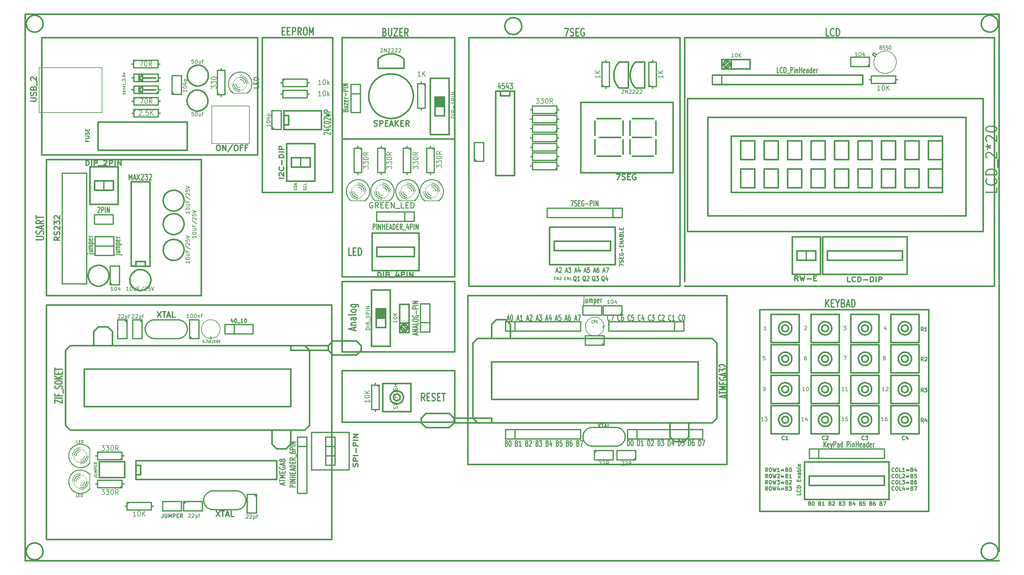
<source format=gto>
G04 (created by PCBNEW-RS274X (2011-04-29 BZR 2986)-stable) date 10/21/2013 1:04:31 PM*
G01*
G70*
G90*
%MOIN*%
G04 Gerber Fmt 3.4, Leading zero omitted, Abs format*
%FSLAX34Y34*%
G04 APERTURE LIST*
%ADD10C,0.006000*%
%ADD11C,0.012000*%
%ADD12C,0.015000*%
%ADD13C,0.007500*%
%ADD14C,0.010000*%
%ADD15C,0.007000*%
%ADD16C,0.005000*%
%ADD17C,0.008000*%
%ADD18C,0.003000*%
%ADD19C,0.012500*%
%ADD20C,0.003500*%
%ADD21C,0.011300*%
G04 APERTURE END LIST*
G54D10*
G54D11*
X41515Y-34724D02*
X41229Y-34724D01*
X41229Y-33924D01*
X41715Y-34305D02*
X41915Y-34305D01*
X42001Y-34724D02*
X41715Y-34724D01*
X41715Y-33924D01*
X42001Y-33924D01*
X42258Y-34724D02*
X42258Y-33924D01*
X42401Y-33924D01*
X42486Y-33962D01*
X42544Y-34038D01*
X42572Y-34114D01*
X42601Y-34267D01*
X42601Y-34381D01*
X42572Y-34533D01*
X42544Y-34610D01*
X42486Y-34686D01*
X42401Y-34724D01*
X42258Y-34724D01*
X41795Y-42686D02*
X41795Y-42400D01*
X42024Y-42743D02*
X41224Y-42543D01*
X42024Y-42343D01*
X41490Y-42143D02*
X42024Y-42143D01*
X41567Y-42143D02*
X41529Y-42115D01*
X41490Y-42057D01*
X41490Y-41972D01*
X41529Y-41915D01*
X41605Y-41886D01*
X42024Y-41886D01*
X42024Y-41343D02*
X41605Y-41343D01*
X41529Y-41372D01*
X41490Y-41429D01*
X41490Y-41543D01*
X41529Y-41600D01*
X41986Y-41343D02*
X42024Y-41400D01*
X42024Y-41543D01*
X41986Y-41600D01*
X41910Y-41629D01*
X41833Y-41629D01*
X41757Y-41600D01*
X41719Y-41543D01*
X41719Y-41400D01*
X41681Y-41343D01*
X42024Y-40971D02*
X41986Y-41029D01*
X41910Y-41057D01*
X41224Y-41057D01*
X42024Y-40657D02*
X41986Y-40715D01*
X41948Y-40743D01*
X41871Y-40772D01*
X41643Y-40772D01*
X41567Y-40743D01*
X41529Y-40715D01*
X41490Y-40657D01*
X41490Y-40572D01*
X41529Y-40515D01*
X41567Y-40486D01*
X41643Y-40457D01*
X41871Y-40457D01*
X41948Y-40486D01*
X41986Y-40515D01*
X42024Y-40572D01*
X42024Y-40657D01*
X41490Y-39943D02*
X42138Y-39943D01*
X42214Y-39972D01*
X42252Y-40000D01*
X42290Y-40057D01*
X42290Y-40143D01*
X42252Y-40200D01*
X41986Y-39943D02*
X42024Y-40000D01*
X42024Y-40114D01*
X41986Y-40172D01*
X41948Y-40200D01*
X41871Y-40229D01*
X41643Y-40229D01*
X41567Y-40200D01*
X41529Y-40172D01*
X41490Y-40114D01*
X41490Y-40000D01*
X41529Y-39943D01*
X92386Y-11324D02*
X92100Y-11324D01*
X92100Y-10524D01*
X92929Y-11248D02*
X92900Y-11286D01*
X92814Y-11324D01*
X92757Y-11324D01*
X92672Y-11286D01*
X92614Y-11210D01*
X92586Y-11133D01*
X92557Y-10981D01*
X92557Y-10867D01*
X92586Y-10714D01*
X92614Y-10638D01*
X92672Y-10562D01*
X92757Y-10524D01*
X92814Y-10524D01*
X92900Y-10562D01*
X92929Y-10600D01*
X93186Y-11324D02*
X93186Y-10524D01*
X93329Y-10524D01*
X93414Y-10562D01*
X93472Y-10638D01*
X93500Y-10714D01*
X93529Y-10867D01*
X93529Y-10981D01*
X93500Y-11133D01*
X93472Y-11210D01*
X93414Y-11286D01*
X93329Y-11324D01*
X93186Y-11324D01*
X64244Y-10524D02*
X64644Y-10524D01*
X64387Y-11324D01*
X64843Y-11286D02*
X64929Y-11324D01*
X65072Y-11324D01*
X65129Y-11286D01*
X65158Y-11248D01*
X65186Y-11171D01*
X65186Y-11095D01*
X65158Y-11019D01*
X65129Y-10981D01*
X65072Y-10943D01*
X64958Y-10905D01*
X64900Y-10867D01*
X64872Y-10829D01*
X64843Y-10752D01*
X64843Y-10676D01*
X64872Y-10600D01*
X64900Y-10562D01*
X64958Y-10524D01*
X65100Y-10524D01*
X65186Y-10562D01*
X65443Y-10905D02*
X65643Y-10905D01*
X65729Y-11324D02*
X65443Y-11324D01*
X65443Y-10524D01*
X65729Y-10524D01*
X66300Y-10562D02*
X66243Y-10524D01*
X66157Y-10524D01*
X66072Y-10562D01*
X66014Y-10638D01*
X65986Y-10714D01*
X65957Y-10867D01*
X65957Y-10981D01*
X65986Y-11133D01*
X66014Y-11210D01*
X66072Y-11286D01*
X66157Y-11324D01*
X66214Y-11324D01*
X66300Y-11286D01*
X66329Y-11248D01*
X66329Y-10981D01*
X66214Y-10981D01*
X45072Y-10905D02*
X45158Y-10943D01*
X45186Y-10981D01*
X45215Y-11057D01*
X45215Y-11171D01*
X45186Y-11248D01*
X45158Y-11286D01*
X45100Y-11324D01*
X44872Y-11324D01*
X44872Y-10524D01*
X45072Y-10524D01*
X45129Y-10562D01*
X45158Y-10600D01*
X45186Y-10676D01*
X45186Y-10752D01*
X45158Y-10829D01*
X45129Y-10867D01*
X45072Y-10905D01*
X44872Y-10905D01*
X45472Y-10524D02*
X45472Y-11171D01*
X45500Y-11248D01*
X45529Y-11286D01*
X45586Y-11324D01*
X45700Y-11324D01*
X45758Y-11286D01*
X45786Y-11248D01*
X45815Y-11171D01*
X45815Y-10524D01*
X46044Y-10524D02*
X46444Y-10524D01*
X46044Y-11324D01*
X46444Y-11324D01*
X46672Y-10905D02*
X46872Y-10905D01*
X46958Y-11324D02*
X46672Y-11324D01*
X46672Y-10524D01*
X46958Y-10524D01*
X47558Y-11324D02*
X47358Y-10943D01*
X47215Y-11324D02*
X47215Y-10524D01*
X47443Y-10524D01*
X47501Y-10562D01*
X47529Y-10600D01*
X47558Y-10676D01*
X47558Y-10790D01*
X47529Y-10867D01*
X47501Y-10905D01*
X47443Y-10943D01*
X47215Y-10943D01*
G54D12*
X52500Y-22300D02*
X40500Y-22300D01*
G54D11*
X34143Y-10805D02*
X34343Y-10805D01*
X34429Y-11224D02*
X34143Y-11224D01*
X34143Y-10424D01*
X34429Y-10424D01*
X34686Y-10805D02*
X34886Y-10805D01*
X34972Y-11224D02*
X34686Y-11224D01*
X34686Y-10424D01*
X34972Y-10424D01*
X35229Y-11224D02*
X35229Y-10424D01*
X35457Y-10424D01*
X35515Y-10462D01*
X35543Y-10500D01*
X35572Y-10576D01*
X35572Y-10690D01*
X35543Y-10767D01*
X35515Y-10805D01*
X35457Y-10843D01*
X35229Y-10843D01*
X36172Y-11224D02*
X35972Y-10843D01*
X35829Y-11224D02*
X35829Y-10424D01*
X36057Y-10424D01*
X36115Y-10462D01*
X36143Y-10500D01*
X36172Y-10576D01*
X36172Y-10690D01*
X36143Y-10767D01*
X36115Y-10805D01*
X36057Y-10843D01*
X35829Y-10843D01*
X36543Y-10424D02*
X36657Y-10424D01*
X36715Y-10462D01*
X36772Y-10538D01*
X36800Y-10690D01*
X36800Y-10957D01*
X36772Y-11110D01*
X36715Y-11186D01*
X36657Y-11224D01*
X36543Y-11224D01*
X36486Y-11186D01*
X36429Y-11110D01*
X36400Y-10957D01*
X36400Y-10690D01*
X36429Y-10538D01*
X36486Y-10462D01*
X36543Y-10424D01*
X37058Y-11224D02*
X37058Y-10424D01*
X37258Y-10995D01*
X37458Y-10424D01*
X37458Y-11224D01*
X07924Y-33042D02*
X08571Y-33042D01*
X08648Y-33014D01*
X08686Y-32985D01*
X08724Y-32928D01*
X08724Y-32814D01*
X08686Y-32756D01*
X08648Y-32728D01*
X08571Y-32699D01*
X07924Y-32699D01*
X08686Y-32442D02*
X08724Y-32356D01*
X08724Y-32213D01*
X08686Y-32156D01*
X08648Y-32127D01*
X08571Y-32099D01*
X08495Y-32099D01*
X08419Y-32127D01*
X08381Y-32156D01*
X08343Y-32213D01*
X08305Y-32327D01*
X08267Y-32385D01*
X08229Y-32413D01*
X08152Y-32442D01*
X08076Y-32442D01*
X08000Y-32413D01*
X07962Y-32385D01*
X07924Y-32327D01*
X07924Y-32185D01*
X07962Y-32099D01*
X08495Y-31871D02*
X08495Y-31585D01*
X08724Y-31928D02*
X07924Y-31728D01*
X08724Y-31528D01*
X08724Y-30985D02*
X08343Y-31185D01*
X08724Y-31328D02*
X07924Y-31328D01*
X07924Y-31100D01*
X07962Y-31042D01*
X08000Y-31014D01*
X08076Y-30985D01*
X08190Y-30985D01*
X08267Y-31014D01*
X08305Y-31042D01*
X08343Y-31100D01*
X08343Y-31328D01*
X07924Y-30814D02*
X07924Y-30471D01*
X08724Y-30642D02*
X07924Y-30642D01*
X92058Y-40224D02*
X92058Y-39424D01*
X92401Y-40224D02*
X92144Y-39767D01*
X92401Y-39424D02*
X92058Y-39881D01*
X92658Y-39805D02*
X92858Y-39805D01*
X92944Y-40224D02*
X92658Y-40224D01*
X92658Y-39424D01*
X92944Y-39424D01*
X93315Y-39843D02*
X93315Y-40224D01*
X93115Y-39424D02*
X93315Y-39843D01*
X93515Y-39424D01*
X93915Y-39805D02*
X94001Y-39843D01*
X94029Y-39881D01*
X94058Y-39957D01*
X94058Y-40071D01*
X94029Y-40148D01*
X94001Y-40186D01*
X93943Y-40224D01*
X93715Y-40224D01*
X93715Y-39424D01*
X93915Y-39424D01*
X93972Y-39462D01*
X94001Y-39500D01*
X94029Y-39576D01*
X94029Y-39652D01*
X94001Y-39729D01*
X93972Y-39767D01*
X93915Y-39805D01*
X93715Y-39805D01*
X94286Y-39995D02*
X94572Y-39995D01*
X94229Y-40224D02*
X94429Y-39424D01*
X94629Y-40224D01*
X94829Y-40224D02*
X94829Y-39424D01*
X94972Y-39424D01*
X95057Y-39462D01*
X95115Y-39538D01*
X95143Y-39614D01*
X95172Y-39767D01*
X95172Y-39881D01*
X95143Y-40033D01*
X95115Y-40110D01*
X95057Y-40186D01*
X94972Y-40224D01*
X94829Y-40224D01*
G54D12*
X39400Y-65000D02*
X39400Y-40000D01*
X39400Y-40000D02*
X37000Y-40000D01*
X37000Y-65000D02*
X39400Y-65000D01*
X52500Y-11500D02*
X52500Y-37000D01*
X53900Y-39000D02*
X54500Y-39000D01*
X53900Y-57000D02*
X53900Y-39000D01*
X54200Y-57000D02*
X53900Y-57000D01*
X54500Y-57000D02*
X54200Y-57000D01*
G54D11*
X49329Y-50224D02*
X49129Y-49843D01*
X48986Y-50224D02*
X48986Y-49424D01*
X49214Y-49424D01*
X49272Y-49462D01*
X49300Y-49500D01*
X49329Y-49576D01*
X49329Y-49690D01*
X49300Y-49767D01*
X49272Y-49805D01*
X49214Y-49843D01*
X48986Y-49843D01*
X49586Y-49805D02*
X49786Y-49805D01*
X49872Y-50224D02*
X49586Y-50224D01*
X49586Y-49424D01*
X49872Y-49424D01*
X50100Y-50186D02*
X50186Y-50224D01*
X50329Y-50224D01*
X50386Y-50186D01*
X50415Y-50148D01*
X50443Y-50071D01*
X50443Y-49995D01*
X50415Y-49919D01*
X50386Y-49881D01*
X50329Y-49843D01*
X50215Y-49805D01*
X50157Y-49767D01*
X50129Y-49729D01*
X50100Y-49652D01*
X50100Y-49576D01*
X50129Y-49500D01*
X50157Y-49462D01*
X50215Y-49424D01*
X50357Y-49424D01*
X50443Y-49462D01*
X50700Y-49805D02*
X50900Y-49805D01*
X50986Y-50224D02*
X50700Y-50224D01*
X50700Y-49424D01*
X50986Y-49424D01*
X51157Y-49424D02*
X51500Y-49424D01*
X51329Y-50224D02*
X51329Y-49424D01*
G54D13*
X36707Y-27757D02*
X36721Y-27714D01*
X36721Y-27643D01*
X36707Y-27614D01*
X36693Y-27600D01*
X36664Y-27585D01*
X36636Y-27585D01*
X36607Y-27600D01*
X36593Y-27614D01*
X36579Y-27643D01*
X36564Y-27700D01*
X36550Y-27728D01*
X36536Y-27743D01*
X36507Y-27757D01*
X36479Y-27757D01*
X36450Y-27743D01*
X36436Y-27728D01*
X36421Y-27700D01*
X36421Y-27628D01*
X36436Y-27585D01*
X36693Y-27285D02*
X36707Y-27299D01*
X36721Y-27342D01*
X36721Y-27371D01*
X36707Y-27414D01*
X36679Y-27442D01*
X36650Y-27457D01*
X36593Y-27471D01*
X36550Y-27471D01*
X36493Y-27457D01*
X36464Y-27442D01*
X36436Y-27414D01*
X36421Y-27371D01*
X36421Y-27342D01*
X36436Y-27299D01*
X36450Y-27285D01*
X36721Y-27014D02*
X36721Y-27157D01*
X36421Y-27157D01*
X35707Y-27764D02*
X35721Y-27721D01*
X35721Y-27650D01*
X35707Y-27621D01*
X35693Y-27607D01*
X35664Y-27592D01*
X35636Y-27592D01*
X35607Y-27607D01*
X35593Y-27621D01*
X35579Y-27650D01*
X35564Y-27707D01*
X35550Y-27735D01*
X35536Y-27750D01*
X35507Y-27764D01*
X35479Y-27764D01*
X35450Y-27750D01*
X35436Y-27735D01*
X35421Y-27707D01*
X35421Y-27635D01*
X35436Y-27592D01*
X35721Y-27464D02*
X35421Y-27464D01*
X35421Y-27392D01*
X35436Y-27349D01*
X35464Y-27321D01*
X35493Y-27306D01*
X35550Y-27292D01*
X35593Y-27292D01*
X35650Y-27306D01*
X35679Y-27321D01*
X35707Y-27349D01*
X35721Y-27392D01*
X35721Y-27464D01*
X35636Y-27178D02*
X35636Y-27035D01*
X35721Y-27206D02*
X35421Y-27106D01*
X35721Y-27006D01*
X64236Y-37164D02*
X64336Y-37164D01*
X64379Y-37321D02*
X64236Y-37321D01*
X64236Y-37021D01*
X64379Y-37021D01*
X64507Y-37321D02*
X64507Y-37021D01*
X64679Y-37321D01*
X64679Y-37021D01*
X64979Y-37321D02*
X64807Y-37321D01*
X64893Y-37321D02*
X64893Y-37021D01*
X64864Y-37064D01*
X64836Y-37093D01*
X64807Y-37107D01*
X63136Y-37164D02*
X63236Y-37164D01*
X63279Y-37321D02*
X63136Y-37321D01*
X63136Y-37021D01*
X63279Y-37021D01*
X63407Y-37321D02*
X63407Y-37021D01*
X63579Y-37321D01*
X63579Y-37021D01*
X63707Y-37050D02*
X63721Y-37036D01*
X63750Y-37021D01*
X63821Y-37021D01*
X63850Y-37036D01*
X63864Y-37050D01*
X63879Y-37079D01*
X63879Y-37107D01*
X63864Y-37150D01*
X63693Y-37321D01*
X63879Y-37321D01*
G54D14*
X65462Y-37450D02*
X65424Y-37426D01*
X65386Y-37379D01*
X65329Y-37307D01*
X65290Y-37283D01*
X65252Y-37283D01*
X65271Y-37402D02*
X65233Y-37379D01*
X65195Y-37331D01*
X65176Y-37236D01*
X65176Y-37069D01*
X65195Y-36974D01*
X65233Y-36926D01*
X65271Y-36902D01*
X65348Y-36902D01*
X65386Y-36926D01*
X65424Y-36974D01*
X65443Y-37069D01*
X65443Y-37236D01*
X65424Y-37331D01*
X65386Y-37379D01*
X65348Y-37402D01*
X65271Y-37402D01*
X65824Y-37402D02*
X65595Y-37402D01*
X65709Y-37402D02*
X65709Y-36902D01*
X65671Y-36974D01*
X65633Y-37021D01*
X65595Y-37045D01*
X66462Y-37450D02*
X66424Y-37426D01*
X66386Y-37379D01*
X66329Y-37307D01*
X66290Y-37283D01*
X66252Y-37283D01*
X66271Y-37402D02*
X66233Y-37379D01*
X66195Y-37331D01*
X66176Y-37236D01*
X66176Y-37069D01*
X66195Y-36974D01*
X66233Y-36926D01*
X66271Y-36902D01*
X66348Y-36902D01*
X66386Y-36926D01*
X66424Y-36974D01*
X66443Y-37069D01*
X66443Y-37236D01*
X66424Y-37331D01*
X66386Y-37379D01*
X66348Y-37402D01*
X66271Y-37402D01*
X66595Y-36950D02*
X66614Y-36926D01*
X66652Y-36902D01*
X66748Y-36902D01*
X66786Y-36926D01*
X66805Y-36950D01*
X66824Y-36998D01*
X66824Y-37045D01*
X66805Y-37117D01*
X66576Y-37402D01*
X66824Y-37402D01*
X67462Y-37450D02*
X67424Y-37426D01*
X67386Y-37379D01*
X67329Y-37307D01*
X67290Y-37283D01*
X67252Y-37283D01*
X67271Y-37402D02*
X67233Y-37379D01*
X67195Y-37331D01*
X67176Y-37236D01*
X67176Y-37069D01*
X67195Y-36974D01*
X67233Y-36926D01*
X67271Y-36902D01*
X67348Y-36902D01*
X67386Y-36926D01*
X67424Y-36974D01*
X67443Y-37069D01*
X67443Y-37236D01*
X67424Y-37331D01*
X67386Y-37379D01*
X67348Y-37402D01*
X67271Y-37402D01*
X67576Y-36902D02*
X67824Y-36902D01*
X67690Y-37093D01*
X67748Y-37093D01*
X67786Y-37117D01*
X67805Y-37140D01*
X67824Y-37188D01*
X67824Y-37307D01*
X67805Y-37355D01*
X67786Y-37379D01*
X67748Y-37402D01*
X67633Y-37402D01*
X67595Y-37379D01*
X67576Y-37355D01*
X68462Y-37450D02*
X68424Y-37426D01*
X68386Y-37379D01*
X68329Y-37307D01*
X68290Y-37283D01*
X68252Y-37283D01*
X68271Y-37402D02*
X68233Y-37379D01*
X68195Y-37331D01*
X68176Y-37236D01*
X68176Y-37069D01*
X68195Y-36974D01*
X68233Y-36926D01*
X68271Y-36902D01*
X68348Y-36902D01*
X68386Y-36926D01*
X68424Y-36974D01*
X68443Y-37069D01*
X68443Y-37236D01*
X68424Y-37331D01*
X68386Y-37379D01*
X68348Y-37402D01*
X68271Y-37402D01*
X68786Y-37069D02*
X68786Y-37402D01*
X68690Y-36879D02*
X68595Y-37236D01*
X68843Y-37236D01*
X68314Y-36360D02*
X68505Y-36360D01*
X68276Y-36502D02*
X68409Y-36002D01*
X68543Y-36502D01*
X68638Y-36002D02*
X68905Y-36002D01*
X68733Y-36502D01*
X67314Y-36360D02*
X67505Y-36360D01*
X67276Y-36502D02*
X67409Y-36002D01*
X67543Y-36502D01*
X67848Y-36002D02*
X67771Y-36002D01*
X67733Y-36026D01*
X67714Y-36050D01*
X67676Y-36121D01*
X67657Y-36217D01*
X67657Y-36407D01*
X67676Y-36455D01*
X67695Y-36479D01*
X67733Y-36502D01*
X67810Y-36502D01*
X67848Y-36479D01*
X67867Y-36455D01*
X67886Y-36407D01*
X67886Y-36288D01*
X67867Y-36240D01*
X67848Y-36217D01*
X67810Y-36193D01*
X67733Y-36193D01*
X67695Y-36217D01*
X67676Y-36240D01*
X67657Y-36288D01*
X66314Y-36360D02*
X66505Y-36360D01*
X66276Y-36502D02*
X66409Y-36002D01*
X66543Y-36502D01*
X66867Y-36002D02*
X66676Y-36002D01*
X66657Y-36240D01*
X66676Y-36217D01*
X66714Y-36193D01*
X66810Y-36193D01*
X66848Y-36217D01*
X66867Y-36240D01*
X66886Y-36288D01*
X66886Y-36407D01*
X66867Y-36455D01*
X66848Y-36479D01*
X66810Y-36502D01*
X66714Y-36502D01*
X66676Y-36479D01*
X66657Y-36455D01*
X65314Y-36360D02*
X65505Y-36360D01*
X65276Y-36502D02*
X65409Y-36002D01*
X65543Y-36502D01*
X65848Y-36169D02*
X65848Y-36502D01*
X65752Y-35979D02*
X65657Y-36336D01*
X65905Y-36336D01*
X64314Y-36360D02*
X64505Y-36360D01*
X64276Y-36502D02*
X64409Y-36002D01*
X64543Y-36502D01*
X64638Y-36002D02*
X64886Y-36002D01*
X64752Y-36193D01*
X64810Y-36193D01*
X64848Y-36217D01*
X64867Y-36240D01*
X64886Y-36288D01*
X64886Y-36407D01*
X64867Y-36455D01*
X64848Y-36479D01*
X64810Y-36502D01*
X64695Y-36502D01*
X64657Y-36479D01*
X64638Y-36455D01*
X63314Y-36360D02*
X63505Y-36360D01*
X63276Y-36502D02*
X63409Y-36002D01*
X63543Y-36502D01*
X63657Y-36050D02*
X63676Y-36026D01*
X63714Y-36002D01*
X63810Y-36002D01*
X63848Y-36026D01*
X63867Y-36050D01*
X63886Y-36098D01*
X63886Y-36145D01*
X63867Y-36217D01*
X63638Y-36502D01*
X63886Y-36502D01*
G54D12*
X54000Y-38000D02*
X54000Y-37100D01*
X76500Y-38000D02*
X54000Y-38000D01*
X76500Y-36000D02*
X76500Y-38000D01*
X54000Y-36000D02*
X54000Y-37100D01*
G54D14*
X85858Y-57762D02*
X85724Y-57571D01*
X85629Y-57762D02*
X85629Y-57362D01*
X85782Y-57362D01*
X85820Y-57381D01*
X85839Y-57400D01*
X85858Y-57438D01*
X85858Y-57495D01*
X85839Y-57533D01*
X85820Y-57552D01*
X85782Y-57571D01*
X85629Y-57571D01*
X86105Y-57362D02*
X86182Y-57362D01*
X86220Y-57381D01*
X86258Y-57419D01*
X86277Y-57495D01*
X86277Y-57629D01*
X86258Y-57705D01*
X86220Y-57743D01*
X86182Y-57762D01*
X86105Y-57762D01*
X86067Y-57743D01*
X86029Y-57705D01*
X86010Y-57629D01*
X86010Y-57495D01*
X86029Y-57419D01*
X86067Y-57381D01*
X86105Y-57362D01*
X86410Y-57362D02*
X86505Y-57762D01*
X86582Y-57476D01*
X86658Y-57762D01*
X86753Y-57362D01*
X87115Y-57762D02*
X86886Y-57762D01*
X87000Y-57762D02*
X87000Y-57362D01*
X86962Y-57419D01*
X86924Y-57457D01*
X86886Y-57476D01*
X87286Y-57552D02*
X87591Y-57552D01*
X87591Y-57667D02*
X87286Y-57667D01*
X87915Y-57552D02*
X87972Y-57571D01*
X87991Y-57590D01*
X88010Y-57629D01*
X88010Y-57686D01*
X87991Y-57724D01*
X87972Y-57743D01*
X87934Y-57762D01*
X87781Y-57762D01*
X87781Y-57362D01*
X87915Y-57362D01*
X87953Y-57381D01*
X87972Y-57400D01*
X87991Y-57438D01*
X87991Y-57476D01*
X87972Y-57514D01*
X87953Y-57533D01*
X87915Y-57552D01*
X87781Y-57552D01*
X88257Y-57362D02*
X88296Y-57362D01*
X88334Y-57381D01*
X88353Y-57400D01*
X88372Y-57438D01*
X88391Y-57514D01*
X88391Y-57610D01*
X88372Y-57686D01*
X88353Y-57724D01*
X88334Y-57743D01*
X88296Y-57762D01*
X88257Y-57762D01*
X88219Y-57743D01*
X88200Y-57724D01*
X88181Y-57686D01*
X88162Y-57610D01*
X88162Y-57514D01*
X88181Y-57438D01*
X88200Y-57400D01*
X88219Y-57381D01*
X88257Y-57362D01*
X85858Y-58422D02*
X85724Y-58231D01*
X85629Y-58422D02*
X85629Y-58022D01*
X85782Y-58022D01*
X85820Y-58041D01*
X85839Y-58060D01*
X85858Y-58098D01*
X85858Y-58155D01*
X85839Y-58193D01*
X85820Y-58212D01*
X85782Y-58231D01*
X85629Y-58231D01*
X86105Y-58022D02*
X86182Y-58022D01*
X86220Y-58041D01*
X86258Y-58079D01*
X86277Y-58155D01*
X86277Y-58289D01*
X86258Y-58365D01*
X86220Y-58403D01*
X86182Y-58422D01*
X86105Y-58422D01*
X86067Y-58403D01*
X86029Y-58365D01*
X86010Y-58289D01*
X86010Y-58155D01*
X86029Y-58079D01*
X86067Y-58041D01*
X86105Y-58022D01*
X86410Y-58022D02*
X86505Y-58422D01*
X86582Y-58136D01*
X86658Y-58422D01*
X86753Y-58022D01*
X86886Y-58060D02*
X86905Y-58041D01*
X86943Y-58022D01*
X87039Y-58022D01*
X87077Y-58041D01*
X87096Y-58060D01*
X87115Y-58098D01*
X87115Y-58136D01*
X87096Y-58193D01*
X86867Y-58422D01*
X87115Y-58422D01*
X87286Y-58212D02*
X87591Y-58212D01*
X87591Y-58327D02*
X87286Y-58327D01*
X87915Y-58212D02*
X87972Y-58231D01*
X87991Y-58250D01*
X88010Y-58289D01*
X88010Y-58346D01*
X87991Y-58384D01*
X87972Y-58403D01*
X87934Y-58422D01*
X87781Y-58422D01*
X87781Y-58022D01*
X87915Y-58022D01*
X87953Y-58041D01*
X87972Y-58060D01*
X87991Y-58098D01*
X87991Y-58136D01*
X87972Y-58174D01*
X87953Y-58193D01*
X87915Y-58212D01*
X87781Y-58212D01*
X88391Y-58422D02*
X88162Y-58422D01*
X88276Y-58422D02*
X88276Y-58022D01*
X88238Y-58079D01*
X88200Y-58117D01*
X88162Y-58136D01*
X85858Y-59082D02*
X85724Y-58891D01*
X85629Y-59082D02*
X85629Y-58682D01*
X85782Y-58682D01*
X85820Y-58701D01*
X85839Y-58720D01*
X85858Y-58758D01*
X85858Y-58815D01*
X85839Y-58853D01*
X85820Y-58872D01*
X85782Y-58891D01*
X85629Y-58891D01*
X86105Y-58682D02*
X86182Y-58682D01*
X86220Y-58701D01*
X86258Y-58739D01*
X86277Y-58815D01*
X86277Y-58949D01*
X86258Y-59025D01*
X86220Y-59063D01*
X86182Y-59082D01*
X86105Y-59082D01*
X86067Y-59063D01*
X86029Y-59025D01*
X86010Y-58949D01*
X86010Y-58815D01*
X86029Y-58739D01*
X86067Y-58701D01*
X86105Y-58682D01*
X86410Y-58682D02*
X86505Y-59082D01*
X86582Y-58796D01*
X86658Y-59082D01*
X86753Y-58682D01*
X86867Y-58682D02*
X87115Y-58682D01*
X86981Y-58834D01*
X87039Y-58834D01*
X87077Y-58853D01*
X87096Y-58872D01*
X87115Y-58910D01*
X87115Y-59006D01*
X87096Y-59044D01*
X87077Y-59063D01*
X87039Y-59082D01*
X86924Y-59082D01*
X86886Y-59063D01*
X86867Y-59044D01*
X87286Y-58872D02*
X87591Y-58872D01*
X87591Y-58987D02*
X87286Y-58987D01*
X87915Y-58872D02*
X87972Y-58891D01*
X87991Y-58910D01*
X88010Y-58949D01*
X88010Y-59006D01*
X87991Y-59044D01*
X87972Y-59063D01*
X87934Y-59082D01*
X87781Y-59082D01*
X87781Y-58682D01*
X87915Y-58682D01*
X87953Y-58701D01*
X87972Y-58720D01*
X87991Y-58758D01*
X87991Y-58796D01*
X87972Y-58834D01*
X87953Y-58853D01*
X87915Y-58872D01*
X87781Y-58872D01*
X88162Y-58720D02*
X88181Y-58701D01*
X88219Y-58682D01*
X88315Y-58682D01*
X88353Y-58701D01*
X88372Y-58720D01*
X88391Y-58758D01*
X88391Y-58796D01*
X88372Y-58853D01*
X88143Y-59082D01*
X88391Y-59082D01*
X85858Y-59742D02*
X85724Y-59551D01*
X85629Y-59742D02*
X85629Y-59342D01*
X85782Y-59342D01*
X85820Y-59361D01*
X85839Y-59380D01*
X85858Y-59418D01*
X85858Y-59475D01*
X85839Y-59513D01*
X85820Y-59532D01*
X85782Y-59551D01*
X85629Y-59551D01*
X86105Y-59342D02*
X86182Y-59342D01*
X86220Y-59361D01*
X86258Y-59399D01*
X86277Y-59475D01*
X86277Y-59609D01*
X86258Y-59685D01*
X86220Y-59723D01*
X86182Y-59742D01*
X86105Y-59742D01*
X86067Y-59723D01*
X86029Y-59685D01*
X86010Y-59609D01*
X86010Y-59475D01*
X86029Y-59399D01*
X86067Y-59361D01*
X86105Y-59342D01*
X86410Y-59342D02*
X86505Y-59742D01*
X86582Y-59456D01*
X86658Y-59742D01*
X86753Y-59342D01*
X87077Y-59475D02*
X87077Y-59742D01*
X86981Y-59323D02*
X86886Y-59609D01*
X87134Y-59609D01*
X87286Y-59532D02*
X87591Y-59532D01*
X87591Y-59647D02*
X87286Y-59647D01*
X87915Y-59532D02*
X87972Y-59551D01*
X87991Y-59570D01*
X88010Y-59609D01*
X88010Y-59666D01*
X87991Y-59704D01*
X87972Y-59723D01*
X87934Y-59742D01*
X87781Y-59742D01*
X87781Y-59342D01*
X87915Y-59342D01*
X87953Y-59361D01*
X87972Y-59380D01*
X87991Y-59418D01*
X87991Y-59456D01*
X87972Y-59494D01*
X87953Y-59513D01*
X87915Y-59532D01*
X87781Y-59532D01*
X88143Y-59342D02*
X88391Y-59342D01*
X88257Y-59494D01*
X88315Y-59494D01*
X88353Y-59513D01*
X88372Y-59532D01*
X88391Y-59570D01*
X88391Y-59666D01*
X88372Y-59704D01*
X88353Y-59723D01*
X88315Y-59742D01*
X88200Y-59742D01*
X88162Y-59723D01*
X88143Y-59704D01*
X100434Y-54324D02*
X100415Y-54343D01*
X100358Y-54362D01*
X100320Y-54362D01*
X100262Y-54343D01*
X100224Y-54305D01*
X100205Y-54267D01*
X100186Y-54190D01*
X100186Y-54133D01*
X100205Y-54057D01*
X100224Y-54019D01*
X100262Y-53981D01*
X100320Y-53962D01*
X100358Y-53962D01*
X100415Y-53981D01*
X100434Y-54000D01*
X100777Y-54095D02*
X100777Y-54362D01*
X100681Y-53943D02*
X100586Y-54229D01*
X100834Y-54229D01*
X96134Y-54324D02*
X96115Y-54343D01*
X96058Y-54362D01*
X96020Y-54362D01*
X95962Y-54343D01*
X95924Y-54305D01*
X95905Y-54267D01*
X95886Y-54190D01*
X95886Y-54133D01*
X95905Y-54057D01*
X95924Y-54019D01*
X95962Y-53981D01*
X96020Y-53962D01*
X96058Y-53962D01*
X96115Y-53981D01*
X96134Y-54000D01*
X96267Y-53962D02*
X96515Y-53962D01*
X96381Y-54114D01*
X96439Y-54114D01*
X96477Y-54133D01*
X96496Y-54152D01*
X96515Y-54190D01*
X96515Y-54286D01*
X96496Y-54324D01*
X96477Y-54343D01*
X96439Y-54362D01*
X96324Y-54362D01*
X96286Y-54343D01*
X96267Y-54324D01*
X91934Y-54324D02*
X91915Y-54343D01*
X91858Y-54362D01*
X91820Y-54362D01*
X91762Y-54343D01*
X91724Y-54305D01*
X91705Y-54267D01*
X91686Y-54190D01*
X91686Y-54133D01*
X91705Y-54057D01*
X91724Y-54019D01*
X91762Y-53981D01*
X91820Y-53962D01*
X91858Y-53962D01*
X91915Y-53981D01*
X91934Y-54000D01*
X92086Y-54000D02*
X92105Y-53981D01*
X92143Y-53962D01*
X92239Y-53962D01*
X92277Y-53981D01*
X92296Y-54000D01*
X92315Y-54038D01*
X92315Y-54076D01*
X92296Y-54133D01*
X92067Y-54362D01*
X92315Y-54362D01*
X87634Y-54324D02*
X87615Y-54343D01*
X87558Y-54362D01*
X87520Y-54362D01*
X87462Y-54343D01*
X87424Y-54305D01*
X87405Y-54267D01*
X87386Y-54190D01*
X87386Y-54133D01*
X87405Y-54057D01*
X87424Y-54019D01*
X87462Y-53981D01*
X87520Y-53962D01*
X87558Y-53962D01*
X87615Y-53981D01*
X87634Y-54000D01*
X88015Y-54362D02*
X87786Y-54362D01*
X87900Y-54362D02*
X87900Y-53962D01*
X87862Y-54019D01*
X87824Y-54057D01*
X87786Y-54076D01*
X102434Y-52462D02*
X102300Y-52271D01*
X102205Y-52462D02*
X102205Y-52062D01*
X102358Y-52062D01*
X102396Y-52081D01*
X102415Y-52100D01*
X102434Y-52138D01*
X102434Y-52195D01*
X102415Y-52233D01*
X102396Y-52252D01*
X102358Y-52271D01*
X102205Y-52271D01*
X102777Y-52195D02*
X102777Y-52462D01*
X102681Y-52043D02*
X102586Y-52329D01*
X102834Y-52329D01*
X102434Y-49262D02*
X102300Y-49071D01*
X102205Y-49262D02*
X102205Y-48862D01*
X102358Y-48862D01*
X102396Y-48881D01*
X102415Y-48900D01*
X102434Y-48938D01*
X102434Y-48995D01*
X102415Y-49033D01*
X102396Y-49052D01*
X102358Y-49071D01*
X102205Y-49071D01*
X102567Y-48862D02*
X102815Y-48862D01*
X102681Y-49014D01*
X102739Y-49014D01*
X102777Y-49033D01*
X102796Y-49052D01*
X102815Y-49090D01*
X102815Y-49186D01*
X102796Y-49224D01*
X102777Y-49243D01*
X102739Y-49262D01*
X102624Y-49262D01*
X102586Y-49243D01*
X102567Y-49224D01*
X102434Y-45962D02*
X102300Y-45771D01*
X102205Y-45962D02*
X102205Y-45562D01*
X102358Y-45562D01*
X102396Y-45581D01*
X102415Y-45600D01*
X102434Y-45638D01*
X102434Y-45695D01*
X102415Y-45733D01*
X102396Y-45752D01*
X102358Y-45771D01*
X102205Y-45771D01*
X102586Y-45600D02*
X102605Y-45581D01*
X102643Y-45562D01*
X102739Y-45562D01*
X102777Y-45581D01*
X102796Y-45600D01*
X102815Y-45638D01*
X102815Y-45676D01*
X102796Y-45733D01*
X102567Y-45962D01*
X102815Y-45962D01*
X102434Y-42762D02*
X102300Y-42571D01*
X102205Y-42762D02*
X102205Y-42362D01*
X102358Y-42362D01*
X102396Y-42381D01*
X102415Y-42400D01*
X102434Y-42438D01*
X102434Y-42495D01*
X102415Y-42533D01*
X102396Y-42552D01*
X102358Y-42571D01*
X102205Y-42571D01*
X102815Y-42762D02*
X102586Y-42762D01*
X102700Y-42762D02*
X102700Y-42362D01*
X102662Y-42419D01*
X102624Y-42457D01*
X102586Y-42476D01*
X99324Y-57724D02*
X99305Y-57743D01*
X99248Y-57762D01*
X99210Y-57762D01*
X99152Y-57743D01*
X99114Y-57705D01*
X99095Y-57667D01*
X99076Y-57590D01*
X99076Y-57533D01*
X99095Y-57457D01*
X99114Y-57419D01*
X99152Y-57381D01*
X99210Y-57362D01*
X99248Y-57362D01*
X99305Y-57381D01*
X99324Y-57400D01*
X99571Y-57362D02*
X99648Y-57362D01*
X99686Y-57381D01*
X99724Y-57419D01*
X99743Y-57495D01*
X99743Y-57629D01*
X99724Y-57705D01*
X99686Y-57743D01*
X99648Y-57762D01*
X99571Y-57762D01*
X99533Y-57743D01*
X99495Y-57705D01*
X99476Y-57629D01*
X99476Y-57495D01*
X99495Y-57419D01*
X99533Y-57381D01*
X99571Y-57362D01*
X100105Y-57762D02*
X99914Y-57762D01*
X99914Y-57362D01*
X100448Y-57762D02*
X100219Y-57762D01*
X100333Y-57762D02*
X100333Y-57362D01*
X100295Y-57419D01*
X100257Y-57457D01*
X100219Y-57476D01*
X100619Y-57552D02*
X100924Y-57552D01*
X100924Y-57667D02*
X100619Y-57667D01*
X101248Y-57552D02*
X101305Y-57571D01*
X101324Y-57590D01*
X101343Y-57629D01*
X101343Y-57686D01*
X101324Y-57724D01*
X101305Y-57743D01*
X101267Y-57762D01*
X101114Y-57762D01*
X101114Y-57362D01*
X101248Y-57362D01*
X101286Y-57381D01*
X101305Y-57400D01*
X101324Y-57438D01*
X101324Y-57476D01*
X101305Y-57514D01*
X101286Y-57533D01*
X101248Y-57552D01*
X101114Y-57552D01*
X101686Y-57495D02*
X101686Y-57762D01*
X101590Y-57343D02*
X101495Y-57629D01*
X101743Y-57629D01*
X99324Y-58384D02*
X99305Y-58403D01*
X99248Y-58422D01*
X99210Y-58422D01*
X99152Y-58403D01*
X99114Y-58365D01*
X99095Y-58327D01*
X99076Y-58250D01*
X99076Y-58193D01*
X99095Y-58117D01*
X99114Y-58079D01*
X99152Y-58041D01*
X99210Y-58022D01*
X99248Y-58022D01*
X99305Y-58041D01*
X99324Y-58060D01*
X99571Y-58022D02*
X99648Y-58022D01*
X99686Y-58041D01*
X99724Y-58079D01*
X99743Y-58155D01*
X99743Y-58289D01*
X99724Y-58365D01*
X99686Y-58403D01*
X99648Y-58422D01*
X99571Y-58422D01*
X99533Y-58403D01*
X99495Y-58365D01*
X99476Y-58289D01*
X99476Y-58155D01*
X99495Y-58079D01*
X99533Y-58041D01*
X99571Y-58022D01*
X100105Y-58422D02*
X99914Y-58422D01*
X99914Y-58022D01*
X100219Y-58060D02*
X100238Y-58041D01*
X100276Y-58022D01*
X100372Y-58022D01*
X100410Y-58041D01*
X100429Y-58060D01*
X100448Y-58098D01*
X100448Y-58136D01*
X100429Y-58193D01*
X100200Y-58422D01*
X100448Y-58422D01*
X100619Y-58212D02*
X100924Y-58212D01*
X100924Y-58327D02*
X100619Y-58327D01*
X101248Y-58212D02*
X101305Y-58231D01*
X101324Y-58250D01*
X101343Y-58289D01*
X101343Y-58346D01*
X101324Y-58384D01*
X101305Y-58403D01*
X101267Y-58422D01*
X101114Y-58422D01*
X101114Y-58022D01*
X101248Y-58022D01*
X101286Y-58041D01*
X101305Y-58060D01*
X101324Y-58098D01*
X101324Y-58136D01*
X101305Y-58174D01*
X101286Y-58193D01*
X101248Y-58212D01*
X101114Y-58212D01*
X101705Y-58022D02*
X101514Y-58022D01*
X101495Y-58212D01*
X101514Y-58193D01*
X101552Y-58174D01*
X101648Y-58174D01*
X101686Y-58193D01*
X101705Y-58212D01*
X101724Y-58250D01*
X101724Y-58346D01*
X101705Y-58384D01*
X101686Y-58403D01*
X101648Y-58422D01*
X101552Y-58422D01*
X101514Y-58403D01*
X101495Y-58384D01*
X99324Y-59044D02*
X99305Y-59063D01*
X99248Y-59082D01*
X99210Y-59082D01*
X99152Y-59063D01*
X99114Y-59025D01*
X99095Y-58987D01*
X99076Y-58910D01*
X99076Y-58853D01*
X99095Y-58777D01*
X99114Y-58739D01*
X99152Y-58701D01*
X99210Y-58682D01*
X99248Y-58682D01*
X99305Y-58701D01*
X99324Y-58720D01*
X99571Y-58682D02*
X99648Y-58682D01*
X99686Y-58701D01*
X99724Y-58739D01*
X99743Y-58815D01*
X99743Y-58949D01*
X99724Y-59025D01*
X99686Y-59063D01*
X99648Y-59082D01*
X99571Y-59082D01*
X99533Y-59063D01*
X99495Y-59025D01*
X99476Y-58949D01*
X99476Y-58815D01*
X99495Y-58739D01*
X99533Y-58701D01*
X99571Y-58682D01*
X100105Y-59082D02*
X99914Y-59082D01*
X99914Y-58682D01*
X100200Y-58682D02*
X100448Y-58682D01*
X100314Y-58834D01*
X100372Y-58834D01*
X100410Y-58853D01*
X100429Y-58872D01*
X100448Y-58910D01*
X100448Y-59006D01*
X100429Y-59044D01*
X100410Y-59063D01*
X100372Y-59082D01*
X100257Y-59082D01*
X100219Y-59063D01*
X100200Y-59044D01*
X100619Y-58872D02*
X100924Y-58872D01*
X100924Y-58987D02*
X100619Y-58987D01*
X101248Y-58872D02*
X101305Y-58891D01*
X101324Y-58910D01*
X101343Y-58949D01*
X101343Y-59006D01*
X101324Y-59044D01*
X101305Y-59063D01*
X101267Y-59082D01*
X101114Y-59082D01*
X101114Y-58682D01*
X101248Y-58682D01*
X101286Y-58701D01*
X101305Y-58720D01*
X101324Y-58758D01*
X101324Y-58796D01*
X101305Y-58834D01*
X101286Y-58853D01*
X101248Y-58872D01*
X101114Y-58872D01*
X101686Y-58682D02*
X101609Y-58682D01*
X101571Y-58701D01*
X101552Y-58720D01*
X101514Y-58777D01*
X101495Y-58853D01*
X101495Y-59006D01*
X101514Y-59044D01*
X101533Y-59063D01*
X101571Y-59082D01*
X101648Y-59082D01*
X101686Y-59063D01*
X101705Y-59044D01*
X101724Y-59006D01*
X101724Y-58910D01*
X101705Y-58872D01*
X101686Y-58853D01*
X101648Y-58834D01*
X101571Y-58834D01*
X101533Y-58853D01*
X101514Y-58872D01*
X101495Y-58910D01*
X99324Y-59704D02*
X99305Y-59723D01*
X99248Y-59742D01*
X99210Y-59742D01*
X99152Y-59723D01*
X99114Y-59685D01*
X99095Y-59647D01*
X99076Y-59570D01*
X99076Y-59513D01*
X99095Y-59437D01*
X99114Y-59399D01*
X99152Y-59361D01*
X99210Y-59342D01*
X99248Y-59342D01*
X99305Y-59361D01*
X99324Y-59380D01*
X99571Y-59342D02*
X99648Y-59342D01*
X99686Y-59361D01*
X99724Y-59399D01*
X99743Y-59475D01*
X99743Y-59609D01*
X99724Y-59685D01*
X99686Y-59723D01*
X99648Y-59742D01*
X99571Y-59742D01*
X99533Y-59723D01*
X99495Y-59685D01*
X99476Y-59609D01*
X99476Y-59475D01*
X99495Y-59399D01*
X99533Y-59361D01*
X99571Y-59342D01*
X100105Y-59742D02*
X99914Y-59742D01*
X99914Y-59342D01*
X100410Y-59475D02*
X100410Y-59742D01*
X100314Y-59323D02*
X100219Y-59609D01*
X100467Y-59609D01*
X100619Y-59532D02*
X100924Y-59532D01*
X100924Y-59647D02*
X100619Y-59647D01*
X101248Y-59532D02*
X101305Y-59551D01*
X101324Y-59570D01*
X101343Y-59609D01*
X101343Y-59666D01*
X101324Y-59704D01*
X101305Y-59723D01*
X101267Y-59742D01*
X101114Y-59742D01*
X101114Y-59342D01*
X101248Y-59342D01*
X101286Y-59361D01*
X101305Y-59380D01*
X101324Y-59418D01*
X101324Y-59456D01*
X101305Y-59494D01*
X101286Y-59513D01*
X101248Y-59532D01*
X101114Y-59532D01*
X101476Y-59342D02*
X101743Y-59342D01*
X101571Y-59742D01*
X89362Y-60029D02*
X89362Y-60220D01*
X88962Y-60220D01*
X89324Y-59667D02*
X89343Y-59686D01*
X89362Y-59743D01*
X89362Y-59781D01*
X89343Y-59839D01*
X89305Y-59877D01*
X89267Y-59896D01*
X89190Y-59915D01*
X89133Y-59915D01*
X89057Y-59896D01*
X89019Y-59877D01*
X88981Y-59839D01*
X88962Y-59781D01*
X88962Y-59743D01*
X88981Y-59686D01*
X89000Y-59667D01*
X89362Y-59496D02*
X88962Y-59496D01*
X88962Y-59401D01*
X88981Y-59343D01*
X89019Y-59305D01*
X89057Y-59286D01*
X89133Y-59267D01*
X89190Y-59267D01*
X89267Y-59286D01*
X89305Y-59305D01*
X89343Y-59343D01*
X89362Y-59401D01*
X89362Y-59496D01*
X89152Y-58791D02*
X89152Y-58657D01*
X89362Y-58600D02*
X89362Y-58791D01*
X88962Y-58791D01*
X88962Y-58600D01*
X89095Y-58429D02*
X89362Y-58429D01*
X89133Y-58429D02*
X89114Y-58410D01*
X89095Y-58372D01*
X89095Y-58314D01*
X89114Y-58276D01*
X89152Y-58257D01*
X89362Y-58257D01*
X89362Y-57895D02*
X89152Y-57895D01*
X89114Y-57914D01*
X89095Y-57952D01*
X89095Y-58029D01*
X89114Y-58067D01*
X89343Y-57895D02*
X89362Y-57933D01*
X89362Y-58029D01*
X89343Y-58067D01*
X89305Y-58086D01*
X89267Y-58086D01*
X89229Y-58067D01*
X89210Y-58029D01*
X89210Y-57933D01*
X89190Y-57895D01*
X89362Y-57705D02*
X88962Y-57705D01*
X89114Y-57705D02*
X89095Y-57667D01*
X89095Y-57590D01*
X89114Y-57552D01*
X89133Y-57533D01*
X89171Y-57514D01*
X89286Y-57514D01*
X89324Y-57533D01*
X89343Y-57552D01*
X89362Y-57590D01*
X89362Y-57667D01*
X89343Y-57705D01*
X89362Y-57286D02*
X89343Y-57324D01*
X89305Y-57343D01*
X88962Y-57343D01*
X89343Y-56980D02*
X89362Y-57018D01*
X89362Y-57095D01*
X89343Y-57133D01*
X89305Y-57152D01*
X89152Y-57152D01*
X89114Y-57133D01*
X89095Y-57095D01*
X89095Y-57018D01*
X89114Y-56980D01*
X89152Y-56961D01*
X89190Y-56961D01*
X89229Y-57152D01*
G54D12*
X110000Y-38000D02*
X110000Y-37500D01*
X77000Y-38000D02*
X110000Y-38000D01*
X08500Y-11500D02*
X31500Y-11500D01*
X08500Y-24000D02*
X08500Y-11500D01*
X31500Y-24000D02*
X08500Y-24000D01*
X31500Y-11500D02*
X31500Y-24000D01*
X39500Y-11500D02*
X32000Y-11500D01*
X39500Y-28000D02*
X39500Y-11500D01*
X32000Y-28000D02*
X39500Y-28000D01*
X32000Y-11500D02*
X32000Y-28000D01*
X09000Y-40000D02*
X37000Y-40000D01*
X09000Y-65000D02*
X09000Y-40000D01*
X37000Y-65000D02*
X09000Y-65000D01*
X09000Y-39000D02*
X09000Y-24500D01*
X25500Y-39000D02*
X09000Y-39000D01*
X25500Y-24500D02*
X25500Y-39000D01*
X09000Y-24500D02*
X25500Y-24500D01*
X52500Y-47000D02*
X40500Y-47000D01*
X52500Y-52500D02*
X52500Y-47000D01*
X40500Y-52500D02*
X52500Y-52500D01*
X40500Y-47000D02*
X40500Y-52500D01*
X40500Y-37500D02*
X40500Y-38000D01*
X52500Y-37500D02*
X40500Y-37500D01*
X52500Y-45000D02*
X52500Y-37500D01*
X40500Y-45000D02*
X52500Y-45000D01*
X40500Y-37500D02*
X40500Y-45000D01*
X40500Y-11500D02*
X52500Y-11500D01*
X40500Y-37000D02*
X40500Y-11500D01*
X52500Y-37000D02*
X40500Y-37000D01*
X54000Y-11500D02*
X76500Y-11500D01*
X54000Y-36000D02*
X54000Y-11500D01*
X76500Y-11500D02*
X76500Y-36000D01*
X110000Y-11500D02*
X110000Y-12000D01*
X77000Y-11500D02*
X110000Y-11500D01*
X110000Y-37500D02*
X110000Y-12000D01*
X77000Y-11500D02*
X77000Y-37500D01*
X81500Y-39000D02*
X54500Y-39000D01*
X81500Y-57000D02*
X81500Y-39000D01*
X54500Y-57000D02*
X81500Y-57000D01*
X103000Y-40500D02*
X85000Y-40500D01*
X103000Y-62000D02*
X103000Y-40500D01*
X85000Y-62000D02*
X103000Y-62000D01*
X85000Y-40500D02*
X85000Y-62000D01*
X110500Y-09000D02*
X110500Y-10750D01*
X06750Y-09000D02*
X110500Y-09000D01*
X06750Y-67250D02*
X06750Y-09000D01*
X06750Y-67250D02*
X110500Y-67250D01*
X110500Y-10750D02*
X110500Y-66250D01*
X56440Y-46050D02*
X78440Y-46050D01*
X78440Y-46050D02*
X78440Y-50050D01*
X78440Y-50050D02*
X56440Y-50050D01*
X56440Y-50050D02*
X56440Y-46050D01*
X58440Y-43550D02*
X58440Y-42050D01*
X58440Y-42050D02*
X57940Y-41550D01*
X57940Y-41550D02*
X56940Y-41550D01*
X56940Y-41550D02*
X56440Y-42050D01*
X56440Y-42050D02*
X56440Y-43550D01*
X77440Y-52550D02*
X77440Y-54050D01*
X77440Y-54050D02*
X76940Y-54550D01*
X76940Y-54550D02*
X75940Y-54550D01*
X75940Y-54550D02*
X75440Y-54050D01*
X75440Y-54050D02*
X75440Y-52550D01*
X56440Y-52050D02*
X56440Y-52550D01*
X48940Y-52050D02*
X48940Y-52550D01*
X48940Y-52550D02*
X49440Y-53050D01*
X49440Y-53050D02*
X51940Y-53050D01*
X51940Y-53050D02*
X52440Y-52550D01*
X52440Y-52550D02*
X52440Y-52050D01*
X52440Y-52050D02*
X56440Y-52050D01*
X52440Y-52550D02*
X54940Y-52550D01*
X52440Y-52050D02*
X51940Y-51550D01*
X51940Y-51550D02*
X49440Y-51550D01*
X49440Y-51550D02*
X48940Y-52050D01*
X54940Y-43550D02*
X79940Y-43550D01*
X79940Y-43550D02*
X80440Y-44050D01*
X80440Y-44050D02*
X80440Y-52050D01*
X80440Y-52050D02*
X79940Y-52550D01*
X79940Y-52550D02*
X54940Y-52550D01*
X54940Y-52550D02*
X54440Y-52050D01*
X54440Y-52050D02*
X54440Y-44050D01*
X54440Y-44050D02*
X54940Y-43550D01*
X35035Y-50825D02*
X13035Y-50825D01*
X13035Y-50825D02*
X13035Y-46825D01*
X13035Y-46825D02*
X35035Y-46825D01*
X35035Y-46825D02*
X35035Y-50825D01*
X33035Y-53325D02*
X33035Y-54825D01*
X33035Y-54825D02*
X33535Y-55325D01*
X33535Y-55325D02*
X34535Y-55325D01*
X34535Y-55325D02*
X35035Y-54825D01*
X35035Y-54825D02*
X35035Y-53325D01*
X14035Y-44325D02*
X14035Y-42825D01*
X14035Y-42825D02*
X14535Y-42325D01*
X14535Y-42325D02*
X15535Y-42325D01*
X15535Y-42325D02*
X16035Y-42825D01*
X16035Y-42825D02*
X16035Y-44325D01*
X35035Y-44825D02*
X35035Y-44325D01*
X42535Y-44825D02*
X42535Y-44325D01*
X42535Y-44325D02*
X42035Y-43825D01*
X42035Y-43825D02*
X39535Y-43825D01*
X39535Y-43825D02*
X39035Y-44325D01*
X39035Y-44325D02*
X39035Y-44825D01*
X39035Y-44825D02*
X35035Y-44825D01*
X39035Y-44325D02*
X36535Y-44325D01*
X39035Y-44825D02*
X39535Y-45325D01*
X39535Y-45325D02*
X42035Y-45325D01*
X42035Y-45325D02*
X42535Y-44825D01*
X36535Y-53325D02*
X11535Y-53325D01*
X11535Y-53325D02*
X11035Y-52825D01*
X11035Y-52825D02*
X11035Y-44825D01*
X11035Y-44825D02*
X11535Y-44325D01*
X11535Y-44325D02*
X36535Y-44325D01*
X36535Y-44325D02*
X37035Y-44825D01*
X37035Y-44825D02*
X37035Y-52825D01*
X37035Y-52825D02*
X36535Y-53325D01*
X88970Y-35220D02*
X88970Y-34220D01*
X90970Y-34220D02*
X90970Y-35220D01*
X90970Y-35220D02*
X88970Y-35220D01*
X88970Y-34220D02*
X90970Y-34220D01*
X91470Y-32720D02*
X88470Y-32720D01*
X88470Y-32720D02*
X88470Y-36720D01*
X88470Y-36720D02*
X91470Y-36720D01*
X91470Y-36720D02*
X91470Y-32720D01*
G54D15*
X88970Y-35220D02*
X90970Y-35220D01*
X90970Y-34220D02*
X88970Y-34220D01*
G54D11*
X90970Y-34220D02*
X90970Y-35220D01*
X91470Y-32720D02*
X91470Y-36720D01*
X88970Y-34220D02*
X88970Y-35220D01*
X89970Y-34220D02*
X89970Y-35220D01*
X15810Y-37840D02*
X15810Y-35860D01*
X15810Y-35860D02*
X16810Y-35860D01*
X16810Y-35860D02*
X16810Y-37860D01*
X16810Y-37860D02*
X15810Y-37860D01*
X16060Y-37860D02*
X15810Y-37610D01*
X22400Y-17530D02*
X22400Y-15550D01*
X22400Y-15550D02*
X23400Y-15550D01*
X23400Y-15550D02*
X23400Y-17550D01*
X23400Y-17550D02*
X22400Y-17550D01*
X22650Y-17550D02*
X22400Y-17300D01*
X54620Y-24650D02*
X54620Y-22670D01*
X54620Y-22670D02*
X55620Y-22670D01*
X55620Y-22670D02*
X55620Y-24670D01*
X55620Y-24670D02*
X54620Y-24670D01*
X54870Y-24670D02*
X54620Y-24420D01*
X33060Y-21260D02*
X33060Y-19280D01*
X33060Y-19280D02*
X34060Y-19280D01*
X34060Y-19280D02*
X34060Y-21280D01*
X34060Y-21280D02*
X33060Y-21280D01*
X33310Y-21280D02*
X33060Y-21030D01*
X96700Y-14590D02*
X94720Y-14590D01*
X94720Y-14590D02*
X94720Y-13590D01*
X94720Y-13590D02*
X96720Y-13590D01*
X96720Y-13590D02*
X96720Y-14590D01*
X96720Y-14340D02*
X96470Y-14590D01*
X70325Y-41070D02*
X68345Y-41070D01*
X68345Y-41070D02*
X68345Y-40070D01*
X68345Y-40070D02*
X70345Y-40070D01*
X70345Y-40070D02*
X70345Y-41070D01*
X70345Y-40820D02*
X70095Y-41070D01*
X24285Y-43555D02*
X24285Y-41575D01*
X24285Y-41575D02*
X25285Y-41575D01*
X25285Y-41575D02*
X25285Y-43575D01*
X25285Y-43575D02*
X24285Y-43575D01*
X24535Y-43575D02*
X24285Y-43325D01*
X17620Y-41620D02*
X17620Y-43600D01*
X17620Y-43600D02*
X16620Y-43600D01*
X16620Y-43600D02*
X16620Y-41600D01*
X16620Y-41600D02*
X17620Y-41600D01*
X17370Y-41600D02*
X17620Y-41850D01*
X23680Y-60950D02*
X25660Y-60950D01*
X25660Y-60950D02*
X25660Y-61950D01*
X25660Y-61950D02*
X23660Y-61950D01*
X23660Y-61950D02*
X23660Y-60950D01*
X23660Y-61200D02*
X23910Y-60950D01*
X31410Y-60220D02*
X31410Y-62200D01*
X31410Y-62200D02*
X30410Y-62200D01*
X30410Y-62200D02*
X30410Y-60200D01*
X30410Y-60200D02*
X31410Y-60200D01*
X31160Y-60200D02*
X31410Y-60450D01*
X19220Y-41620D02*
X19220Y-43600D01*
X19220Y-43600D02*
X18220Y-43600D01*
X18220Y-43600D02*
X18220Y-41600D01*
X18220Y-41600D02*
X19220Y-41600D01*
X18970Y-41600D02*
X19220Y-41850D01*
X68420Y-44300D02*
X66440Y-44300D01*
X66440Y-44300D02*
X66440Y-43300D01*
X66440Y-43300D02*
X68440Y-43300D01*
X68440Y-43300D02*
X68440Y-44300D01*
X68440Y-44050D02*
X68190Y-44300D01*
X67440Y-55520D02*
X69420Y-55520D01*
X69420Y-55520D02*
X69420Y-56520D01*
X69420Y-56520D02*
X67420Y-56520D01*
X67420Y-56520D02*
X67420Y-55520D01*
X67420Y-55770D02*
X67670Y-55520D01*
X71800Y-56520D02*
X69820Y-56520D01*
X69820Y-56520D02*
X69820Y-55520D01*
X69820Y-55520D02*
X71820Y-55520D01*
X71820Y-55520D02*
X71820Y-56520D01*
X71820Y-56270D02*
X71570Y-56520D01*
G54D12*
X19256Y-15800D02*
X20634Y-15800D01*
X18863Y-16194D02*
X18863Y-15406D01*
X19256Y-16194D02*
X19256Y-15406D01*
X19256Y-15406D02*
X18863Y-15800D01*
X18863Y-15800D02*
X19256Y-16194D01*
G54D11*
X21150Y-15800D02*
X20950Y-15800D01*
X18150Y-15800D02*
X18350Y-15800D01*
X18350Y-15800D02*
X18350Y-16200D01*
X18350Y-16200D02*
X20950Y-16200D01*
X20950Y-16200D02*
X20950Y-15400D01*
X20950Y-15400D02*
X18350Y-15400D01*
X18350Y-15400D02*
X18350Y-15800D01*
X20950Y-16000D02*
X20750Y-16200D01*
G54D12*
X19256Y-17050D02*
X20634Y-17050D01*
X18863Y-17444D02*
X18863Y-16656D01*
X19256Y-17444D02*
X19256Y-16656D01*
X19256Y-16656D02*
X18863Y-17050D01*
X18863Y-17050D02*
X19256Y-17444D01*
G54D11*
X21150Y-17050D02*
X20950Y-17050D01*
X18150Y-17050D02*
X18350Y-17050D01*
X18350Y-17050D02*
X18350Y-17450D01*
X18350Y-17450D02*
X20950Y-17450D01*
X20950Y-17450D02*
X20950Y-16650D01*
X20950Y-16650D02*
X18350Y-16650D01*
X18350Y-16650D02*
X18350Y-17050D01*
X20950Y-17250D02*
X20750Y-17450D01*
G54D12*
X81820Y-14200D02*
X81360Y-14630D01*
X81580Y-14050D02*
X81190Y-14450D01*
X81843Y-14320D02*
X81836Y-14388D01*
X81816Y-14454D01*
X81784Y-14515D01*
X81740Y-14568D01*
X81687Y-14612D01*
X81626Y-14645D01*
X81560Y-14665D01*
X81492Y-14672D01*
X81424Y-14666D01*
X81358Y-14647D01*
X81297Y-14615D01*
X81244Y-14572D01*
X81199Y-14519D01*
X81166Y-14459D01*
X81145Y-14393D01*
X81138Y-14324D01*
X81143Y-14257D01*
X81162Y-14191D01*
X81194Y-14129D01*
X81237Y-14075D01*
X81289Y-14031D01*
X81349Y-13997D01*
X81415Y-13976D01*
X81483Y-13968D01*
X81551Y-13973D01*
X81617Y-13991D01*
X81679Y-14022D01*
X81733Y-14065D01*
X81778Y-14117D01*
X81812Y-14177D01*
X81834Y-14242D01*
X81842Y-14311D01*
X81843Y-14320D01*
X81990Y-13810D02*
X81990Y-14810D01*
X80990Y-13810D02*
X80990Y-14810D01*
X80990Y-14810D02*
X83990Y-14810D01*
X83990Y-14810D02*
X83990Y-13810D01*
X83990Y-13810D02*
X80990Y-13810D01*
X47020Y-42080D02*
X47450Y-42540D01*
X46870Y-42320D02*
X47270Y-42710D01*
X47493Y-42410D02*
X47486Y-42478D01*
X47466Y-42544D01*
X47434Y-42605D01*
X47390Y-42658D01*
X47337Y-42702D01*
X47276Y-42735D01*
X47210Y-42755D01*
X47142Y-42762D01*
X47074Y-42756D01*
X47008Y-42737D01*
X46947Y-42705D01*
X46894Y-42662D01*
X46849Y-42609D01*
X46816Y-42549D01*
X46795Y-42483D01*
X46788Y-42414D01*
X46793Y-42347D01*
X46812Y-42281D01*
X46844Y-42219D01*
X46887Y-42165D01*
X46939Y-42121D01*
X46999Y-42087D01*
X47065Y-42066D01*
X47133Y-42058D01*
X47201Y-42063D01*
X47267Y-42081D01*
X47329Y-42112D01*
X47383Y-42155D01*
X47428Y-42207D01*
X47462Y-42267D01*
X47484Y-42332D01*
X47492Y-42401D01*
X47493Y-42410D01*
X46630Y-41910D02*
X47630Y-41910D01*
X46630Y-42910D02*
X47630Y-42910D01*
X47630Y-42910D02*
X47630Y-39910D01*
X47630Y-39910D02*
X46630Y-39910D01*
X46630Y-39910D02*
X46630Y-42910D01*
G54D16*
X08250Y-14670D02*
X08250Y-19470D01*
X08250Y-19470D02*
X14950Y-19470D01*
X14950Y-19470D02*
X14950Y-14670D01*
X14950Y-14670D02*
X08250Y-14670D01*
G54D17*
X99580Y-14110D02*
X99557Y-14343D01*
X99489Y-14567D01*
X99379Y-14774D01*
X99231Y-14955D01*
X99051Y-15104D01*
X98845Y-15216D01*
X98621Y-15285D01*
X98388Y-15309D01*
X98156Y-15288D01*
X97931Y-15222D01*
X97723Y-15114D01*
X97541Y-14967D01*
X97390Y-14787D01*
X97278Y-14582D01*
X97207Y-14359D01*
X97181Y-14126D01*
X97200Y-13894D01*
X97265Y-13669D01*
X97372Y-13460D01*
X97517Y-13277D01*
X97696Y-13125D01*
X97900Y-13011D01*
X98123Y-12938D01*
X98355Y-12911D01*
X98588Y-12929D01*
X98813Y-12992D01*
X99022Y-13097D01*
X99207Y-13241D01*
X99360Y-13419D01*
X99476Y-13622D01*
X99550Y-13845D01*
X99579Y-14077D01*
X99580Y-14110D01*
G54D11*
X97330Y-13510D02*
X97030Y-13310D01*
X97030Y-13310D02*
X97180Y-13110D01*
X97180Y-13110D02*
X97480Y-13310D01*
G54D12*
X91720Y-36720D02*
X100720Y-36720D01*
X100720Y-36720D02*
X100720Y-32720D01*
X100720Y-32720D02*
X91720Y-32720D01*
X91720Y-32720D02*
X91720Y-36720D01*
X92220Y-34220D02*
X100220Y-34220D01*
X100220Y-34220D02*
X100220Y-35220D01*
X100220Y-35220D02*
X92220Y-35220D01*
X92220Y-35220D02*
X92220Y-34220D01*
X89780Y-60720D02*
X98780Y-60720D01*
X98780Y-60720D02*
X98780Y-56720D01*
X98780Y-56720D02*
X89780Y-56720D01*
X89780Y-56720D02*
X89780Y-60720D01*
X90280Y-58220D02*
X98280Y-58220D01*
X98280Y-58220D02*
X98280Y-59220D01*
X98280Y-59220D02*
X90280Y-59220D01*
X90280Y-59220D02*
X90280Y-58220D01*
X63120Y-34170D02*
X69120Y-34170D01*
X69120Y-34170D02*
X69120Y-33170D01*
X69120Y-33170D02*
X63120Y-33170D01*
X68620Y-31670D02*
X69620Y-31670D01*
X69620Y-31670D02*
X69620Y-35670D01*
X69620Y-35670D02*
X68620Y-35670D01*
X62620Y-31670D02*
X68620Y-31670D01*
X68620Y-35670D02*
X62620Y-35670D01*
X62620Y-31670D02*
X62620Y-35670D01*
X63120Y-34170D02*
X63120Y-33170D01*
X48210Y-33820D02*
X48210Y-34820D01*
X48210Y-34820D02*
X44210Y-34820D01*
X44210Y-34820D02*
X44210Y-33820D01*
X44210Y-33820D02*
X48210Y-33820D01*
X43710Y-36320D02*
X43710Y-32320D01*
X43710Y-32320D02*
X48710Y-32320D01*
X48710Y-32320D02*
X48710Y-36320D01*
X48710Y-36320D02*
X43710Y-36320D01*
X37100Y-24300D02*
X37100Y-25300D01*
X35100Y-25300D02*
X35100Y-24300D01*
X35100Y-24300D02*
X37100Y-24300D01*
X37100Y-25300D02*
X35100Y-25300D01*
X34600Y-26800D02*
X37600Y-26800D01*
X37600Y-26800D02*
X37600Y-22800D01*
X37600Y-22800D02*
X34600Y-22800D01*
X34600Y-22800D02*
X34600Y-26800D01*
G54D15*
X37100Y-24300D02*
X35100Y-24300D01*
X35100Y-25300D02*
X37100Y-25300D01*
G54D11*
X35100Y-25300D02*
X35100Y-24300D01*
X34600Y-26800D02*
X34600Y-22800D01*
X37100Y-25300D02*
X37100Y-24300D01*
X36100Y-25300D02*
X36100Y-24300D01*
G54D12*
X16140Y-26760D02*
X16140Y-27760D01*
X14140Y-27760D02*
X14140Y-26760D01*
X14140Y-26760D02*
X16140Y-26760D01*
X16140Y-27760D02*
X14140Y-27760D01*
X13640Y-29260D02*
X16640Y-29260D01*
X16640Y-29260D02*
X16640Y-25260D01*
X16640Y-25260D02*
X13640Y-25260D01*
X13640Y-25260D02*
X13640Y-29260D01*
G54D15*
X16140Y-26760D02*
X14140Y-26760D01*
X14140Y-27760D02*
X16140Y-27760D01*
G54D11*
X14140Y-27760D02*
X14140Y-26760D01*
X13640Y-29260D02*
X13640Y-25260D01*
X16140Y-27760D02*
X16140Y-26760D01*
X15140Y-27760D02*
X15140Y-26760D01*
G54D12*
X92677Y-45720D02*
X92663Y-45857D01*
X92623Y-45989D01*
X92558Y-46111D01*
X92471Y-46218D01*
X92365Y-46306D01*
X92243Y-46371D01*
X92112Y-46412D01*
X91974Y-46426D01*
X91838Y-46414D01*
X91706Y-46375D01*
X91583Y-46311D01*
X91476Y-46225D01*
X91387Y-46119D01*
X91321Y-45998D01*
X91279Y-45866D01*
X91264Y-45729D01*
X91275Y-45593D01*
X91313Y-45460D01*
X91376Y-45338D01*
X91462Y-45229D01*
X91567Y-45140D01*
X91687Y-45073D01*
X91819Y-45030D01*
X91956Y-45014D01*
X92092Y-45024D01*
X92225Y-45061D01*
X92348Y-45124D01*
X92457Y-45209D01*
X92547Y-45313D01*
X92615Y-45433D01*
X92659Y-45564D01*
X92676Y-45701D01*
X92677Y-45720D01*
X92323Y-45720D02*
X92316Y-45788D01*
X92296Y-45854D01*
X92264Y-45915D01*
X92220Y-45968D01*
X92167Y-46012D01*
X92106Y-46045D01*
X92040Y-46065D01*
X91972Y-46072D01*
X91904Y-46066D01*
X91838Y-46047D01*
X91777Y-46015D01*
X91724Y-45972D01*
X91679Y-45919D01*
X91646Y-45859D01*
X91625Y-45793D01*
X91618Y-45724D01*
X91623Y-45657D01*
X91642Y-45591D01*
X91674Y-45529D01*
X91717Y-45475D01*
X91769Y-45431D01*
X91829Y-45397D01*
X91895Y-45376D01*
X91963Y-45368D01*
X92031Y-45373D01*
X92097Y-45391D01*
X92159Y-45422D01*
X92213Y-45465D01*
X92258Y-45517D01*
X92292Y-45577D01*
X92314Y-45642D01*
X92322Y-45711D01*
X92323Y-45720D01*
X90470Y-44220D02*
X90470Y-47220D01*
X90470Y-47220D02*
X93470Y-47220D01*
X93470Y-47220D02*
X93470Y-44220D01*
X93470Y-44220D02*
X90470Y-44220D01*
G54D15*
X90470Y-44220D02*
X92970Y-44220D01*
X92970Y-47220D02*
X90470Y-47220D01*
G54D14*
X90470Y-44220D02*
X90470Y-47220D01*
G54D12*
X88427Y-45720D02*
X88413Y-45857D01*
X88373Y-45989D01*
X88308Y-46111D01*
X88221Y-46218D01*
X88115Y-46306D01*
X87993Y-46371D01*
X87862Y-46412D01*
X87724Y-46426D01*
X87588Y-46414D01*
X87456Y-46375D01*
X87333Y-46311D01*
X87226Y-46225D01*
X87137Y-46119D01*
X87071Y-45998D01*
X87029Y-45866D01*
X87014Y-45729D01*
X87025Y-45593D01*
X87063Y-45460D01*
X87126Y-45338D01*
X87212Y-45229D01*
X87317Y-45140D01*
X87437Y-45073D01*
X87569Y-45030D01*
X87706Y-45014D01*
X87842Y-45024D01*
X87975Y-45061D01*
X88098Y-45124D01*
X88207Y-45209D01*
X88297Y-45313D01*
X88365Y-45433D01*
X88409Y-45564D01*
X88426Y-45701D01*
X88427Y-45720D01*
X88073Y-45720D02*
X88066Y-45788D01*
X88046Y-45854D01*
X88014Y-45915D01*
X87970Y-45968D01*
X87917Y-46012D01*
X87856Y-46045D01*
X87790Y-46065D01*
X87722Y-46072D01*
X87654Y-46066D01*
X87588Y-46047D01*
X87527Y-46015D01*
X87474Y-45972D01*
X87429Y-45919D01*
X87396Y-45859D01*
X87375Y-45793D01*
X87368Y-45724D01*
X87373Y-45657D01*
X87392Y-45591D01*
X87424Y-45529D01*
X87467Y-45475D01*
X87519Y-45431D01*
X87579Y-45397D01*
X87645Y-45376D01*
X87713Y-45368D01*
X87781Y-45373D01*
X87847Y-45391D01*
X87909Y-45422D01*
X87963Y-45465D01*
X88008Y-45517D01*
X88042Y-45577D01*
X88064Y-45642D01*
X88072Y-45711D01*
X88073Y-45720D01*
X86220Y-44220D02*
X86220Y-47220D01*
X86220Y-47220D02*
X89220Y-47220D01*
X89220Y-47220D02*
X89220Y-44220D01*
X89220Y-44220D02*
X86220Y-44220D01*
G54D15*
X86220Y-44220D02*
X88720Y-44220D01*
X88720Y-47220D02*
X86220Y-47220D01*
G54D14*
X86220Y-44220D02*
X86220Y-47220D01*
G54D12*
X101177Y-48970D02*
X101163Y-49107D01*
X101123Y-49239D01*
X101058Y-49361D01*
X100971Y-49468D01*
X100865Y-49556D01*
X100743Y-49621D01*
X100612Y-49662D01*
X100474Y-49676D01*
X100338Y-49664D01*
X100206Y-49625D01*
X100083Y-49561D01*
X99976Y-49475D01*
X99887Y-49369D01*
X99821Y-49248D01*
X99779Y-49116D01*
X99764Y-48979D01*
X99775Y-48843D01*
X99813Y-48710D01*
X99876Y-48588D01*
X99962Y-48479D01*
X100067Y-48390D01*
X100187Y-48323D01*
X100319Y-48280D01*
X100456Y-48264D01*
X100592Y-48274D01*
X100725Y-48311D01*
X100848Y-48374D01*
X100957Y-48459D01*
X101047Y-48563D01*
X101115Y-48683D01*
X101159Y-48814D01*
X101176Y-48951D01*
X101177Y-48970D01*
X100823Y-48970D02*
X100816Y-49038D01*
X100796Y-49104D01*
X100764Y-49165D01*
X100720Y-49218D01*
X100667Y-49262D01*
X100606Y-49295D01*
X100540Y-49315D01*
X100472Y-49322D01*
X100404Y-49316D01*
X100338Y-49297D01*
X100277Y-49265D01*
X100224Y-49222D01*
X100179Y-49169D01*
X100146Y-49109D01*
X100125Y-49043D01*
X100118Y-48974D01*
X100123Y-48907D01*
X100142Y-48841D01*
X100174Y-48779D01*
X100217Y-48725D01*
X100269Y-48681D01*
X100329Y-48647D01*
X100395Y-48626D01*
X100463Y-48618D01*
X100531Y-48623D01*
X100597Y-48641D01*
X100659Y-48672D01*
X100713Y-48715D01*
X100758Y-48767D01*
X100792Y-48827D01*
X100814Y-48892D01*
X100822Y-48961D01*
X100823Y-48970D01*
X98970Y-47470D02*
X98970Y-50470D01*
X98970Y-50470D02*
X101970Y-50470D01*
X101970Y-50470D02*
X101970Y-47470D01*
X101970Y-47470D02*
X98970Y-47470D01*
G54D15*
X98970Y-47470D02*
X101470Y-47470D01*
X101470Y-50470D02*
X98970Y-50470D01*
G54D14*
X98970Y-47470D02*
X98970Y-50470D01*
G54D12*
X92677Y-42470D02*
X92663Y-42607D01*
X92623Y-42739D01*
X92558Y-42861D01*
X92471Y-42968D01*
X92365Y-43056D01*
X92243Y-43121D01*
X92112Y-43162D01*
X91974Y-43176D01*
X91838Y-43164D01*
X91706Y-43125D01*
X91583Y-43061D01*
X91476Y-42975D01*
X91387Y-42869D01*
X91321Y-42748D01*
X91279Y-42616D01*
X91264Y-42479D01*
X91275Y-42343D01*
X91313Y-42210D01*
X91376Y-42088D01*
X91462Y-41979D01*
X91567Y-41890D01*
X91687Y-41823D01*
X91819Y-41780D01*
X91956Y-41764D01*
X92092Y-41774D01*
X92225Y-41811D01*
X92348Y-41874D01*
X92457Y-41959D01*
X92547Y-42063D01*
X92615Y-42183D01*
X92659Y-42314D01*
X92676Y-42451D01*
X92677Y-42470D01*
X92323Y-42470D02*
X92316Y-42538D01*
X92296Y-42604D01*
X92264Y-42665D01*
X92220Y-42718D01*
X92167Y-42762D01*
X92106Y-42795D01*
X92040Y-42815D01*
X91972Y-42822D01*
X91904Y-42816D01*
X91838Y-42797D01*
X91777Y-42765D01*
X91724Y-42722D01*
X91679Y-42669D01*
X91646Y-42609D01*
X91625Y-42543D01*
X91618Y-42474D01*
X91623Y-42407D01*
X91642Y-42341D01*
X91674Y-42279D01*
X91717Y-42225D01*
X91769Y-42181D01*
X91829Y-42147D01*
X91895Y-42126D01*
X91963Y-42118D01*
X92031Y-42123D01*
X92097Y-42141D01*
X92159Y-42172D01*
X92213Y-42215D01*
X92258Y-42267D01*
X92292Y-42327D01*
X92314Y-42392D01*
X92322Y-42461D01*
X92323Y-42470D01*
X90470Y-40970D02*
X90470Y-43970D01*
X90470Y-43970D02*
X93470Y-43970D01*
X93470Y-43970D02*
X93470Y-40970D01*
X93470Y-40970D02*
X90470Y-40970D01*
G54D15*
X90470Y-40970D02*
X92970Y-40970D01*
X92970Y-43970D02*
X90470Y-43970D01*
G54D14*
X90470Y-40970D02*
X90470Y-43970D01*
G54D12*
X88427Y-42470D02*
X88413Y-42607D01*
X88373Y-42739D01*
X88308Y-42861D01*
X88221Y-42968D01*
X88115Y-43056D01*
X87993Y-43121D01*
X87862Y-43162D01*
X87724Y-43176D01*
X87588Y-43164D01*
X87456Y-43125D01*
X87333Y-43061D01*
X87226Y-42975D01*
X87137Y-42869D01*
X87071Y-42748D01*
X87029Y-42616D01*
X87014Y-42479D01*
X87025Y-42343D01*
X87063Y-42210D01*
X87126Y-42088D01*
X87212Y-41979D01*
X87317Y-41890D01*
X87437Y-41823D01*
X87569Y-41780D01*
X87706Y-41764D01*
X87842Y-41774D01*
X87975Y-41811D01*
X88098Y-41874D01*
X88207Y-41959D01*
X88297Y-42063D01*
X88365Y-42183D01*
X88409Y-42314D01*
X88426Y-42451D01*
X88427Y-42470D01*
X88073Y-42470D02*
X88066Y-42538D01*
X88046Y-42604D01*
X88014Y-42665D01*
X87970Y-42718D01*
X87917Y-42762D01*
X87856Y-42795D01*
X87790Y-42815D01*
X87722Y-42822D01*
X87654Y-42816D01*
X87588Y-42797D01*
X87527Y-42765D01*
X87474Y-42722D01*
X87429Y-42669D01*
X87396Y-42609D01*
X87375Y-42543D01*
X87368Y-42474D01*
X87373Y-42407D01*
X87392Y-42341D01*
X87424Y-42279D01*
X87467Y-42225D01*
X87519Y-42181D01*
X87579Y-42147D01*
X87645Y-42126D01*
X87713Y-42118D01*
X87781Y-42123D01*
X87847Y-42141D01*
X87909Y-42172D01*
X87963Y-42215D01*
X88008Y-42267D01*
X88042Y-42327D01*
X88064Y-42392D01*
X88072Y-42461D01*
X88073Y-42470D01*
X86220Y-40970D02*
X86220Y-43970D01*
X86220Y-43970D02*
X89220Y-43970D01*
X89220Y-43970D02*
X89220Y-40970D01*
X89220Y-40970D02*
X86220Y-40970D01*
G54D15*
X86220Y-40970D02*
X88720Y-40970D01*
X88720Y-43970D02*
X86220Y-43970D01*
G54D14*
X86220Y-40970D02*
X86220Y-43970D01*
G54D12*
X101177Y-45720D02*
X101163Y-45857D01*
X101123Y-45989D01*
X101058Y-46111D01*
X100971Y-46218D01*
X100865Y-46306D01*
X100743Y-46371D01*
X100612Y-46412D01*
X100474Y-46426D01*
X100338Y-46414D01*
X100206Y-46375D01*
X100083Y-46311D01*
X99976Y-46225D01*
X99887Y-46119D01*
X99821Y-45998D01*
X99779Y-45866D01*
X99764Y-45729D01*
X99775Y-45593D01*
X99813Y-45460D01*
X99876Y-45338D01*
X99962Y-45229D01*
X100067Y-45140D01*
X100187Y-45073D01*
X100319Y-45030D01*
X100456Y-45014D01*
X100592Y-45024D01*
X100725Y-45061D01*
X100848Y-45124D01*
X100957Y-45209D01*
X101047Y-45313D01*
X101115Y-45433D01*
X101159Y-45564D01*
X101176Y-45701D01*
X101177Y-45720D01*
X100823Y-45720D02*
X100816Y-45788D01*
X100796Y-45854D01*
X100764Y-45915D01*
X100720Y-45968D01*
X100667Y-46012D01*
X100606Y-46045D01*
X100540Y-46065D01*
X100472Y-46072D01*
X100404Y-46066D01*
X100338Y-46047D01*
X100277Y-46015D01*
X100224Y-45972D01*
X100179Y-45919D01*
X100146Y-45859D01*
X100125Y-45793D01*
X100118Y-45724D01*
X100123Y-45657D01*
X100142Y-45591D01*
X100174Y-45529D01*
X100217Y-45475D01*
X100269Y-45431D01*
X100329Y-45397D01*
X100395Y-45376D01*
X100463Y-45368D01*
X100531Y-45373D01*
X100597Y-45391D01*
X100659Y-45422D01*
X100713Y-45465D01*
X100758Y-45517D01*
X100792Y-45577D01*
X100814Y-45642D01*
X100822Y-45711D01*
X100823Y-45720D01*
X98970Y-44220D02*
X98970Y-47220D01*
X98970Y-47220D02*
X101970Y-47220D01*
X101970Y-47220D02*
X101970Y-44220D01*
X101970Y-44220D02*
X98970Y-44220D01*
G54D15*
X98970Y-44220D02*
X101470Y-44220D01*
X101470Y-47220D02*
X98970Y-47220D01*
G54D14*
X98970Y-44220D02*
X98970Y-47220D01*
G54D12*
X96927Y-45720D02*
X96913Y-45857D01*
X96873Y-45989D01*
X96808Y-46111D01*
X96721Y-46218D01*
X96615Y-46306D01*
X96493Y-46371D01*
X96362Y-46412D01*
X96224Y-46426D01*
X96088Y-46414D01*
X95956Y-46375D01*
X95833Y-46311D01*
X95726Y-46225D01*
X95637Y-46119D01*
X95571Y-45998D01*
X95529Y-45866D01*
X95514Y-45729D01*
X95525Y-45593D01*
X95563Y-45460D01*
X95626Y-45338D01*
X95712Y-45229D01*
X95817Y-45140D01*
X95937Y-45073D01*
X96069Y-45030D01*
X96206Y-45014D01*
X96342Y-45024D01*
X96475Y-45061D01*
X96598Y-45124D01*
X96707Y-45209D01*
X96797Y-45313D01*
X96865Y-45433D01*
X96909Y-45564D01*
X96926Y-45701D01*
X96927Y-45720D01*
X96573Y-45720D02*
X96566Y-45788D01*
X96546Y-45854D01*
X96514Y-45915D01*
X96470Y-45968D01*
X96417Y-46012D01*
X96356Y-46045D01*
X96290Y-46065D01*
X96222Y-46072D01*
X96154Y-46066D01*
X96088Y-46047D01*
X96027Y-46015D01*
X95974Y-45972D01*
X95929Y-45919D01*
X95896Y-45859D01*
X95875Y-45793D01*
X95868Y-45724D01*
X95873Y-45657D01*
X95892Y-45591D01*
X95924Y-45529D01*
X95967Y-45475D01*
X96019Y-45431D01*
X96079Y-45397D01*
X96145Y-45376D01*
X96213Y-45368D01*
X96281Y-45373D01*
X96347Y-45391D01*
X96409Y-45422D01*
X96463Y-45465D01*
X96508Y-45517D01*
X96542Y-45577D01*
X96564Y-45642D01*
X96572Y-45711D01*
X96573Y-45720D01*
X94720Y-44220D02*
X94720Y-47220D01*
X94720Y-47220D02*
X97720Y-47220D01*
X97720Y-47220D02*
X97720Y-44220D01*
X97720Y-44220D02*
X94720Y-44220D01*
G54D15*
X94720Y-44220D02*
X97220Y-44220D01*
X97220Y-47220D02*
X94720Y-47220D01*
G54D14*
X94720Y-44220D02*
X94720Y-47220D01*
G54D12*
X96927Y-48970D02*
X96913Y-49107D01*
X96873Y-49239D01*
X96808Y-49361D01*
X96721Y-49468D01*
X96615Y-49556D01*
X96493Y-49621D01*
X96362Y-49662D01*
X96224Y-49676D01*
X96088Y-49664D01*
X95956Y-49625D01*
X95833Y-49561D01*
X95726Y-49475D01*
X95637Y-49369D01*
X95571Y-49248D01*
X95529Y-49116D01*
X95514Y-48979D01*
X95525Y-48843D01*
X95563Y-48710D01*
X95626Y-48588D01*
X95712Y-48479D01*
X95817Y-48390D01*
X95937Y-48323D01*
X96069Y-48280D01*
X96206Y-48264D01*
X96342Y-48274D01*
X96475Y-48311D01*
X96598Y-48374D01*
X96707Y-48459D01*
X96797Y-48563D01*
X96865Y-48683D01*
X96909Y-48814D01*
X96926Y-48951D01*
X96927Y-48970D01*
X96573Y-48970D02*
X96566Y-49038D01*
X96546Y-49104D01*
X96514Y-49165D01*
X96470Y-49218D01*
X96417Y-49262D01*
X96356Y-49295D01*
X96290Y-49315D01*
X96222Y-49322D01*
X96154Y-49316D01*
X96088Y-49297D01*
X96027Y-49265D01*
X95974Y-49222D01*
X95929Y-49169D01*
X95896Y-49109D01*
X95875Y-49043D01*
X95868Y-48974D01*
X95873Y-48907D01*
X95892Y-48841D01*
X95924Y-48779D01*
X95967Y-48725D01*
X96019Y-48681D01*
X96079Y-48647D01*
X96145Y-48626D01*
X96213Y-48618D01*
X96281Y-48623D01*
X96347Y-48641D01*
X96409Y-48672D01*
X96463Y-48715D01*
X96508Y-48767D01*
X96542Y-48827D01*
X96564Y-48892D01*
X96572Y-48961D01*
X96573Y-48970D01*
X94720Y-47470D02*
X94720Y-50470D01*
X94720Y-50470D02*
X97720Y-50470D01*
X97720Y-50470D02*
X97720Y-47470D01*
X97720Y-47470D02*
X94720Y-47470D01*
G54D15*
X94720Y-47470D02*
X97220Y-47470D01*
X97220Y-50470D02*
X94720Y-50470D01*
G54D14*
X94720Y-47470D02*
X94720Y-50470D01*
G54D12*
X92677Y-48970D02*
X92663Y-49107D01*
X92623Y-49239D01*
X92558Y-49361D01*
X92471Y-49468D01*
X92365Y-49556D01*
X92243Y-49621D01*
X92112Y-49662D01*
X91974Y-49676D01*
X91838Y-49664D01*
X91706Y-49625D01*
X91583Y-49561D01*
X91476Y-49475D01*
X91387Y-49369D01*
X91321Y-49248D01*
X91279Y-49116D01*
X91264Y-48979D01*
X91275Y-48843D01*
X91313Y-48710D01*
X91376Y-48588D01*
X91462Y-48479D01*
X91567Y-48390D01*
X91687Y-48323D01*
X91819Y-48280D01*
X91956Y-48264D01*
X92092Y-48274D01*
X92225Y-48311D01*
X92348Y-48374D01*
X92457Y-48459D01*
X92547Y-48563D01*
X92615Y-48683D01*
X92659Y-48814D01*
X92676Y-48951D01*
X92677Y-48970D01*
X92323Y-48970D02*
X92316Y-49038D01*
X92296Y-49104D01*
X92264Y-49165D01*
X92220Y-49218D01*
X92167Y-49262D01*
X92106Y-49295D01*
X92040Y-49315D01*
X91972Y-49322D01*
X91904Y-49316D01*
X91838Y-49297D01*
X91777Y-49265D01*
X91724Y-49222D01*
X91679Y-49169D01*
X91646Y-49109D01*
X91625Y-49043D01*
X91618Y-48974D01*
X91623Y-48907D01*
X91642Y-48841D01*
X91674Y-48779D01*
X91717Y-48725D01*
X91769Y-48681D01*
X91829Y-48647D01*
X91895Y-48626D01*
X91963Y-48618D01*
X92031Y-48623D01*
X92097Y-48641D01*
X92159Y-48672D01*
X92213Y-48715D01*
X92258Y-48767D01*
X92292Y-48827D01*
X92314Y-48892D01*
X92322Y-48961D01*
X92323Y-48970D01*
X90470Y-47470D02*
X90470Y-50470D01*
X90470Y-50470D02*
X93470Y-50470D01*
X93470Y-50470D02*
X93470Y-47470D01*
X93470Y-47470D02*
X90470Y-47470D01*
G54D15*
X90470Y-47470D02*
X92970Y-47470D01*
X92970Y-50470D02*
X90470Y-50470D01*
G54D14*
X90470Y-47470D02*
X90470Y-50470D01*
G54D12*
X88427Y-48970D02*
X88413Y-49107D01*
X88373Y-49239D01*
X88308Y-49361D01*
X88221Y-49468D01*
X88115Y-49556D01*
X87993Y-49621D01*
X87862Y-49662D01*
X87724Y-49676D01*
X87588Y-49664D01*
X87456Y-49625D01*
X87333Y-49561D01*
X87226Y-49475D01*
X87137Y-49369D01*
X87071Y-49248D01*
X87029Y-49116D01*
X87014Y-48979D01*
X87025Y-48843D01*
X87063Y-48710D01*
X87126Y-48588D01*
X87212Y-48479D01*
X87317Y-48390D01*
X87437Y-48323D01*
X87569Y-48280D01*
X87706Y-48264D01*
X87842Y-48274D01*
X87975Y-48311D01*
X88098Y-48374D01*
X88207Y-48459D01*
X88297Y-48563D01*
X88365Y-48683D01*
X88409Y-48814D01*
X88426Y-48951D01*
X88427Y-48970D01*
X88073Y-48970D02*
X88066Y-49038D01*
X88046Y-49104D01*
X88014Y-49165D01*
X87970Y-49218D01*
X87917Y-49262D01*
X87856Y-49295D01*
X87790Y-49315D01*
X87722Y-49322D01*
X87654Y-49316D01*
X87588Y-49297D01*
X87527Y-49265D01*
X87474Y-49222D01*
X87429Y-49169D01*
X87396Y-49109D01*
X87375Y-49043D01*
X87368Y-48974D01*
X87373Y-48907D01*
X87392Y-48841D01*
X87424Y-48779D01*
X87467Y-48725D01*
X87519Y-48681D01*
X87579Y-48647D01*
X87645Y-48626D01*
X87713Y-48618D01*
X87781Y-48623D01*
X87847Y-48641D01*
X87909Y-48672D01*
X87963Y-48715D01*
X88008Y-48767D01*
X88042Y-48827D01*
X88064Y-48892D01*
X88072Y-48961D01*
X88073Y-48970D01*
X86220Y-47470D02*
X86220Y-50470D01*
X86220Y-50470D02*
X89220Y-50470D01*
X89220Y-50470D02*
X89220Y-47470D01*
X89220Y-47470D02*
X86220Y-47470D01*
G54D15*
X86220Y-47470D02*
X88720Y-47470D01*
X88720Y-50470D02*
X86220Y-50470D01*
G54D14*
X86220Y-47470D02*
X86220Y-50470D01*
G54D12*
X101177Y-52220D02*
X101163Y-52357D01*
X101123Y-52489D01*
X101058Y-52611D01*
X100971Y-52718D01*
X100865Y-52806D01*
X100743Y-52871D01*
X100612Y-52912D01*
X100474Y-52926D01*
X100338Y-52914D01*
X100206Y-52875D01*
X100083Y-52811D01*
X99976Y-52725D01*
X99887Y-52619D01*
X99821Y-52498D01*
X99779Y-52366D01*
X99764Y-52229D01*
X99775Y-52093D01*
X99813Y-51960D01*
X99876Y-51838D01*
X99962Y-51729D01*
X100067Y-51640D01*
X100187Y-51573D01*
X100319Y-51530D01*
X100456Y-51514D01*
X100592Y-51524D01*
X100725Y-51561D01*
X100848Y-51624D01*
X100957Y-51709D01*
X101047Y-51813D01*
X101115Y-51933D01*
X101159Y-52064D01*
X101176Y-52201D01*
X101177Y-52220D01*
X100823Y-52220D02*
X100816Y-52288D01*
X100796Y-52354D01*
X100764Y-52415D01*
X100720Y-52468D01*
X100667Y-52512D01*
X100606Y-52545D01*
X100540Y-52565D01*
X100472Y-52572D01*
X100404Y-52566D01*
X100338Y-52547D01*
X100277Y-52515D01*
X100224Y-52472D01*
X100179Y-52419D01*
X100146Y-52359D01*
X100125Y-52293D01*
X100118Y-52224D01*
X100123Y-52157D01*
X100142Y-52091D01*
X100174Y-52029D01*
X100217Y-51975D01*
X100269Y-51931D01*
X100329Y-51897D01*
X100395Y-51876D01*
X100463Y-51868D01*
X100531Y-51873D01*
X100597Y-51891D01*
X100659Y-51922D01*
X100713Y-51965D01*
X100758Y-52017D01*
X100792Y-52077D01*
X100814Y-52142D01*
X100822Y-52211D01*
X100823Y-52220D01*
X98970Y-50720D02*
X98970Y-53720D01*
X98970Y-53720D02*
X101970Y-53720D01*
X101970Y-53720D02*
X101970Y-50720D01*
X101970Y-50720D02*
X98970Y-50720D01*
G54D15*
X98970Y-50720D02*
X101470Y-50720D01*
X101470Y-53720D02*
X98970Y-53720D01*
G54D14*
X98970Y-50720D02*
X98970Y-53720D01*
G54D12*
X96927Y-52220D02*
X96913Y-52357D01*
X96873Y-52489D01*
X96808Y-52611D01*
X96721Y-52718D01*
X96615Y-52806D01*
X96493Y-52871D01*
X96362Y-52912D01*
X96224Y-52926D01*
X96088Y-52914D01*
X95956Y-52875D01*
X95833Y-52811D01*
X95726Y-52725D01*
X95637Y-52619D01*
X95571Y-52498D01*
X95529Y-52366D01*
X95514Y-52229D01*
X95525Y-52093D01*
X95563Y-51960D01*
X95626Y-51838D01*
X95712Y-51729D01*
X95817Y-51640D01*
X95937Y-51573D01*
X96069Y-51530D01*
X96206Y-51514D01*
X96342Y-51524D01*
X96475Y-51561D01*
X96598Y-51624D01*
X96707Y-51709D01*
X96797Y-51813D01*
X96865Y-51933D01*
X96909Y-52064D01*
X96926Y-52201D01*
X96927Y-52220D01*
X96573Y-52220D02*
X96566Y-52288D01*
X96546Y-52354D01*
X96514Y-52415D01*
X96470Y-52468D01*
X96417Y-52512D01*
X96356Y-52545D01*
X96290Y-52565D01*
X96222Y-52572D01*
X96154Y-52566D01*
X96088Y-52547D01*
X96027Y-52515D01*
X95974Y-52472D01*
X95929Y-52419D01*
X95896Y-52359D01*
X95875Y-52293D01*
X95868Y-52224D01*
X95873Y-52157D01*
X95892Y-52091D01*
X95924Y-52029D01*
X95967Y-51975D01*
X96019Y-51931D01*
X96079Y-51897D01*
X96145Y-51876D01*
X96213Y-51868D01*
X96281Y-51873D01*
X96347Y-51891D01*
X96409Y-51922D01*
X96463Y-51965D01*
X96508Y-52017D01*
X96542Y-52077D01*
X96564Y-52142D01*
X96572Y-52211D01*
X96573Y-52220D01*
X94720Y-50720D02*
X94720Y-53720D01*
X94720Y-53720D02*
X97720Y-53720D01*
X97720Y-53720D02*
X97720Y-50720D01*
X97720Y-50720D02*
X94720Y-50720D01*
G54D15*
X94720Y-50720D02*
X97220Y-50720D01*
X97220Y-53720D02*
X94720Y-53720D01*
G54D14*
X94720Y-50720D02*
X94720Y-53720D01*
G54D12*
X92677Y-52220D02*
X92663Y-52357D01*
X92623Y-52489D01*
X92558Y-52611D01*
X92471Y-52718D01*
X92365Y-52806D01*
X92243Y-52871D01*
X92112Y-52912D01*
X91974Y-52926D01*
X91838Y-52914D01*
X91706Y-52875D01*
X91583Y-52811D01*
X91476Y-52725D01*
X91387Y-52619D01*
X91321Y-52498D01*
X91279Y-52366D01*
X91264Y-52229D01*
X91275Y-52093D01*
X91313Y-51960D01*
X91376Y-51838D01*
X91462Y-51729D01*
X91567Y-51640D01*
X91687Y-51573D01*
X91819Y-51530D01*
X91956Y-51514D01*
X92092Y-51524D01*
X92225Y-51561D01*
X92348Y-51624D01*
X92457Y-51709D01*
X92547Y-51813D01*
X92615Y-51933D01*
X92659Y-52064D01*
X92676Y-52201D01*
X92677Y-52220D01*
X92323Y-52220D02*
X92316Y-52288D01*
X92296Y-52354D01*
X92264Y-52415D01*
X92220Y-52468D01*
X92167Y-52512D01*
X92106Y-52545D01*
X92040Y-52565D01*
X91972Y-52572D01*
X91904Y-52566D01*
X91838Y-52547D01*
X91777Y-52515D01*
X91724Y-52472D01*
X91679Y-52419D01*
X91646Y-52359D01*
X91625Y-52293D01*
X91618Y-52224D01*
X91623Y-52157D01*
X91642Y-52091D01*
X91674Y-52029D01*
X91717Y-51975D01*
X91769Y-51931D01*
X91829Y-51897D01*
X91895Y-51876D01*
X91963Y-51868D01*
X92031Y-51873D01*
X92097Y-51891D01*
X92159Y-51922D01*
X92213Y-51965D01*
X92258Y-52017D01*
X92292Y-52077D01*
X92314Y-52142D01*
X92322Y-52211D01*
X92323Y-52220D01*
X90470Y-50720D02*
X90470Y-53720D01*
X90470Y-53720D02*
X93470Y-53720D01*
X93470Y-53720D02*
X93470Y-50720D01*
X93470Y-50720D02*
X90470Y-50720D01*
G54D15*
X90470Y-50720D02*
X92970Y-50720D01*
X92970Y-53720D02*
X90470Y-53720D01*
G54D14*
X90470Y-50720D02*
X90470Y-53720D01*
G54D12*
X88427Y-52220D02*
X88413Y-52357D01*
X88373Y-52489D01*
X88308Y-52611D01*
X88221Y-52718D01*
X88115Y-52806D01*
X87993Y-52871D01*
X87862Y-52912D01*
X87724Y-52926D01*
X87588Y-52914D01*
X87456Y-52875D01*
X87333Y-52811D01*
X87226Y-52725D01*
X87137Y-52619D01*
X87071Y-52498D01*
X87029Y-52366D01*
X87014Y-52229D01*
X87025Y-52093D01*
X87063Y-51960D01*
X87126Y-51838D01*
X87212Y-51729D01*
X87317Y-51640D01*
X87437Y-51573D01*
X87569Y-51530D01*
X87706Y-51514D01*
X87842Y-51524D01*
X87975Y-51561D01*
X88098Y-51624D01*
X88207Y-51709D01*
X88297Y-51813D01*
X88365Y-51933D01*
X88409Y-52064D01*
X88426Y-52201D01*
X88427Y-52220D01*
X88073Y-52220D02*
X88066Y-52288D01*
X88046Y-52354D01*
X88014Y-52415D01*
X87970Y-52468D01*
X87917Y-52512D01*
X87856Y-52545D01*
X87790Y-52565D01*
X87722Y-52572D01*
X87654Y-52566D01*
X87588Y-52547D01*
X87527Y-52515D01*
X87474Y-52472D01*
X87429Y-52419D01*
X87396Y-52359D01*
X87375Y-52293D01*
X87368Y-52224D01*
X87373Y-52157D01*
X87392Y-52091D01*
X87424Y-52029D01*
X87467Y-51975D01*
X87519Y-51931D01*
X87579Y-51897D01*
X87645Y-51876D01*
X87713Y-51868D01*
X87781Y-51873D01*
X87847Y-51891D01*
X87909Y-51922D01*
X87963Y-51965D01*
X88008Y-52017D01*
X88042Y-52077D01*
X88064Y-52142D01*
X88072Y-52211D01*
X88073Y-52220D01*
X86220Y-50720D02*
X86220Y-53720D01*
X86220Y-53720D02*
X89220Y-53720D01*
X89220Y-53720D02*
X89220Y-50720D01*
X89220Y-50720D02*
X86220Y-50720D01*
G54D15*
X86220Y-50720D02*
X88720Y-50720D01*
X88720Y-53720D02*
X86220Y-53720D01*
G54D14*
X86220Y-50720D02*
X86220Y-53720D01*
G54D12*
X96927Y-42470D02*
X96913Y-42607D01*
X96873Y-42739D01*
X96808Y-42861D01*
X96721Y-42968D01*
X96615Y-43056D01*
X96493Y-43121D01*
X96362Y-43162D01*
X96224Y-43176D01*
X96088Y-43164D01*
X95956Y-43125D01*
X95833Y-43061D01*
X95726Y-42975D01*
X95637Y-42869D01*
X95571Y-42748D01*
X95529Y-42616D01*
X95514Y-42479D01*
X95525Y-42343D01*
X95563Y-42210D01*
X95626Y-42088D01*
X95712Y-41979D01*
X95817Y-41890D01*
X95937Y-41823D01*
X96069Y-41780D01*
X96206Y-41764D01*
X96342Y-41774D01*
X96475Y-41811D01*
X96598Y-41874D01*
X96707Y-41959D01*
X96797Y-42063D01*
X96865Y-42183D01*
X96909Y-42314D01*
X96926Y-42451D01*
X96927Y-42470D01*
X96573Y-42470D02*
X96566Y-42538D01*
X96546Y-42604D01*
X96514Y-42665D01*
X96470Y-42718D01*
X96417Y-42762D01*
X96356Y-42795D01*
X96290Y-42815D01*
X96222Y-42822D01*
X96154Y-42816D01*
X96088Y-42797D01*
X96027Y-42765D01*
X95974Y-42722D01*
X95929Y-42669D01*
X95896Y-42609D01*
X95875Y-42543D01*
X95868Y-42474D01*
X95873Y-42407D01*
X95892Y-42341D01*
X95924Y-42279D01*
X95967Y-42225D01*
X96019Y-42181D01*
X96079Y-42147D01*
X96145Y-42126D01*
X96213Y-42118D01*
X96281Y-42123D01*
X96347Y-42141D01*
X96409Y-42172D01*
X96463Y-42215D01*
X96508Y-42267D01*
X96542Y-42327D01*
X96564Y-42392D01*
X96572Y-42461D01*
X96573Y-42470D01*
X94720Y-40970D02*
X94720Y-43970D01*
X94720Y-43970D02*
X97720Y-43970D01*
X97720Y-43970D02*
X97720Y-40970D01*
X97720Y-40970D02*
X94720Y-40970D01*
G54D15*
X94720Y-40970D02*
X97220Y-40970D01*
X97220Y-43970D02*
X94720Y-43970D01*
G54D14*
X94720Y-40970D02*
X94720Y-43970D01*
G54D12*
X101177Y-42470D02*
X101163Y-42607D01*
X101123Y-42739D01*
X101058Y-42861D01*
X100971Y-42968D01*
X100865Y-43056D01*
X100743Y-43121D01*
X100612Y-43162D01*
X100474Y-43176D01*
X100338Y-43164D01*
X100206Y-43125D01*
X100083Y-43061D01*
X99976Y-42975D01*
X99887Y-42869D01*
X99821Y-42748D01*
X99779Y-42616D01*
X99764Y-42479D01*
X99775Y-42343D01*
X99813Y-42210D01*
X99876Y-42088D01*
X99962Y-41979D01*
X100067Y-41890D01*
X100187Y-41823D01*
X100319Y-41780D01*
X100456Y-41764D01*
X100592Y-41774D01*
X100725Y-41811D01*
X100848Y-41874D01*
X100957Y-41959D01*
X101047Y-42063D01*
X101115Y-42183D01*
X101159Y-42314D01*
X101176Y-42451D01*
X101177Y-42470D01*
X100823Y-42470D02*
X100816Y-42538D01*
X100796Y-42604D01*
X100764Y-42665D01*
X100720Y-42718D01*
X100667Y-42762D01*
X100606Y-42795D01*
X100540Y-42815D01*
X100472Y-42822D01*
X100404Y-42816D01*
X100338Y-42797D01*
X100277Y-42765D01*
X100224Y-42722D01*
X100179Y-42669D01*
X100146Y-42609D01*
X100125Y-42543D01*
X100118Y-42474D01*
X100123Y-42407D01*
X100142Y-42341D01*
X100174Y-42279D01*
X100217Y-42225D01*
X100269Y-42181D01*
X100329Y-42147D01*
X100395Y-42126D01*
X100463Y-42118D01*
X100531Y-42123D01*
X100597Y-42141D01*
X100659Y-42172D01*
X100713Y-42215D01*
X100758Y-42267D01*
X100792Y-42327D01*
X100814Y-42392D01*
X100822Y-42461D01*
X100823Y-42470D01*
X98970Y-40970D02*
X98970Y-43970D01*
X98970Y-43970D02*
X101970Y-43970D01*
X101970Y-43970D02*
X101970Y-40970D01*
X101970Y-40970D02*
X98970Y-40970D01*
G54D15*
X98970Y-40970D02*
X101470Y-40970D01*
X101470Y-43970D02*
X98970Y-43970D01*
G54D14*
X98970Y-40970D02*
X98970Y-43970D01*
G54D12*
X47047Y-49840D02*
X47033Y-49977D01*
X46993Y-50109D01*
X46928Y-50231D01*
X46841Y-50338D01*
X46735Y-50426D01*
X46613Y-50491D01*
X46482Y-50532D01*
X46344Y-50546D01*
X46208Y-50534D01*
X46076Y-50495D01*
X45953Y-50431D01*
X45846Y-50345D01*
X45757Y-50239D01*
X45691Y-50118D01*
X45649Y-49986D01*
X45634Y-49849D01*
X45645Y-49713D01*
X45683Y-49580D01*
X45746Y-49458D01*
X45832Y-49349D01*
X45937Y-49260D01*
X46057Y-49193D01*
X46189Y-49150D01*
X46326Y-49134D01*
X46462Y-49144D01*
X46595Y-49181D01*
X46718Y-49244D01*
X46827Y-49329D01*
X46917Y-49433D01*
X46985Y-49553D01*
X47029Y-49684D01*
X47046Y-49821D01*
X47047Y-49840D01*
X46693Y-49840D02*
X46686Y-49908D01*
X46666Y-49974D01*
X46634Y-50035D01*
X46590Y-50088D01*
X46537Y-50132D01*
X46476Y-50165D01*
X46410Y-50185D01*
X46342Y-50192D01*
X46274Y-50186D01*
X46208Y-50167D01*
X46147Y-50135D01*
X46094Y-50092D01*
X46049Y-50039D01*
X46016Y-49979D01*
X45995Y-49913D01*
X45988Y-49844D01*
X45993Y-49777D01*
X46012Y-49711D01*
X46044Y-49649D01*
X46087Y-49595D01*
X46139Y-49551D01*
X46199Y-49517D01*
X46265Y-49496D01*
X46333Y-49488D01*
X46401Y-49493D01*
X46467Y-49511D01*
X46529Y-49542D01*
X46583Y-49585D01*
X46628Y-49637D01*
X46662Y-49697D01*
X46684Y-49762D01*
X46692Y-49831D01*
X46693Y-49840D01*
X47840Y-48340D02*
X44840Y-48340D01*
X44840Y-48340D02*
X44840Y-51340D01*
X44840Y-51340D02*
X47840Y-51340D01*
X47840Y-51340D02*
X47840Y-48340D01*
G54D15*
X47840Y-48340D02*
X47840Y-50840D01*
X44840Y-50840D02*
X44840Y-48340D01*
G54D14*
X47840Y-48340D02*
X44840Y-48340D01*
G54D15*
X26650Y-18800D02*
X26650Y-19300D01*
X26650Y-19300D02*
X26650Y-22800D01*
X26650Y-22800D02*
X30650Y-22800D01*
X30650Y-22800D02*
X30650Y-18800D01*
X30650Y-18800D02*
X26650Y-18800D01*
G54D11*
X90310Y-55340D02*
X98310Y-55340D01*
X98310Y-55340D02*
X98310Y-56340D01*
X98310Y-56340D02*
X90310Y-56340D01*
X90310Y-56340D02*
X90310Y-55340D01*
X91310Y-56340D02*
X91310Y-55340D01*
X57940Y-53300D02*
X65940Y-53300D01*
X65940Y-53300D02*
X65940Y-54300D01*
X65940Y-54300D02*
X57940Y-54300D01*
X57940Y-54300D02*
X57940Y-53300D01*
X58940Y-54300D02*
X58940Y-53300D01*
X57940Y-41800D02*
X65940Y-41800D01*
X65940Y-41800D02*
X65940Y-42800D01*
X65940Y-42800D02*
X57940Y-42800D01*
X57940Y-42800D02*
X57940Y-41800D01*
X58940Y-42800D02*
X58940Y-41800D01*
X70370Y-30670D02*
X62370Y-30670D01*
X62370Y-30670D02*
X62370Y-29670D01*
X62370Y-29670D02*
X70370Y-29670D01*
X70370Y-29670D02*
X70370Y-30670D01*
X69370Y-29670D02*
X69370Y-30670D01*
X70940Y-53300D02*
X78940Y-53300D01*
X78940Y-53300D02*
X78940Y-54300D01*
X78940Y-54300D02*
X70940Y-54300D01*
X70940Y-54300D02*
X70940Y-53300D01*
X71940Y-54300D02*
X71940Y-53300D01*
X76940Y-42800D02*
X68940Y-42800D01*
X68940Y-42800D02*
X68940Y-41800D01*
X68940Y-41800D02*
X76940Y-41800D01*
X76940Y-41800D02*
X76940Y-42800D01*
X75940Y-41800D02*
X75940Y-42800D01*
X35785Y-54075D02*
X36785Y-54075D01*
X36785Y-54075D02*
X36785Y-60075D01*
X36785Y-60075D02*
X35785Y-60075D01*
X35785Y-60075D02*
X35785Y-54075D01*
X35785Y-55075D02*
X36785Y-55075D01*
X48210Y-31070D02*
X48210Y-31070D01*
X48210Y-30070D02*
X48210Y-31070D01*
X48210Y-31070D02*
X48210Y-31070D01*
X48210Y-31070D02*
X44210Y-31070D01*
X44210Y-31070D02*
X44210Y-30070D01*
X44210Y-30070D02*
X48210Y-30070D01*
X47210Y-30070D02*
X47210Y-31070D01*
X49880Y-42870D02*
X48880Y-42870D01*
X48880Y-42870D02*
X48880Y-39870D01*
X48880Y-39870D02*
X49880Y-39870D01*
X49880Y-39870D02*
X49880Y-42870D01*
X48880Y-41870D02*
X49880Y-41870D01*
X28035Y-43075D02*
X28035Y-42075D01*
X28035Y-42075D02*
X31035Y-42075D01*
X31035Y-42075D02*
X31035Y-43075D01*
X31035Y-43075D02*
X28035Y-43075D01*
X29035Y-42075D02*
X29035Y-43075D01*
X14220Y-33720D02*
X14220Y-32720D01*
X14220Y-32720D02*
X16220Y-32720D01*
X16220Y-32720D02*
X16220Y-33720D01*
X16220Y-33720D02*
X14220Y-33720D01*
X14220Y-34720D02*
X14220Y-33720D01*
X14220Y-33720D02*
X16220Y-33720D01*
X16220Y-33720D02*
X16220Y-34720D01*
X16220Y-34720D02*
X14220Y-34720D01*
X66170Y-41070D02*
X66170Y-40070D01*
X66170Y-40070D02*
X68170Y-40070D01*
X68170Y-40070D02*
X68170Y-41070D01*
X68170Y-41070D02*
X66170Y-41070D01*
G54D12*
X79970Y-15470D02*
X95970Y-15470D01*
X95970Y-15470D02*
X95970Y-16470D01*
X95970Y-16470D02*
X79970Y-16470D01*
G54D11*
X79970Y-16470D02*
X79970Y-15470D01*
X80970Y-15470D02*
X80970Y-16470D01*
X34020Y-16320D02*
X34220Y-16320D01*
X37020Y-16320D02*
X36820Y-16320D01*
X36820Y-16320D02*
X36820Y-15920D01*
X36820Y-15920D02*
X34220Y-15920D01*
X34220Y-15920D02*
X34220Y-16720D01*
X34220Y-16720D02*
X36820Y-16720D01*
X36820Y-16720D02*
X36820Y-16320D01*
X34220Y-16120D02*
X34420Y-15920D01*
X44090Y-48340D02*
X44090Y-48540D01*
X44090Y-51340D02*
X44090Y-51140D01*
X44090Y-51140D02*
X44490Y-51140D01*
X44490Y-51140D02*
X44490Y-48540D01*
X44490Y-48540D02*
X43690Y-48540D01*
X43690Y-48540D02*
X43690Y-51140D01*
X43690Y-51140D02*
X44090Y-51140D01*
X44290Y-48540D02*
X44490Y-48740D01*
X17285Y-59075D02*
X17085Y-59075D01*
X14285Y-59075D02*
X14485Y-59075D01*
X14485Y-59075D02*
X14485Y-59475D01*
X14485Y-59475D02*
X17085Y-59475D01*
X17085Y-59475D02*
X17085Y-58675D01*
X17085Y-58675D02*
X14485Y-58675D01*
X14485Y-58675D02*
X14485Y-59075D01*
X17085Y-59275D02*
X16885Y-59475D01*
X17285Y-56075D02*
X17085Y-56075D01*
X14285Y-56075D02*
X14485Y-56075D01*
X14485Y-56075D02*
X14485Y-56475D01*
X14485Y-56475D02*
X17085Y-56475D01*
X17085Y-56475D02*
X17085Y-55675D01*
X17085Y-55675D02*
X14485Y-55675D01*
X14485Y-55675D02*
X14485Y-56075D01*
X17085Y-56275D02*
X16885Y-56475D01*
X34020Y-17520D02*
X34220Y-17520D01*
X37020Y-17520D02*
X36820Y-17520D01*
X36820Y-17520D02*
X36820Y-17120D01*
X36820Y-17120D02*
X34220Y-17120D01*
X34220Y-17120D02*
X34220Y-17920D01*
X34220Y-17920D02*
X36820Y-17920D01*
X36820Y-17920D02*
X36820Y-17520D01*
X34220Y-17320D02*
X34420Y-17120D01*
X99720Y-15970D02*
X99520Y-15970D01*
X96720Y-15970D02*
X96920Y-15970D01*
X96920Y-15970D02*
X96920Y-16370D01*
X96920Y-16370D02*
X99520Y-16370D01*
X99520Y-16370D02*
X99520Y-15570D01*
X99520Y-15570D02*
X96920Y-15570D01*
X96920Y-15570D02*
X96920Y-15970D01*
X99520Y-16170D02*
X99320Y-16370D01*
X68620Y-16920D02*
X68620Y-16720D01*
X68620Y-13920D02*
X68620Y-14120D01*
X68620Y-14120D02*
X68220Y-14120D01*
X68220Y-14120D02*
X68220Y-16720D01*
X68220Y-16720D02*
X69020Y-16720D01*
X69020Y-16720D02*
X69020Y-14120D01*
X69020Y-14120D02*
X68620Y-14120D01*
X68420Y-16720D02*
X68220Y-16520D01*
X73620Y-16920D02*
X73620Y-16720D01*
X73620Y-13920D02*
X73620Y-14120D01*
X73620Y-14120D02*
X73220Y-14120D01*
X73220Y-14120D02*
X73220Y-16720D01*
X73220Y-16720D02*
X74020Y-16720D01*
X74020Y-16720D02*
X74020Y-14120D01*
X74020Y-14120D02*
X73620Y-14120D01*
X73420Y-16720D02*
X73220Y-16520D01*
X63620Y-25170D02*
X63420Y-25170D01*
X60620Y-25170D02*
X60820Y-25170D01*
X60820Y-25170D02*
X60820Y-25570D01*
X60820Y-25570D02*
X63420Y-25570D01*
X63420Y-25570D02*
X63420Y-24770D01*
X63420Y-24770D02*
X60820Y-24770D01*
X60820Y-24770D02*
X60820Y-25170D01*
X63420Y-25370D02*
X63220Y-25570D01*
X63620Y-24170D02*
X63420Y-24170D01*
X60620Y-24170D02*
X60820Y-24170D01*
X60820Y-24170D02*
X60820Y-24570D01*
X60820Y-24570D02*
X63420Y-24570D01*
X63420Y-24570D02*
X63420Y-23770D01*
X63420Y-23770D02*
X60820Y-23770D01*
X60820Y-23770D02*
X60820Y-24170D01*
X63420Y-24370D02*
X63220Y-24570D01*
X63620Y-23170D02*
X63420Y-23170D01*
X60620Y-23170D02*
X60820Y-23170D01*
X60820Y-23170D02*
X60820Y-23570D01*
X60820Y-23570D02*
X63420Y-23570D01*
X63420Y-23570D02*
X63420Y-22770D01*
X63420Y-22770D02*
X60820Y-22770D01*
X60820Y-22770D02*
X60820Y-23170D01*
X63420Y-23370D02*
X63220Y-23570D01*
X63620Y-22170D02*
X63420Y-22170D01*
X60620Y-22170D02*
X60820Y-22170D01*
X60820Y-22170D02*
X60820Y-22570D01*
X60820Y-22570D02*
X63420Y-22570D01*
X63420Y-22570D02*
X63420Y-21770D01*
X63420Y-21770D02*
X60820Y-21770D01*
X60820Y-21770D02*
X60820Y-22170D01*
X63420Y-22370D02*
X63220Y-22570D01*
X17410Y-61450D02*
X17610Y-61450D01*
X20410Y-61450D02*
X20210Y-61450D01*
X20210Y-61450D02*
X20210Y-61050D01*
X20210Y-61050D02*
X17610Y-61050D01*
X17610Y-61050D02*
X17610Y-61850D01*
X17610Y-61850D02*
X20210Y-61850D01*
X20210Y-61850D02*
X20210Y-61450D01*
X17610Y-61250D02*
X17810Y-61050D01*
X18120Y-14320D02*
X18320Y-14320D01*
X21120Y-14320D02*
X20920Y-14320D01*
X20920Y-14320D02*
X20920Y-13920D01*
X20920Y-13920D02*
X18320Y-13920D01*
X18320Y-13920D02*
X18320Y-14720D01*
X18320Y-14720D02*
X20920Y-14720D01*
X20920Y-14720D02*
X20920Y-14320D01*
X18320Y-14120D02*
X18520Y-13920D01*
X18150Y-19550D02*
X18350Y-19550D01*
X21150Y-19550D02*
X20950Y-19550D01*
X20950Y-19550D02*
X20950Y-19150D01*
X20950Y-19150D02*
X18350Y-19150D01*
X18350Y-19150D02*
X18350Y-19950D01*
X18350Y-19950D02*
X20950Y-19950D01*
X20950Y-19950D02*
X20950Y-19550D01*
X18350Y-19350D02*
X18550Y-19150D01*
X18150Y-18300D02*
X18350Y-18300D01*
X21150Y-18300D02*
X20950Y-18300D01*
X20950Y-18300D02*
X20950Y-17900D01*
X20950Y-17900D02*
X18350Y-17900D01*
X18350Y-17900D02*
X18350Y-18700D01*
X18350Y-18700D02*
X20950Y-18700D01*
X20950Y-18700D02*
X20950Y-18300D01*
X18350Y-18100D02*
X18550Y-17900D01*
X63620Y-21170D02*
X63420Y-21170D01*
X60620Y-21170D02*
X60820Y-21170D01*
X60820Y-21170D02*
X60820Y-21570D01*
X60820Y-21570D02*
X63420Y-21570D01*
X63420Y-21570D02*
X63420Y-20770D01*
X63420Y-20770D02*
X60820Y-20770D01*
X60820Y-20770D02*
X60820Y-21170D01*
X63420Y-21370D02*
X63220Y-21570D01*
X63620Y-19170D02*
X63420Y-19170D01*
X60620Y-19170D02*
X60820Y-19170D01*
X60820Y-19170D02*
X60820Y-19570D01*
X60820Y-19570D02*
X63420Y-19570D01*
X63420Y-19570D02*
X63420Y-18770D01*
X63420Y-18770D02*
X60820Y-18770D01*
X60820Y-18770D02*
X60820Y-19170D01*
X63420Y-19370D02*
X63220Y-19570D01*
X63620Y-20170D02*
X63420Y-20170D01*
X60620Y-20170D02*
X60820Y-20170D01*
X60820Y-20170D02*
X60820Y-20570D01*
X60820Y-20570D02*
X63420Y-20570D01*
X63420Y-20570D02*
X63420Y-19770D01*
X63420Y-19770D02*
X60820Y-19770D01*
X60820Y-19770D02*
X60820Y-20170D01*
X63420Y-20370D02*
X63220Y-20570D01*
X42210Y-23070D02*
X42210Y-23270D01*
X42210Y-26070D02*
X42210Y-25870D01*
X42210Y-25870D02*
X42610Y-25870D01*
X42610Y-25870D02*
X42610Y-23270D01*
X42610Y-23270D02*
X41810Y-23270D01*
X41810Y-23270D02*
X41810Y-25870D01*
X41810Y-25870D02*
X42210Y-25870D01*
X42410Y-23270D02*
X42610Y-23470D01*
X44710Y-23070D02*
X44710Y-23270D01*
X44710Y-26070D02*
X44710Y-25870D01*
X44710Y-25870D02*
X45110Y-25870D01*
X45110Y-25870D02*
X45110Y-23270D01*
X45110Y-23270D02*
X44310Y-23270D01*
X44310Y-23270D02*
X44310Y-25870D01*
X44310Y-25870D02*
X44710Y-25870D01*
X44910Y-23270D02*
X45110Y-23470D01*
X47460Y-23070D02*
X47460Y-23270D01*
X47460Y-26070D02*
X47460Y-25870D01*
X47460Y-25870D02*
X47860Y-25870D01*
X47860Y-25870D02*
X47860Y-23270D01*
X47860Y-23270D02*
X47060Y-23270D01*
X47060Y-23270D02*
X47060Y-25870D01*
X47060Y-25870D02*
X47460Y-25870D01*
X47660Y-23270D02*
X47860Y-23470D01*
X49960Y-23070D02*
X49960Y-23270D01*
X49960Y-26070D02*
X49960Y-25870D01*
X49960Y-25870D02*
X50360Y-25870D01*
X50360Y-25870D02*
X50360Y-23270D01*
X50360Y-23270D02*
X49560Y-23270D01*
X49560Y-23270D02*
X49560Y-25870D01*
X49560Y-25870D02*
X49960Y-25870D01*
X50160Y-23270D02*
X50360Y-23470D01*
X27650Y-17800D02*
X27650Y-17600D01*
X27650Y-14800D02*
X27650Y-15000D01*
X27650Y-15000D02*
X27250Y-15000D01*
X27250Y-15000D02*
X27250Y-17600D01*
X27250Y-17600D02*
X28050Y-17600D01*
X28050Y-17600D02*
X28050Y-15000D01*
X28050Y-15000D02*
X27650Y-15000D01*
X27450Y-17600D02*
X27250Y-17400D01*
X48970Y-16220D02*
X48970Y-16420D01*
X48970Y-19220D02*
X48970Y-19020D01*
X48970Y-19020D02*
X49370Y-19020D01*
X49370Y-19020D02*
X49370Y-16420D01*
X49370Y-16420D02*
X48570Y-16420D01*
X48570Y-16420D02*
X48570Y-19020D01*
X48570Y-19020D02*
X48970Y-19020D01*
X49170Y-16420D02*
X49370Y-16620D01*
G54D17*
X13655Y-56825D02*
X13655Y-55325D01*
G54D18*
X13342Y-56075D02*
X13328Y-56212D01*
X13288Y-56344D01*
X13223Y-56466D01*
X13136Y-56573D01*
X13030Y-56661D01*
X12908Y-56726D01*
X12777Y-56767D01*
X12639Y-56781D01*
X12503Y-56769D01*
X12371Y-56730D01*
X12248Y-56666D01*
X12141Y-56580D01*
X12052Y-56474D01*
X11986Y-56353D01*
X11944Y-56221D01*
X11929Y-56084D01*
X11940Y-55948D01*
X11978Y-55815D01*
X12041Y-55693D01*
X12127Y-55584D01*
X12232Y-55495D01*
X12352Y-55428D01*
X12484Y-55385D01*
X12621Y-55369D01*
X12757Y-55379D01*
X12890Y-55416D01*
X13013Y-55479D01*
X13122Y-55564D01*
X13212Y-55668D01*
X13280Y-55788D01*
X13324Y-55919D01*
X13341Y-56056D01*
X13342Y-56075D01*
G54D14*
X13634Y-55325D02*
X13565Y-55241D01*
X13489Y-55163D01*
X13406Y-55092D01*
X13317Y-55028D01*
X13223Y-54973D01*
X13125Y-54926D01*
X13023Y-54887D01*
X12918Y-54858D01*
X12811Y-54838D01*
X12702Y-54827D01*
X12594Y-54826D01*
X12485Y-54835D01*
X12378Y-54852D01*
X12272Y-54879D01*
X12169Y-54916D01*
X12070Y-54961D01*
X11975Y-55014D01*
X11885Y-55076D01*
X11801Y-55145D01*
X11723Y-55221D01*
X11652Y-55304D01*
X11588Y-55393D01*
X11533Y-55487D01*
X11486Y-55585D01*
X11447Y-55687D01*
X11418Y-55792D01*
X11398Y-55899D01*
X11387Y-56008D01*
X11386Y-56116D01*
X11395Y-56225D01*
X11412Y-56332D01*
X11439Y-56438D01*
X11476Y-56541D01*
X11521Y-56640D01*
X11574Y-56735D01*
X11636Y-56825D01*
X11705Y-56909D01*
X11781Y-56987D01*
X11864Y-57058D01*
X11953Y-57122D01*
X12047Y-57177D01*
X12145Y-57224D01*
X12247Y-57263D01*
X12352Y-57292D01*
X12459Y-57312D01*
X12568Y-57323D01*
X12676Y-57324D01*
X12785Y-57315D01*
X12892Y-57298D01*
X12998Y-57271D01*
X13101Y-57234D01*
X13200Y-57189D01*
X13295Y-57136D01*
X13385Y-57074D01*
X13469Y-57005D01*
X13547Y-56929D01*
X13618Y-56846D01*
X13634Y-56825D01*
G54D10*
X12635Y-55625D02*
X12596Y-55627D01*
X12557Y-55632D01*
X12519Y-55641D01*
X12482Y-55653D01*
X12445Y-55668D01*
X12411Y-55686D01*
X12377Y-55707D01*
X12346Y-55731D01*
X12317Y-55757D01*
X12291Y-55786D01*
X12267Y-55817D01*
X12246Y-55851D01*
X12228Y-55885D01*
X12213Y-55922D01*
X12201Y-55959D01*
X12192Y-55997D01*
X12187Y-56036D01*
X12185Y-56075D01*
X12635Y-56525D02*
X12674Y-56523D01*
X12713Y-56518D01*
X12751Y-56509D01*
X12788Y-56497D01*
X12825Y-56482D01*
X12860Y-56464D01*
X12893Y-56443D01*
X12924Y-56419D01*
X12953Y-56393D01*
X12979Y-56364D01*
X13003Y-56333D01*
X13024Y-56299D01*
X13042Y-56265D01*
X13057Y-56228D01*
X13069Y-56191D01*
X13078Y-56153D01*
X13083Y-56114D01*
X13085Y-56075D01*
X12635Y-55425D02*
X12579Y-55428D01*
X12523Y-55435D01*
X12467Y-55448D01*
X12413Y-55465D01*
X12361Y-55486D01*
X12311Y-55513D01*
X12263Y-55543D01*
X12218Y-55578D01*
X12176Y-55616D01*
X12138Y-55658D01*
X12103Y-55703D01*
X12073Y-55751D01*
X12046Y-55801D01*
X12025Y-55853D01*
X12008Y-55907D01*
X11995Y-55963D01*
X11988Y-56019D01*
X11985Y-56075D01*
X12635Y-56725D02*
X12691Y-56722D01*
X12747Y-56715D01*
X12803Y-56702D01*
X12857Y-56685D01*
X12909Y-56664D01*
X12960Y-56637D01*
X13007Y-56607D01*
X13052Y-56572D01*
X13094Y-56534D01*
X13132Y-56492D01*
X13167Y-56447D01*
X13197Y-56399D01*
X13224Y-56349D01*
X13245Y-56297D01*
X13262Y-56243D01*
X13275Y-56187D01*
X13282Y-56131D01*
X13285Y-56075D01*
X12635Y-55225D02*
X12561Y-55229D01*
X12488Y-55238D01*
X12416Y-55254D01*
X12345Y-55277D01*
X12276Y-55305D01*
X12211Y-55339D01*
X12148Y-55379D01*
X12089Y-55424D01*
X12034Y-55474D01*
X11984Y-55529D01*
X11939Y-55588D01*
X11899Y-55651D01*
X11865Y-55716D01*
X11837Y-55785D01*
X11814Y-55856D01*
X11798Y-55928D01*
X11789Y-56001D01*
X11785Y-56075D01*
X12635Y-56925D02*
X12709Y-56921D01*
X12782Y-56912D01*
X12854Y-56896D01*
X12925Y-56873D01*
X12994Y-56845D01*
X13060Y-56811D01*
X13122Y-56771D01*
X13181Y-56726D01*
X13236Y-56676D01*
X13286Y-56621D01*
X13331Y-56562D01*
X13371Y-56499D01*
X13405Y-56434D01*
X13433Y-56365D01*
X13456Y-56294D01*
X13472Y-56222D01*
X13481Y-56149D01*
X13485Y-56075D01*
G54D17*
X13655Y-59575D02*
X13655Y-58075D01*
G54D18*
X13342Y-58825D02*
X13328Y-58962D01*
X13288Y-59094D01*
X13223Y-59216D01*
X13136Y-59323D01*
X13030Y-59411D01*
X12908Y-59476D01*
X12777Y-59517D01*
X12639Y-59531D01*
X12503Y-59519D01*
X12371Y-59480D01*
X12248Y-59416D01*
X12141Y-59330D01*
X12052Y-59224D01*
X11986Y-59103D01*
X11944Y-58971D01*
X11929Y-58834D01*
X11940Y-58698D01*
X11978Y-58565D01*
X12041Y-58443D01*
X12127Y-58334D01*
X12232Y-58245D01*
X12352Y-58178D01*
X12484Y-58135D01*
X12621Y-58119D01*
X12757Y-58129D01*
X12890Y-58166D01*
X13013Y-58229D01*
X13122Y-58314D01*
X13212Y-58418D01*
X13280Y-58538D01*
X13324Y-58669D01*
X13341Y-58806D01*
X13342Y-58825D01*
G54D14*
X13634Y-58075D02*
X13565Y-57991D01*
X13489Y-57913D01*
X13406Y-57842D01*
X13317Y-57778D01*
X13223Y-57723D01*
X13125Y-57676D01*
X13023Y-57637D01*
X12918Y-57608D01*
X12811Y-57588D01*
X12702Y-57577D01*
X12594Y-57576D01*
X12485Y-57585D01*
X12378Y-57602D01*
X12272Y-57629D01*
X12169Y-57666D01*
X12070Y-57711D01*
X11975Y-57764D01*
X11885Y-57826D01*
X11801Y-57895D01*
X11723Y-57971D01*
X11652Y-58054D01*
X11588Y-58143D01*
X11533Y-58237D01*
X11486Y-58335D01*
X11447Y-58437D01*
X11418Y-58542D01*
X11398Y-58649D01*
X11387Y-58758D01*
X11386Y-58866D01*
X11395Y-58975D01*
X11412Y-59082D01*
X11439Y-59188D01*
X11476Y-59291D01*
X11521Y-59390D01*
X11574Y-59485D01*
X11636Y-59575D01*
X11705Y-59659D01*
X11781Y-59737D01*
X11864Y-59808D01*
X11953Y-59872D01*
X12047Y-59927D01*
X12145Y-59974D01*
X12247Y-60013D01*
X12352Y-60042D01*
X12459Y-60062D01*
X12568Y-60073D01*
X12676Y-60074D01*
X12785Y-60065D01*
X12892Y-60048D01*
X12998Y-60021D01*
X13101Y-59984D01*
X13200Y-59939D01*
X13295Y-59886D01*
X13385Y-59824D01*
X13469Y-59755D01*
X13547Y-59679D01*
X13618Y-59596D01*
X13634Y-59575D01*
G54D10*
X12635Y-58375D02*
X12596Y-58377D01*
X12557Y-58382D01*
X12519Y-58391D01*
X12482Y-58403D01*
X12445Y-58418D01*
X12411Y-58436D01*
X12377Y-58457D01*
X12346Y-58481D01*
X12317Y-58507D01*
X12291Y-58536D01*
X12267Y-58567D01*
X12246Y-58601D01*
X12228Y-58635D01*
X12213Y-58672D01*
X12201Y-58709D01*
X12192Y-58747D01*
X12187Y-58786D01*
X12185Y-58825D01*
X12635Y-59275D02*
X12674Y-59273D01*
X12713Y-59268D01*
X12751Y-59259D01*
X12788Y-59247D01*
X12825Y-59232D01*
X12860Y-59214D01*
X12893Y-59193D01*
X12924Y-59169D01*
X12953Y-59143D01*
X12979Y-59114D01*
X13003Y-59083D01*
X13024Y-59049D01*
X13042Y-59015D01*
X13057Y-58978D01*
X13069Y-58941D01*
X13078Y-58903D01*
X13083Y-58864D01*
X13085Y-58825D01*
X12635Y-58175D02*
X12579Y-58178D01*
X12523Y-58185D01*
X12467Y-58198D01*
X12413Y-58215D01*
X12361Y-58236D01*
X12311Y-58263D01*
X12263Y-58293D01*
X12218Y-58328D01*
X12176Y-58366D01*
X12138Y-58408D01*
X12103Y-58453D01*
X12073Y-58501D01*
X12046Y-58551D01*
X12025Y-58603D01*
X12008Y-58657D01*
X11995Y-58713D01*
X11988Y-58769D01*
X11985Y-58825D01*
X12635Y-59475D02*
X12691Y-59472D01*
X12747Y-59465D01*
X12803Y-59452D01*
X12857Y-59435D01*
X12909Y-59414D01*
X12960Y-59387D01*
X13007Y-59357D01*
X13052Y-59322D01*
X13094Y-59284D01*
X13132Y-59242D01*
X13167Y-59197D01*
X13197Y-59149D01*
X13224Y-59099D01*
X13245Y-59047D01*
X13262Y-58993D01*
X13275Y-58937D01*
X13282Y-58881D01*
X13285Y-58825D01*
X12635Y-57975D02*
X12561Y-57979D01*
X12488Y-57988D01*
X12416Y-58004D01*
X12345Y-58027D01*
X12276Y-58055D01*
X12211Y-58089D01*
X12148Y-58129D01*
X12089Y-58174D01*
X12034Y-58224D01*
X11984Y-58279D01*
X11939Y-58338D01*
X11899Y-58401D01*
X11865Y-58466D01*
X11837Y-58535D01*
X11814Y-58606D01*
X11798Y-58678D01*
X11789Y-58751D01*
X11785Y-58825D01*
X12635Y-59675D02*
X12709Y-59671D01*
X12782Y-59662D01*
X12854Y-59646D01*
X12925Y-59623D01*
X12994Y-59595D01*
X13060Y-59561D01*
X13122Y-59521D01*
X13181Y-59476D01*
X13236Y-59426D01*
X13286Y-59371D01*
X13331Y-59312D01*
X13371Y-59249D01*
X13405Y-59184D01*
X13433Y-59115D01*
X13456Y-59044D01*
X13472Y-58972D01*
X13481Y-58899D01*
X13485Y-58825D01*
G54D17*
X41460Y-28890D02*
X42960Y-28890D01*
G54D18*
X42917Y-27870D02*
X42903Y-28007D01*
X42863Y-28139D01*
X42798Y-28261D01*
X42711Y-28368D01*
X42605Y-28456D01*
X42483Y-28521D01*
X42352Y-28562D01*
X42214Y-28576D01*
X42078Y-28564D01*
X41946Y-28525D01*
X41823Y-28461D01*
X41716Y-28375D01*
X41627Y-28269D01*
X41561Y-28148D01*
X41519Y-28016D01*
X41504Y-27879D01*
X41515Y-27743D01*
X41553Y-27610D01*
X41616Y-27488D01*
X41702Y-27379D01*
X41807Y-27290D01*
X41927Y-27223D01*
X42059Y-27180D01*
X42196Y-27164D01*
X42332Y-27174D01*
X42465Y-27211D01*
X42588Y-27274D01*
X42697Y-27359D01*
X42787Y-27463D01*
X42855Y-27583D01*
X42899Y-27714D01*
X42916Y-27851D01*
X42917Y-27870D01*
G54D14*
X42960Y-28869D02*
X43044Y-28800D01*
X43122Y-28724D01*
X43193Y-28641D01*
X43257Y-28552D01*
X43312Y-28458D01*
X43359Y-28360D01*
X43398Y-28258D01*
X43427Y-28153D01*
X43447Y-28046D01*
X43458Y-27937D01*
X43459Y-27829D01*
X43450Y-27720D01*
X43433Y-27613D01*
X43406Y-27507D01*
X43369Y-27404D01*
X43324Y-27305D01*
X43271Y-27210D01*
X43209Y-27120D01*
X43140Y-27036D01*
X43064Y-26958D01*
X42981Y-26887D01*
X42892Y-26823D01*
X42798Y-26768D01*
X42700Y-26721D01*
X42598Y-26682D01*
X42493Y-26653D01*
X42386Y-26633D01*
X42277Y-26622D01*
X42169Y-26621D01*
X42060Y-26630D01*
X41953Y-26647D01*
X41847Y-26674D01*
X41744Y-26711D01*
X41645Y-26756D01*
X41550Y-26809D01*
X41460Y-26871D01*
X41376Y-26940D01*
X41298Y-27016D01*
X41227Y-27099D01*
X41163Y-27188D01*
X41108Y-27282D01*
X41061Y-27380D01*
X41022Y-27482D01*
X40993Y-27587D01*
X40973Y-27694D01*
X40962Y-27803D01*
X40961Y-27911D01*
X40970Y-28020D01*
X40987Y-28127D01*
X41014Y-28233D01*
X41051Y-28336D01*
X41096Y-28435D01*
X41149Y-28530D01*
X41211Y-28620D01*
X41280Y-28704D01*
X41356Y-28782D01*
X41439Y-28853D01*
X41460Y-28869D01*
G54D10*
X42660Y-27870D02*
X42658Y-27831D01*
X42653Y-27792D01*
X42644Y-27754D01*
X42632Y-27717D01*
X42617Y-27680D01*
X42599Y-27646D01*
X42578Y-27612D01*
X42554Y-27581D01*
X42528Y-27552D01*
X42499Y-27526D01*
X42468Y-27502D01*
X42435Y-27481D01*
X42400Y-27463D01*
X42363Y-27448D01*
X42326Y-27436D01*
X42288Y-27427D01*
X42249Y-27422D01*
X42210Y-27420D01*
X41760Y-27870D02*
X41762Y-27909D01*
X41767Y-27948D01*
X41776Y-27986D01*
X41788Y-28023D01*
X41803Y-28060D01*
X41821Y-28094D01*
X41842Y-28128D01*
X41866Y-28159D01*
X41892Y-28188D01*
X41921Y-28214D01*
X41952Y-28238D01*
X41986Y-28259D01*
X42020Y-28277D01*
X42057Y-28292D01*
X42094Y-28304D01*
X42132Y-28313D01*
X42171Y-28318D01*
X42210Y-28320D01*
X42860Y-27870D02*
X42857Y-27814D01*
X42850Y-27758D01*
X42837Y-27702D01*
X42820Y-27648D01*
X42799Y-27596D01*
X42772Y-27546D01*
X42742Y-27498D01*
X42707Y-27453D01*
X42669Y-27411D01*
X42627Y-27373D01*
X42582Y-27338D01*
X42535Y-27308D01*
X42484Y-27281D01*
X42432Y-27260D01*
X42378Y-27243D01*
X42322Y-27230D01*
X42266Y-27223D01*
X42210Y-27220D01*
X41560Y-27870D02*
X41563Y-27926D01*
X41570Y-27982D01*
X41583Y-28038D01*
X41600Y-28092D01*
X41621Y-28144D01*
X41648Y-28194D01*
X41678Y-28242D01*
X41713Y-28287D01*
X41751Y-28329D01*
X41793Y-28367D01*
X41838Y-28402D01*
X41886Y-28432D01*
X41936Y-28459D01*
X41988Y-28480D01*
X42042Y-28497D01*
X42098Y-28510D01*
X42154Y-28517D01*
X42210Y-28520D01*
X43060Y-27870D02*
X43056Y-27796D01*
X43047Y-27723D01*
X43031Y-27651D01*
X43008Y-27580D01*
X42980Y-27511D01*
X42946Y-27446D01*
X42906Y-27383D01*
X42861Y-27324D01*
X42811Y-27269D01*
X42756Y-27219D01*
X42697Y-27174D01*
X42635Y-27134D01*
X42569Y-27100D01*
X42500Y-27072D01*
X42429Y-27049D01*
X42357Y-27033D01*
X42284Y-27024D01*
X42210Y-27020D01*
X41360Y-27870D02*
X41364Y-27944D01*
X41373Y-28017D01*
X41389Y-28089D01*
X41412Y-28160D01*
X41440Y-28229D01*
X41474Y-28294D01*
X41514Y-28357D01*
X41559Y-28416D01*
X41609Y-28471D01*
X41664Y-28521D01*
X41723Y-28566D01*
X41786Y-28606D01*
X41851Y-28640D01*
X41920Y-28668D01*
X41991Y-28691D01*
X42063Y-28707D01*
X42136Y-28716D01*
X42210Y-28720D01*
G54D17*
X44060Y-28890D02*
X45560Y-28890D01*
G54D18*
X45517Y-27870D02*
X45503Y-28007D01*
X45463Y-28139D01*
X45398Y-28261D01*
X45311Y-28368D01*
X45205Y-28456D01*
X45083Y-28521D01*
X44952Y-28562D01*
X44814Y-28576D01*
X44678Y-28564D01*
X44546Y-28525D01*
X44423Y-28461D01*
X44316Y-28375D01*
X44227Y-28269D01*
X44161Y-28148D01*
X44119Y-28016D01*
X44104Y-27879D01*
X44115Y-27743D01*
X44153Y-27610D01*
X44216Y-27488D01*
X44302Y-27379D01*
X44407Y-27290D01*
X44527Y-27223D01*
X44659Y-27180D01*
X44796Y-27164D01*
X44932Y-27174D01*
X45065Y-27211D01*
X45188Y-27274D01*
X45297Y-27359D01*
X45387Y-27463D01*
X45455Y-27583D01*
X45499Y-27714D01*
X45516Y-27851D01*
X45517Y-27870D01*
G54D14*
X45560Y-28869D02*
X45644Y-28800D01*
X45722Y-28724D01*
X45793Y-28641D01*
X45857Y-28552D01*
X45912Y-28458D01*
X45959Y-28360D01*
X45998Y-28258D01*
X46027Y-28153D01*
X46047Y-28046D01*
X46058Y-27937D01*
X46059Y-27829D01*
X46050Y-27720D01*
X46033Y-27613D01*
X46006Y-27507D01*
X45969Y-27404D01*
X45924Y-27305D01*
X45871Y-27210D01*
X45809Y-27120D01*
X45740Y-27036D01*
X45664Y-26958D01*
X45581Y-26887D01*
X45492Y-26823D01*
X45398Y-26768D01*
X45300Y-26721D01*
X45198Y-26682D01*
X45093Y-26653D01*
X44986Y-26633D01*
X44877Y-26622D01*
X44769Y-26621D01*
X44660Y-26630D01*
X44553Y-26647D01*
X44447Y-26674D01*
X44344Y-26711D01*
X44245Y-26756D01*
X44150Y-26809D01*
X44060Y-26871D01*
X43976Y-26940D01*
X43898Y-27016D01*
X43827Y-27099D01*
X43763Y-27188D01*
X43708Y-27282D01*
X43661Y-27380D01*
X43622Y-27482D01*
X43593Y-27587D01*
X43573Y-27694D01*
X43562Y-27803D01*
X43561Y-27911D01*
X43570Y-28020D01*
X43587Y-28127D01*
X43614Y-28233D01*
X43651Y-28336D01*
X43696Y-28435D01*
X43749Y-28530D01*
X43811Y-28620D01*
X43880Y-28704D01*
X43956Y-28782D01*
X44039Y-28853D01*
X44060Y-28869D01*
G54D10*
X45260Y-27870D02*
X45258Y-27831D01*
X45253Y-27792D01*
X45244Y-27754D01*
X45232Y-27717D01*
X45217Y-27680D01*
X45199Y-27646D01*
X45178Y-27612D01*
X45154Y-27581D01*
X45128Y-27552D01*
X45099Y-27526D01*
X45068Y-27502D01*
X45035Y-27481D01*
X45000Y-27463D01*
X44963Y-27448D01*
X44926Y-27436D01*
X44888Y-27427D01*
X44849Y-27422D01*
X44810Y-27420D01*
X44360Y-27870D02*
X44362Y-27909D01*
X44367Y-27948D01*
X44376Y-27986D01*
X44388Y-28023D01*
X44403Y-28060D01*
X44421Y-28094D01*
X44442Y-28128D01*
X44466Y-28159D01*
X44492Y-28188D01*
X44521Y-28214D01*
X44552Y-28238D01*
X44586Y-28259D01*
X44620Y-28277D01*
X44657Y-28292D01*
X44694Y-28304D01*
X44732Y-28313D01*
X44771Y-28318D01*
X44810Y-28320D01*
X45460Y-27870D02*
X45457Y-27814D01*
X45450Y-27758D01*
X45437Y-27702D01*
X45420Y-27648D01*
X45399Y-27596D01*
X45372Y-27546D01*
X45342Y-27498D01*
X45307Y-27453D01*
X45269Y-27411D01*
X45227Y-27373D01*
X45182Y-27338D01*
X45135Y-27308D01*
X45084Y-27281D01*
X45032Y-27260D01*
X44978Y-27243D01*
X44922Y-27230D01*
X44866Y-27223D01*
X44810Y-27220D01*
X44160Y-27870D02*
X44163Y-27926D01*
X44170Y-27982D01*
X44183Y-28038D01*
X44200Y-28092D01*
X44221Y-28144D01*
X44248Y-28194D01*
X44278Y-28242D01*
X44313Y-28287D01*
X44351Y-28329D01*
X44393Y-28367D01*
X44438Y-28402D01*
X44486Y-28432D01*
X44536Y-28459D01*
X44588Y-28480D01*
X44642Y-28497D01*
X44698Y-28510D01*
X44754Y-28517D01*
X44810Y-28520D01*
X45660Y-27870D02*
X45656Y-27796D01*
X45647Y-27723D01*
X45631Y-27651D01*
X45608Y-27580D01*
X45580Y-27511D01*
X45546Y-27446D01*
X45506Y-27383D01*
X45461Y-27324D01*
X45411Y-27269D01*
X45356Y-27219D01*
X45297Y-27174D01*
X45235Y-27134D01*
X45169Y-27100D01*
X45100Y-27072D01*
X45029Y-27049D01*
X44957Y-27033D01*
X44884Y-27024D01*
X44810Y-27020D01*
X43960Y-27870D02*
X43964Y-27944D01*
X43973Y-28017D01*
X43989Y-28089D01*
X44012Y-28160D01*
X44040Y-28229D01*
X44074Y-28294D01*
X44114Y-28357D01*
X44159Y-28416D01*
X44209Y-28471D01*
X44264Y-28521D01*
X44323Y-28566D01*
X44386Y-28606D01*
X44451Y-28640D01*
X44520Y-28668D01*
X44591Y-28691D01*
X44663Y-28707D01*
X44736Y-28716D01*
X44810Y-28720D01*
G54D17*
X46710Y-28890D02*
X48210Y-28890D01*
G54D18*
X48167Y-27870D02*
X48153Y-28007D01*
X48113Y-28139D01*
X48048Y-28261D01*
X47961Y-28368D01*
X47855Y-28456D01*
X47733Y-28521D01*
X47602Y-28562D01*
X47464Y-28576D01*
X47328Y-28564D01*
X47196Y-28525D01*
X47073Y-28461D01*
X46966Y-28375D01*
X46877Y-28269D01*
X46811Y-28148D01*
X46769Y-28016D01*
X46754Y-27879D01*
X46765Y-27743D01*
X46803Y-27610D01*
X46866Y-27488D01*
X46952Y-27379D01*
X47057Y-27290D01*
X47177Y-27223D01*
X47309Y-27180D01*
X47446Y-27164D01*
X47582Y-27174D01*
X47715Y-27211D01*
X47838Y-27274D01*
X47947Y-27359D01*
X48037Y-27463D01*
X48105Y-27583D01*
X48149Y-27714D01*
X48166Y-27851D01*
X48167Y-27870D01*
G54D14*
X48210Y-28869D02*
X48294Y-28800D01*
X48372Y-28724D01*
X48443Y-28641D01*
X48507Y-28552D01*
X48562Y-28458D01*
X48609Y-28360D01*
X48648Y-28258D01*
X48677Y-28153D01*
X48697Y-28046D01*
X48708Y-27937D01*
X48709Y-27829D01*
X48700Y-27720D01*
X48683Y-27613D01*
X48656Y-27507D01*
X48619Y-27404D01*
X48574Y-27305D01*
X48521Y-27210D01*
X48459Y-27120D01*
X48390Y-27036D01*
X48314Y-26958D01*
X48231Y-26887D01*
X48142Y-26823D01*
X48048Y-26768D01*
X47950Y-26721D01*
X47848Y-26682D01*
X47743Y-26653D01*
X47636Y-26633D01*
X47527Y-26622D01*
X47419Y-26621D01*
X47310Y-26630D01*
X47203Y-26647D01*
X47097Y-26674D01*
X46994Y-26711D01*
X46895Y-26756D01*
X46800Y-26809D01*
X46710Y-26871D01*
X46626Y-26940D01*
X46548Y-27016D01*
X46477Y-27099D01*
X46413Y-27188D01*
X46358Y-27282D01*
X46311Y-27380D01*
X46272Y-27482D01*
X46243Y-27587D01*
X46223Y-27694D01*
X46212Y-27803D01*
X46211Y-27911D01*
X46220Y-28020D01*
X46237Y-28127D01*
X46264Y-28233D01*
X46301Y-28336D01*
X46346Y-28435D01*
X46399Y-28530D01*
X46461Y-28620D01*
X46530Y-28704D01*
X46606Y-28782D01*
X46689Y-28853D01*
X46710Y-28869D01*
G54D10*
X47910Y-27870D02*
X47908Y-27831D01*
X47903Y-27792D01*
X47894Y-27754D01*
X47882Y-27717D01*
X47867Y-27680D01*
X47849Y-27646D01*
X47828Y-27612D01*
X47804Y-27581D01*
X47778Y-27552D01*
X47749Y-27526D01*
X47718Y-27502D01*
X47685Y-27481D01*
X47650Y-27463D01*
X47613Y-27448D01*
X47576Y-27436D01*
X47538Y-27427D01*
X47499Y-27422D01*
X47460Y-27420D01*
X47010Y-27870D02*
X47012Y-27909D01*
X47017Y-27948D01*
X47026Y-27986D01*
X47038Y-28023D01*
X47053Y-28060D01*
X47071Y-28094D01*
X47092Y-28128D01*
X47116Y-28159D01*
X47142Y-28188D01*
X47171Y-28214D01*
X47202Y-28238D01*
X47236Y-28259D01*
X47270Y-28277D01*
X47307Y-28292D01*
X47344Y-28304D01*
X47382Y-28313D01*
X47421Y-28318D01*
X47460Y-28320D01*
X48110Y-27870D02*
X48107Y-27814D01*
X48100Y-27758D01*
X48087Y-27702D01*
X48070Y-27648D01*
X48049Y-27596D01*
X48022Y-27546D01*
X47992Y-27498D01*
X47957Y-27453D01*
X47919Y-27411D01*
X47877Y-27373D01*
X47832Y-27338D01*
X47785Y-27308D01*
X47734Y-27281D01*
X47682Y-27260D01*
X47628Y-27243D01*
X47572Y-27230D01*
X47516Y-27223D01*
X47460Y-27220D01*
X46810Y-27870D02*
X46813Y-27926D01*
X46820Y-27982D01*
X46833Y-28038D01*
X46850Y-28092D01*
X46871Y-28144D01*
X46898Y-28194D01*
X46928Y-28242D01*
X46963Y-28287D01*
X47001Y-28329D01*
X47043Y-28367D01*
X47088Y-28402D01*
X47136Y-28432D01*
X47186Y-28459D01*
X47238Y-28480D01*
X47292Y-28497D01*
X47348Y-28510D01*
X47404Y-28517D01*
X47460Y-28520D01*
X48310Y-27870D02*
X48306Y-27796D01*
X48297Y-27723D01*
X48281Y-27651D01*
X48258Y-27580D01*
X48230Y-27511D01*
X48196Y-27446D01*
X48156Y-27383D01*
X48111Y-27324D01*
X48061Y-27269D01*
X48006Y-27219D01*
X47947Y-27174D01*
X47885Y-27134D01*
X47819Y-27100D01*
X47750Y-27072D01*
X47679Y-27049D01*
X47607Y-27033D01*
X47534Y-27024D01*
X47460Y-27020D01*
X46610Y-27870D02*
X46614Y-27944D01*
X46623Y-28017D01*
X46639Y-28089D01*
X46662Y-28160D01*
X46690Y-28229D01*
X46724Y-28294D01*
X46764Y-28357D01*
X46809Y-28416D01*
X46859Y-28471D01*
X46914Y-28521D01*
X46973Y-28566D01*
X47036Y-28606D01*
X47101Y-28640D01*
X47170Y-28668D01*
X47241Y-28691D01*
X47313Y-28707D01*
X47386Y-28716D01*
X47460Y-28720D01*
G54D17*
X49310Y-28890D02*
X50810Y-28890D01*
G54D18*
X50767Y-27870D02*
X50753Y-28007D01*
X50713Y-28139D01*
X50648Y-28261D01*
X50561Y-28368D01*
X50455Y-28456D01*
X50333Y-28521D01*
X50202Y-28562D01*
X50064Y-28576D01*
X49928Y-28564D01*
X49796Y-28525D01*
X49673Y-28461D01*
X49566Y-28375D01*
X49477Y-28269D01*
X49411Y-28148D01*
X49369Y-28016D01*
X49354Y-27879D01*
X49365Y-27743D01*
X49403Y-27610D01*
X49466Y-27488D01*
X49552Y-27379D01*
X49657Y-27290D01*
X49777Y-27223D01*
X49909Y-27180D01*
X50046Y-27164D01*
X50182Y-27174D01*
X50315Y-27211D01*
X50438Y-27274D01*
X50547Y-27359D01*
X50637Y-27463D01*
X50705Y-27583D01*
X50749Y-27714D01*
X50766Y-27851D01*
X50767Y-27870D01*
G54D14*
X50810Y-28869D02*
X50894Y-28800D01*
X50972Y-28724D01*
X51043Y-28641D01*
X51107Y-28552D01*
X51162Y-28458D01*
X51209Y-28360D01*
X51248Y-28258D01*
X51277Y-28153D01*
X51297Y-28046D01*
X51308Y-27937D01*
X51309Y-27829D01*
X51300Y-27720D01*
X51283Y-27613D01*
X51256Y-27507D01*
X51219Y-27404D01*
X51174Y-27305D01*
X51121Y-27210D01*
X51059Y-27120D01*
X50990Y-27036D01*
X50914Y-26958D01*
X50831Y-26887D01*
X50742Y-26823D01*
X50648Y-26768D01*
X50550Y-26721D01*
X50448Y-26682D01*
X50343Y-26653D01*
X50236Y-26633D01*
X50127Y-26622D01*
X50019Y-26621D01*
X49910Y-26630D01*
X49803Y-26647D01*
X49697Y-26674D01*
X49594Y-26711D01*
X49495Y-26756D01*
X49400Y-26809D01*
X49310Y-26871D01*
X49226Y-26940D01*
X49148Y-27016D01*
X49077Y-27099D01*
X49013Y-27188D01*
X48958Y-27282D01*
X48911Y-27380D01*
X48872Y-27482D01*
X48843Y-27587D01*
X48823Y-27694D01*
X48812Y-27803D01*
X48811Y-27911D01*
X48820Y-28020D01*
X48837Y-28127D01*
X48864Y-28233D01*
X48901Y-28336D01*
X48946Y-28435D01*
X48999Y-28530D01*
X49061Y-28620D01*
X49130Y-28704D01*
X49206Y-28782D01*
X49289Y-28853D01*
X49310Y-28869D01*
G54D10*
X50510Y-27870D02*
X50508Y-27831D01*
X50503Y-27792D01*
X50494Y-27754D01*
X50482Y-27717D01*
X50467Y-27680D01*
X50449Y-27646D01*
X50428Y-27612D01*
X50404Y-27581D01*
X50378Y-27552D01*
X50349Y-27526D01*
X50318Y-27502D01*
X50285Y-27481D01*
X50250Y-27463D01*
X50213Y-27448D01*
X50176Y-27436D01*
X50138Y-27427D01*
X50099Y-27422D01*
X50060Y-27420D01*
X49610Y-27870D02*
X49612Y-27909D01*
X49617Y-27948D01*
X49626Y-27986D01*
X49638Y-28023D01*
X49653Y-28060D01*
X49671Y-28094D01*
X49692Y-28128D01*
X49716Y-28159D01*
X49742Y-28188D01*
X49771Y-28214D01*
X49802Y-28238D01*
X49836Y-28259D01*
X49870Y-28277D01*
X49907Y-28292D01*
X49944Y-28304D01*
X49982Y-28313D01*
X50021Y-28318D01*
X50060Y-28320D01*
X50710Y-27870D02*
X50707Y-27814D01*
X50700Y-27758D01*
X50687Y-27702D01*
X50670Y-27648D01*
X50649Y-27596D01*
X50622Y-27546D01*
X50592Y-27498D01*
X50557Y-27453D01*
X50519Y-27411D01*
X50477Y-27373D01*
X50432Y-27338D01*
X50385Y-27308D01*
X50334Y-27281D01*
X50282Y-27260D01*
X50228Y-27243D01*
X50172Y-27230D01*
X50116Y-27223D01*
X50060Y-27220D01*
X49410Y-27870D02*
X49413Y-27926D01*
X49420Y-27982D01*
X49433Y-28038D01*
X49450Y-28092D01*
X49471Y-28144D01*
X49498Y-28194D01*
X49528Y-28242D01*
X49563Y-28287D01*
X49601Y-28329D01*
X49643Y-28367D01*
X49688Y-28402D01*
X49736Y-28432D01*
X49786Y-28459D01*
X49838Y-28480D01*
X49892Y-28497D01*
X49948Y-28510D01*
X50004Y-28517D01*
X50060Y-28520D01*
X50910Y-27870D02*
X50906Y-27796D01*
X50897Y-27723D01*
X50881Y-27651D01*
X50858Y-27580D01*
X50830Y-27511D01*
X50796Y-27446D01*
X50756Y-27383D01*
X50711Y-27324D01*
X50661Y-27269D01*
X50606Y-27219D01*
X50547Y-27174D01*
X50485Y-27134D01*
X50419Y-27100D01*
X50350Y-27072D01*
X50279Y-27049D01*
X50207Y-27033D01*
X50134Y-27024D01*
X50060Y-27020D01*
X49210Y-27870D02*
X49214Y-27944D01*
X49223Y-28017D01*
X49239Y-28089D01*
X49262Y-28160D01*
X49290Y-28229D01*
X49324Y-28294D01*
X49364Y-28357D01*
X49409Y-28416D01*
X49459Y-28471D01*
X49514Y-28521D01*
X49573Y-28566D01*
X49636Y-28606D01*
X49701Y-28640D01*
X49770Y-28668D01*
X49841Y-28691D01*
X49913Y-28707D01*
X49986Y-28716D01*
X50060Y-28720D01*
G54D17*
X28900Y-17420D02*
X30400Y-17420D01*
G54D18*
X30357Y-16400D02*
X30343Y-16537D01*
X30303Y-16669D01*
X30238Y-16791D01*
X30151Y-16898D01*
X30045Y-16986D01*
X29923Y-17051D01*
X29792Y-17092D01*
X29654Y-17106D01*
X29518Y-17094D01*
X29386Y-17055D01*
X29263Y-16991D01*
X29156Y-16905D01*
X29067Y-16799D01*
X29001Y-16678D01*
X28959Y-16546D01*
X28944Y-16409D01*
X28955Y-16273D01*
X28993Y-16140D01*
X29056Y-16018D01*
X29142Y-15909D01*
X29247Y-15820D01*
X29367Y-15753D01*
X29499Y-15710D01*
X29636Y-15694D01*
X29772Y-15704D01*
X29905Y-15741D01*
X30028Y-15804D01*
X30137Y-15889D01*
X30227Y-15993D01*
X30295Y-16113D01*
X30339Y-16244D01*
X30356Y-16381D01*
X30357Y-16400D01*
G54D14*
X30400Y-17399D02*
X30484Y-17330D01*
X30562Y-17254D01*
X30633Y-17171D01*
X30697Y-17082D01*
X30752Y-16988D01*
X30799Y-16890D01*
X30838Y-16788D01*
X30867Y-16683D01*
X30887Y-16576D01*
X30898Y-16467D01*
X30899Y-16359D01*
X30890Y-16250D01*
X30873Y-16143D01*
X30846Y-16037D01*
X30809Y-15934D01*
X30764Y-15835D01*
X30711Y-15740D01*
X30649Y-15650D01*
X30580Y-15566D01*
X30504Y-15488D01*
X30421Y-15417D01*
X30332Y-15353D01*
X30238Y-15298D01*
X30140Y-15251D01*
X30038Y-15212D01*
X29933Y-15183D01*
X29826Y-15163D01*
X29717Y-15152D01*
X29609Y-15151D01*
X29500Y-15160D01*
X29393Y-15177D01*
X29287Y-15204D01*
X29184Y-15241D01*
X29085Y-15286D01*
X28990Y-15339D01*
X28900Y-15401D01*
X28816Y-15470D01*
X28738Y-15546D01*
X28667Y-15629D01*
X28603Y-15718D01*
X28548Y-15812D01*
X28501Y-15910D01*
X28462Y-16012D01*
X28433Y-16117D01*
X28413Y-16224D01*
X28402Y-16333D01*
X28401Y-16441D01*
X28410Y-16550D01*
X28427Y-16657D01*
X28454Y-16763D01*
X28491Y-16866D01*
X28536Y-16965D01*
X28589Y-17060D01*
X28651Y-17150D01*
X28720Y-17234D01*
X28796Y-17312D01*
X28879Y-17383D01*
X28900Y-17399D01*
G54D10*
X30100Y-16400D02*
X30098Y-16361D01*
X30093Y-16322D01*
X30084Y-16284D01*
X30072Y-16247D01*
X30057Y-16210D01*
X30039Y-16176D01*
X30018Y-16142D01*
X29994Y-16111D01*
X29968Y-16082D01*
X29939Y-16056D01*
X29908Y-16032D01*
X29875Y-16011D01*
X29840Y-15993D01*
X29803Y-15978D01*
X29766Y-15966D01*
X29728Y-15957D01*
X29689Y-15952D01*
X29650Y-15950D01*
X29200Y-16400D02*
X29202Y-16439D01*
X29207Y-16478D01*
X29216Y-16516D01*
X29228Y-16553D01*
X29243Y-16590D01*
X29261Y-16624D01*
X29282Y-16658D01*
X29306Y-16689D01*
X29332Y-16718D01*
X29361Y-16744D01*
X29392Y-16768D01*
X29426Y-16789D01*
X29460Y-16807D01*
X29497Y-16822D01*
X29534Y-16834D01*
X29572Y-16843D01*
X29611Y-16848D01*
X29650Y-16850D01*
X30300Y-16400D02*
X30297Y-16344D01*
X30290Y-16288D01*
X30277Y-16232D01*
X30260Y-16178D01*
X30239Y-16126D01*
X30212Y-16076D01*
X30182Y-16028D01*
X30147Y-15983D01*
X30109Y-15941D01*
X30067Y-15903D01*
X30022Y-15868D01*
X29975Y-15838D01*
X29924Y-15811D01*
X29872Y-15790D01*
X29818Y-15773D01*
X29762Y-15760D01*
X29706Y-15753D01*
X29650Y-15750D01*
X29000Y-16400D02*
X29003Y-16456D01*
X29010Y-16512D01*
X29023Y-16568D01*
X29040Y-16622D01*
X29061Y-16674D01*
X29088Y-16724D01*
X29118Y-16772D01*
X29153Y-16817D01*
X29191Y-16859D01*
X29233Y-16897D01*
X29278Y-16932D01*
X29326Y-16962D01*
X29376Y-16989D01*
X29428Y-17010D01*
X29482Y-17027D01*
X29538Y-17040D01*
X29594Y-17047D01*
X29650Y-17050D01*
X30500Y-16400D02*
X30496Y-16326D01*
X30487Y-16253D01*
X30471Y-16181D01*
X30448Y-16110D01*
X30420Y-16041D01*
X30386Y-15976D01*
X30346Y-15913D01*
X30301Y-15854D01*
X30251Y-15799D01*
X30196Y-15749D01*
X30137Y-15704D01*
X30075Y-15664D01*
X30009Y-15630D01*
X29940Y-15602D01*
X29869Y-15579D01*
X29797Y-15563D01*
X29724Y-15554D01*
X29650Y-15550D01*
X28800Y-16400D02*
X28804Y-16474D01*
X28813Y-16547D01*
X28829Y-16619D01*
X28852Y-16690D01*
X28880Y-16759D01*
X28914Y-16824D01*
X28954Y-16887D01*
X28999Y-16946D01*
X29049Y-17001D01*
X29104Y-17051D01*
X29163Y-17096D01*
X29226Y-17136D01*
X29291Y-17170D01*
X29360Y-17198D01*
X29431Y-17221D01*
X29503Y-17237D01*
X29576Y-17246D01*
X29650Y-17250D01*
G54D12*
X102970Y-25470D02*
X104470Y-25470D01*
X102970Y-25470D02*
X102970Y-27470D01*
X102970Y-27470D02*
X104470Y-27470D01*
X102970Y-22470D02*
X104470Y-22470D01*
X102970Y-22470D02*
X102970Y-23970D01*
X102970Y-23970D02*
X102970Y-24470D01*
X102970Y-24470D02*
X104470Y-24470D01*
X100470Y-25470D02*
X100470Y-27470D01*
X100470Y-27470D02*
X101970Y-27470D01*
X101970Y-27470D02*
X101970Y-25470D01*
X101970Y-25470D02*
X100470Y-25470D01*
X100470Y-22470D02*
X100470Y-24470D01*
X100470Y-24470D02*
X101970Y-24470D01*
X101970Y-24470D02*
X101970Y-22470D01*
X101970Y-22470D02*
X100470Y-22470D01*
X97970Y-25470D02*
X97970Y-27470D01*
X97970Y-27470D02*
X99470Y-27470D01*
X99470Y-27470D02*
X99470Y-25470D01*
X99470Y-25470D02*
X97970Y-25470D01*
X97970Y-22470D02*
X97970Y-24470D01*
X97970Y-24470D02*
X99470Y-24470D01*
X99470Y-24470D02*
X99470Y-22470D01*
X99470Y-22470D02*
X97970Y-22470D01*
X95470Y-25470D02*
X95470Y-27470D01*
X95470Y-27470D02*
X96970Y-27470D01*
X96970Y-27470D02*
X96970Y-25470D01*
X96970Y-25470D02*
X95470Y-25470D01*
X95470Y-22470D02*
X95470Y-24470D01*
X95470Y-24470D02*
X96970Y-24470D01*
X96970Y-24470D02*
X96970Y-22470D01*
X96970Y-22470D02*
X95470Y-22470D01*
X92970Y-25470D02*
X92970Y-27470D01*
X92970Y-27470D02*
X94470Y-27470D01*
X94470Y-27470D02*
X94470Y-25470D01*
X94470Y-25470D02*
X92970Y-25470D01*
X92970Y-22470D02*
X92970Y-24470D01*
X92970Y-24470D02*
X94470Y-24470D01*
X94470Y-24470D02*
X94470Y-22470D01*
X94470Y-22470D02*
X92970Y-22470D01*
X90470Y-25470D02*
X90470Y-27470D01*
X90470Y-27470D02*
X91970Y-27470D01*
X91970Y-27470D02*
X91970Y-25470D01*
X91970Y-25470D02*
X90470Y-25470D01*
X90470Y-22470D02*
X90470Y-24470D01*
X90470Y-24470D02*
X91970Y-24470D01*
X91970Y-24470D02*
X91970Y-22470D01*
X91970Y-22470D02*
X90470Y-22470D01*
X87970Y-25470D02*
X87970Y-27470D01*
X87970Y-27470D02*
X89470Y-27470D01*
X89470Y-27470D02*
X89470Y-25470D01*
X89470Y-25470D02*
X87970Y-25470D01*
X87970Y-22470D02*
X87970Y-24470D01*
X87970Y-24470D02*
X89470Y-24470D01*
X89470Y-24470D02*
X89470Y-22470D01*
X89470Y-22470D02*
X87970Y-22470D01*
X85470Y-25470D02*
X85470Y-27470D01*
X85470Y-27470D02*
X86970Y-27470D01*
X86970Y-27470D02*
X86970Y-25470D01*
X86970Y-25470D02*
X85470Y-25470D01*
X85470Y-22470D02*
X85470Y-24470D01*
X85470Y-24470D02*
X86970Y-24470D01*
X86970Y-24470D02*
X86970Y-22470D01*
X86970Y-22470D02*
X85470Y-22470D01*
X82970Y-25470D02*
X82970Y-27470D01*
X82970Y-27470D02*
X84470Y-27470D01*
X84470Y-27470D02*
X84470Y-25470D01*
X84470Y-25470D02*
X82970Y-25470D01*
X82970Y-22470D02*
X82970Y-24470D01*
X82970Y-24470D02*
X84470Y-24470D01*
X84470Y-24470D02*
X84470Y-22470D01*
X84470Y-22470D02*
X82970Y-22470D01*
X81970Y-21970D02*
X81970Y-27970D01*
X81970Y-27970D02*
X104470Y-27970D01*
X104470Y-27970D02*
X104470Y-21970D01*
X104470Y-21970D02*
X81970Y-21970D01*
X79470Y-19970D02*
X79470Y-30470D01*
X79470Y-30470D02*
X106970Y-30470D01*
X106970Y-30470D02*
X106970Y-19970D01*
X106970Y-19970D02*
X79470Y-19970D01*
X77320Y-17986D02*
X77320Y-32159D01*
X77320Y-32159D02*
X108816Y-32159D01*
X108816Y-32159D02*
X108816Y-17986D01*
X108816Y-17986D02*
X77320Y-17986D01*
G54D19*
X26785Y-61825D02*
X29285Y-61825D01*
X26785Y-59825D02*
X29285Y-59825D01*
X30285Y-60825D02*
X30281Y-60738D01*
X30269Y-60652D01*
X30250Y-60567D01*
X30224Y-60483D01*
X30191Y-60403D01*
X30151Y-60326D01*
X30104Y-60252D01*
X30051Y-60183D01*
X29992Y-60118D01*
X29927Y-60059D01*
X29858Y-60006D01*
X29785Y-59959D01*
X29707Y-59919D01*
X29627Y-59886D01*
X29543Y-59860D01*
X29458Y-59841D01*
X29372Y-59829D01*
X29285Y-59825D01*
X29285Y-61825D02*
X29372Y-61821D01*
X29458Y-61809D01*
X29543Y-61790D01*
X29627Y-61764D01*
X29707Y-61731D01*
X29785Y-61691D01*
X29858Y-61644D01*
X29927Y-61591D01*
X29992Y-61532D01*
X30051Y-61467D01*
X30104Y-61398D01*
X30151Y-61324D01*
X30191Y-61247D01*
X30224Y-61167D01*
X30250Y-61083D01*
X30269Y-60998D01*
X30281Y-60912D01*
X30285Y-60825D01*
X26785Y-59825D02*
X26698Y-59829D01*
X26612Y-59841D01*
X26527Y-59860D01*
X26443Y-59886D01*
X26363Y-59919D01*
X26286Y-59959D01*
X26212Y-60006D01*
X26143Y-60059D01*
X26078Y-60118D01*
X26019Y-60183D01*
X25966Y-60252D01*
X25919Y-60326D01*
X25879Y-60403D01*
X25846Y-60483D01*
X25820Y-60567D01*
X25801Y-60652D01*
X25789Y-60738D01*
X25785Y-60825D01*
X25785Y-60825D02*
X25789Y-60912D01*
X25801Y-60998D01*
X25820Y-61083D01*
X25846Y-61167D01*
X25879Y-61247D01*
X25919Y-61324D01*
X25966Y-61398D01*
X26019Y-61467D01*
X26078Y-61532D01*
X26143Y-61591D01*
X26212Y-61644D01*
X26286Y-61691D01*
X26363Y-61731D01*
X26443Y-61764D01*
X26527Y-61790D01*
X26612Y-61809D01*
X26698Y-61821D01*
X26785Y-61825D01*
X67190Y-55050D02*
X69690Y-55050D01*
X67190Y-53050D02*
X69690Y-53050D01*
X70690Y-54050D02*
X70686Y-53963D01*
X70674Y-53877D01*
X70655Y-53792D01*
X70629Y-53708D01*
X70596Y-53628D01*
X70556Y-53551D01*
X70509Y-53477D01*
X70456Y-53408D01*
X70397Y-53343D01*
X70332Y-53284D01*
X70263Y-53231D01*
X70190Y-53184D01*
X70112Y-53144D01*
X70032Y-53111D01*
X69948Y-53085D01*
X69863Y-53066D01*
X69777Y-53054D01*
X69690Y-53050D01*
X69690Y-55050D02*
X69777Y-55046D01*
X69863Y-55034D01*
X69948Y-55015D01*
X70032Y-54989D01*
X70112Y-54956D01*
X70190Y-54916D01*
X70263Y-54869D01*
X70332Y-54816D01*
X70397Y-54757D01*
X70456Y-54692D01*
X70509Y-54623D01*
X70556Y-54549D01*
X70596Y-54472D01*
X70629Y-54392D01*
X70655Y-54308D01*
X70674Y-54223D01*
X70686Y-54137D01*
X70690Y-54050D01*
X67190Y-53050D02*
X67103Y-53054D01*
X67017Y-53066D01*
X66932Y-53085D01*
X66848Y-53111D01*
X66768Y-53144D01*
X66691Y-53184D01*
X66617Y-53231D01*
X66548Y-53284D01*
X66483Y-53343D01*
X66424Y-53408D01*
X66371Y-53477D01*
X66324Y-53551D01*
X66284Y-53628D01*
X66251Y-53708D01*
X66225Y-53792D01*
X66206Y-53877D01*
X66194Y-53963D01*
X66190Y-54050D01*
X66190Y-54050D02*
X66194Y-54137D01*
X66206Y-54223D01*
X66225Y-54308D01*
X66251Y-54392D01*
X66284Y-54472D01*
X66324Y-54549D01*
X66371Y-54623D01*
X66424Y-54692D01*
X66483Y-54757D01*
X66548Y-54816D01*
X66617Y-54869D01*
X66691Y-54916D01*
X66768Y-54956D01*
X66848Y-54989D01*
X66932Y-55015D01*
X67017Y-55034D01*
X67103Y-55046D01*
X67190Y-55050D01*
X23035Y-41575D02*
X20535Y-41575D01*
X23035Y-43575D02*
X20535Y-43575D01*
X19535Y-42575D02*
X19539Y-42662D01*
X19551Y-42748D01*
X19570Y-42833D01*
X19596Y-42917D01*
X19629Y-42997D01*
X19669Y-43074D01*
X19716Y-43148D01*
X19769Y-43217D01*
X19828Y-43282D01*
X19893Y-43341D01*
X19962Y-43394D01*
X20036Y-43441D01*
X20113Y-43481D01*
X20193Y-43514D01*
X20277Y-43540D01*
X20362Y-43559D01*
X20448Y-43571D01*
X20535Y-43575D01*
X20535Y-41575D02*
X20448Y-41579D01*
X20362Y-41591D01*
X20277Y-41610D01*
X20193Y-41636D01*
X20113Y-41669D01*
X20036Y-41709D01*
X19962Y-41756D01*
X19893Y-41809D01*
X19828Y-41868D01*
X19769Y-41933D01*
X19716Y-42002D01*
X19669Y-42076D01*
X19629Y-42153D01*
X19596Y-42233D01*
X19570Y-42317D01*
X19551Y-42402D01*
X19539Y-42488D01*
X19535Y-42575D01*
X23035Y-43575D02*
X23122Y-43571D01*
X23208Y-43559D01*
X23293Y-43540D01*
X23377Y-43514D01*
X23457Y-43481D01*
X23535Y-43441D01*
X23608Y-43394D01*
X23677Y-43341D01*
X23742Y-43282D01*
X23801Y-43217D01*
X23854Y-43148D01*
X23901Y-43074D01*
X23941Y-42997D01*
X23974Y-42917D01*
X24000Y-42833D01*
X24019Y-42748D01*
X24031Y-42662D01*
X24035Y-42575D01*
X24035Y-42575D02*
X24031Y-42488D01*
X24019Y-42402D01*
X24000Y-42317D01*
X23974Y-42233D01*
X23941Y-42153D01*
X23901Y-42076D01*
X23854Y-42002D01*
X23801Y-41933D01*
X23742Y-41868D01*
X23677Y-41809D01*
X23608Y-41756D01*
X23535Y-41709D01*
X23457Y-41669D01*
X23377Y-41636D01*
X23293Y-41610D01*
X23208Y-41591D01*
X23122Y-41579D01*
X23035Y-41575D01*
G54D12*
X24010Y-23500D02*
X14510Y-23500D01*
X14510Y-23500D02*
X14510Y-20500D01*
X14510Y-20500D02*
X24010Y-20500D01*
X24010Y-23500D02*
X24010Y-20500D01*
X70185Y-24125D02*
X67685Y-24125D01*
X70185Y-20125D02*
X67685Y-20125D01*
X71435Y-20125D02*
X73685Y-20125D01*
X71435Y-24125D02*
X73685Y-24125D01*
X73935Y-22375D02*
X73935Y-23875D01*
X71185Y-22375D02*
X71185Y-23875D01*
X71435Y-22125D02*
X73435Y-22125D01*
X73935Y-20375D02*
X73935Y-21875D01*
X71185Y-20375D02*
X71185Y-21875D01*
X70185Y-22125D02*
X67935Y-22125D01*
X70435Y-22375D02*
X70435Y-23875D01*
X70435Y-20375D02*
X70435Y-21875D01*
X67435Y-22875D02*
X67435Y-22375D01*
X67435Y-22875D02*
X67435Y-23875D01*
X67435Y-20375D02*
X67435Y-21875D01*
X65935Y-18375D02*
X75785Y-18375D01*
X75785Y-18375D02*
X75785Y-25875D01*
X75790Y-25875D02*
X65940Y-25875D01*
X65935Y-25875D02*
X65935Y-18375D01*
X51245Y-17914D02*
X51176Y-17914D01*
X51176Y-17914D02*
X51343Y-18731D01*
X51343Y-18731D02*
X50999Y-17905D01*
X50999Y-17905D02*
X51018Y-18249D01*
X51018Y-18249D02*
X50920Y-17924D01*
X50920Y-17924D02*
X50930Y-18298D01*
X50930Y-18298D02*
X50831Y-17934D01*
X50831Y-17934D02*
X50831Y-18279D01*
X50831Y-18279D02*
X50743Y-17855D01*
X50743Y-17855D02*
X50723Y-18279D01*
X50723Y-18279D02*
X50654Y-17895D01*
X50654Y-17895D02*
X50625Y-18279D01*
X50625Y-18279D02*
X50556Y-17895D01*
X50556Y-17895D02*
X50536Y-18289D01*
X51156Y-17875D02*
X51156Y-18338D01*
X50487Y-18377D02*
X51314Y-18357D01*
X51314Y-18357D02*
X51304Y-18338D01*
X51304Y-18338D02*
X51304Y-17934D01*
X50497Y-18485D02*
X51324Y-18476D01*
X50507Y-18584D02*
X51304Y-18584D01*
X50487Y-18682D02*
X51294Y-18682D01*
X50420Y-18820D02*
X51420Y-18820D01*
X50420Y-19820D02*
X51420Y-19820D01*
X51420Y-19820D02*
X51420Y-17820D01*
X51420Y-17820D02*
X50420Y-17820D01*
X50420Y-17820D02*
X50420Y-19820D01*
X49920Y-21820D02*
X51920Y-21820D01*
X51920Y-21820D02*
X51920Y-15820D01*
X51920Y-15820D02*
X49920Y-15820D01*
X49920Y-15820D02*
X49920Y-21820D01*
X44955Y-40464D02*
X44886Y-40464D01*
X44886Y-40464D02*
X45053Y-41281D01*
X45053Y-41281D02*
X44709Y-40455D01*
X44709Y-40455D02*
X44728Y-40799D01*
X44728Y-40799D02*
X44630Y-40474D01*
X44630Y-40474D02*
X44640Y-40848D01*
X44640Y-40848D02*
X44541Y-40484D01*
X44541Y-40484D02*
X44541Y-40829D01*
X44541Y-40829D02*
X44453Y-40405D01*
X44453Y-40405D02*
X44433Y-40829D01*
X44433Y-40829D02*
X44364Y-40445D01*
X44364Y-40445D02*
X44335Y-40829D01*
X44335Y-40829D02*
X44266Y-40445D01*
X44266Y-40445D02*
X44246Y-40839D01*
X44866Y-40425D02*
X44866Y-40888D01*
X44197Y-40927D02*
X45024Y-40907D01*
X45024Y-40907D02*
X45014Y-40888D01*
X45014Y-40888D02*
X45014Y-40484D01*
X44207Y-41035D02*
X45034Y-41026D01*
X44217Y-41134D02*
X45014Y-41134D01*
X44197Y-41232D02*
X45004Y-41232D01*
X44130Y-41370D02*
X45130Y-41370D01*
X44130Y-42370D02*
X45130Y-42370D01*
X45130Y-42370D02*
X45130Y-40370D01*
X45130Y-40370D02*
X44130Y-40370D01*
X44130Y-40370D02*
X44130Y-42370D01*
X43630Y-44370D02*
X45630Y-44370D01*
X45630Y-44370D02*
X45630Y-38370D01*
X45630Y-38370D02*
X43630Y-38370D01*
X43630Y-38370D02*
X43630Y-44370D01*
X34310Y-19780D02*
X34810Y-19780D01*
X34810Y-19780D02*
X34810Y-20780D01*
X34810Y-20780D02*
X34310Y-20780D01*
X34310Y-19280D02*
X38310Y-19280D01*
X38310Y-19280D02*
X38310Y-21280D01*
X38310Y-21280D02*
X34310Y-21280D01*
X34310Y-21280D02*
X34310Y-19280D01*
X18535Y-56575D02*
X33535Y-56575D01*
X33535Y-56575D02*
X33535Y-58575D01*
X33535Y-58575D02*
X18535Y-58575D01*
X18535Y-58575D02*
X18535Y-56575D01*
X18535Y-57075D02*
X19035Y-57075D01*
X19035Y-57075D02*
X19035Y-58075D01*
X19035Y-58075D02*
X18535Y-58075D01*
X18560Y-35860D02*
X18560Y-35860D01*
X18560Y-35860D02*
X18560Y-35360D01*
X18560Y-35360D02*
X19560Y-35360D01*
X19560Y-35360D02*
X19560Y-35860D01*
X18060Y-35860D02*
X18060Y-26860D01*
X18060Y-26860D02*
X20060Y-26860D01*
X20060Y-26860D02*
X20060Y-35860D01*
X20060Y-35860D02*
X18060Y-35860D01*
X58370Y-17170D02*
X58370Y-17170D01*
X58370Y-17170D02*
X58370Y-17670D01*
X58370Y-17670D02*
X57370Y-17670D01*
X57370Y-17670D02*
X57370Y-17170D01*
X58870Y-17170D02*
X58870Y-26170D01*
X58870Y-26170D02*
X56870Y-26170D01*
X56870Y-26170D02*
X56870Y-17170D01*
X56870Y-17170D02*
X58870Y-17170D01*
G54D11*
X13300Y-25950D02*
X10700Y-25950D01*
X10700Y-25950D02*
X10700Y-37750D01*
X10700Y-37750D02*
X13300Y-37750D01*
X13300Y-37750D02*
X13300Y-25950D01*
G54D16*
X68441Y-42300D02*
X68421Y-42494D01*
X68365Y-42681D01*
X68273Y-42853D01*
X68150Y-43005D01*
X67999Y-43129D01*
X67827Y-43222D01*
X67641Y-43280D01*
X67446Y-43300D01*
X67253Y-43283D01*
X67066Y-43228D01*
X66892Y-43137D01*
X66740Y-43015D01*
X66615Y-42865D01*
X66520Y-42694D01*
X66461Y-42508D01*
X66440Y-42313D01*
X66456Y-42120D01*
X66510Y-41932D01*
X66599Y-41758D01*
X66720Y-41605D01*
X66869Y-41479D01*
X67040Y-41383D01*
X67226Y-41323D01*
X67420Y-41300D01*
X67613Y-41315D01*
X67801Y-41367D01*
X67976Y-41455D01*
X68130Y-41576D01*
X68257Y-41723D01*
X68354Y-41893D01*
X68416Y-42079D01*
X68440Y-42273D01*
X68441Y-42300D01*
X27536Y-42575D02*
X27516Y-42769D01*
X27460Y-42956D01*
X27368Y-43128D01*
X27245Y-43280D01*
X27094Y-43404D01*
X26922Y-43497D01*
X26736Y-43555D01*
X26541Y-43575D01*
X26348Y-43558D01*
X26161Y-43503D01*
X25987Y-43412D01*
X25835Y-43290D01*
X25710Y-43140D01*
X25615Y-42969D01*
X25556Y-42783D01*
X25535Y-42588D01*
X25551Y-42395D01*
X25605Y-42207D01*
X25694Y-42033D01*
X25815Y-41880D01*
X25964Y-41754D01*
X26135Y-41658D01*
X26321Y-41598D01*
X26515Y-41575D01*
X26708Y-41590D01*
X26896Y-41642D01*
X27071Y-41730D01*
X27225Y-41851D01*
X27352Y-41998D01*
X27449Y-42168D01*
X27511Y-42354D01*
X27535Y-42548D01*
X27536Y-42575D01*
G54D12*
X48105Y-17720D02*
X48059Y-18183D01*
X47925Y-18628D01*
X47706Y-19039D01*
X47412Y-19400D01*
X47053Y-19697D01*
X46644Y-19918D01*
X46199Y-20056D01*
X45736Y-20104D01*
X45274Y-20062D01*
X44827Y-19931D01*
X44415Y-19715D01*
X44052Y-19424D01*
X43753Y-19067D01*
X43528Y-18659D01*
X43388Y-18215D01*
X43336Y-17753D01*
X43375Y-17290D01*
X43503Y-16843D01*
X43716Y-16429D01*
X44005Y-16064D01*
X44359Y-15762D01*
X44766Y-15535D01*
X45208Y-15391D01*
X45671Y-15336D01*
X46134Y-15372D01*
X46582Y-15497D01*
X46997Y-15707D01*
X47364Y-15993D01*
X47668Y-16346D01*
X47898Y-16750D01*
X48045Y-17192D01*
X48104Y-17654D01*
X48105Y-17720D01*
X14635Y-58375D02*
X14635Y-56675D01*
X14635Y-56675D02*
X17335Y-56675D01*
X14635Y-58375D02*
X14835Y-58375D01*
X17335Y-58375D02*
X14635Y-58375D01*
X17335Y-58375D02*
X17335Y-56775D01*
G54D11*
X23410Y-60950D02*
X23410Y-61950D01*
X23410Y-61950D02*
X21410Y-61950D01*
X21410Y-61950D02*
X21410Y-60950D01*
X21410Y-60950D02*
X23410Y-60950D01*
X38785Y-54075D02*
X39785Y-54075D01*
X39785Y-54075D02*
X39785Y-57075D01*
X39785Y-57075D02*
X38785Y-57075D01*
X38785Y-57075D02*
X38785Y-54075D01*
X41285Y-53575D02*
X41285Y-57575D01*
X41285Y-57575D02*
X37285Y-57575D01*
X37285Y-57575D02*
X37285Y-53575D01*
X37285Y-53575D02*
X41285Y-53575D01*
X39785Y-55075D02*
X38785Y-55075D01*
X39785Y-56075D02*
X38785Y-56075D01*
X41470Y-16470D02*
X42470Y-16470D01*
X42470Y-16470D02*
X42470Y-19470D01*
X42470Y-19470D02*
X41470Y-19470D01*
X41470Y-19470D02*
X41470Y-16470D01*
X42470Y-17470D02*
X41470Y-17470D01*
X16130Y-30390D02*
X16130Y-31390D01*
X16130Y-31390D02*
X14130Y-31390D01*
X14130Y-31390D02*
X14130Y-30390D01*
X14130Y-30390D02*
X16130Y-30390D01*
G54D12*
X15678Y-36860D02*
X15656Y-37077D01*
X15593Y-37286D01*
X15491Y-37478D01*
X15353Y-37647D01*
X15185Y-37786D01*
X14993Y-37890D01*
X14784Y-37955D01*
X14567Y-37977D01*
X14351Y-37958D01*
X14142Y-37896D01*
X13948Y-37795D01*
X13778Y-37658D01*
X13638Y-37491D01*
X13533Y-37300D01*
X13467Y-37092D01*
X13443Y-36875D01*
X13461Y-36659D01*
X13521Y-36449D01*
X13621Y-36255D01*
X13756Y-36084D01*
X13922Y-35942D01*
X14113Y-35836D01*
X14320Y-35769D01*
X14537Y-35743D01*
X14754Y-35759D01*
X14964Y-35818D01*
X15159Y-35917D01*
X15330Y-36051D01*
X15473Y-36216D01*
X15581Y-36406D01*
X15650Y-36613D01*
X15677Y-36829D01*
X15678Y-36860D01*
X26258Y-15530D02*
X26236Y-15747D01*
X26173Y-15956D01*
X26071Y-16148D01*
X25933Y-16317D01*
X25765Y-16456D01*
X25573Y-16560D01*
X25364Y-16625D01*
X25147Y-16647D01*
X24931Y-16628D01*
X24722Y-16566D01*
X24528Y-16465D01*
X24358Y-16328D01*
X24218Y-16161D01*
X24113Y-15970D01*
X24047Y-15762D01*
X24023Y-15545D01*
X24041Y-15329D01*
X24101Y-15119D01*
X24201Y-14925D01*
X24336Y-14754D01*
X24502Y-14612D01*
X24693Y-14506D01*
X24900Y-14439D01*
X25117Y-14413D01*
X25334Y-14429D01*
X25544Y-14488D01*
X25739Y-14587D01*
X25910Y-14721D01*
X26053Y-14886D01*
X26161Y-15076D01*
X26230Y-15283D01*
X26257Y-15499D01*
X26258Y-15530D01*
X26218Y-18190D02*
X26196Y-18407D01*
X26133Y-18616D01*
X26031Y-18808D01*
X25893Y-18977D01*
X25725Y-19116D01*
X25533Y-19220D01*
X25324Y-19285D01*
X25107Y-19307D01*
X24891Y-19288D01*
X24682Y-19226D01*
X24488Y-19125D01*
X24318Y-18988D01*
X24178Y-18821D01*
X24073Y-18630D01*
X24007Y-18422D01*
X23983Y-18205D01*
X24001Y-17989D01*
X24061Y-17779D01*
X24161Y-17585D01*
X24296Y-17414D01*
X24462Y-17272D01*
X24653Y-17166D01*
X24860Y-17099D01*
X25077Y-17073D01*
X25294Y-17089D01*
X25504Y-17148D01*
X25699Y-17247D01*
X25870Y-17381D01*
X26013Y-17546D01*
X26121Y-17736D01*
X26190Y-17943D01*
X26217Y-18159D01*
X26218Y-18190D01*
X23678Y-28860D02*
X23656Y-29077D01*
X23593Y-29286D01*
X23491Y-29478D01*
X23353Y-29647D01*
X23185Y-29786D01*
X22993Y-29890D01*
X22784Y-29955D01*
X22567Y-29977D01*
X22351Y-29958D01*
X22142Y-29896D01*
X21948Y-29795D01*
X21778Y-29658D01*
X21638Y-29491D01*
X21533Y-29300D01*
X21467Y-29092D01*
X21443Y-28875D01*
X21461Y-28659D01*
X21521Y-28449D01*
X21621Y-28255D01*
X21756Y-28084D01*
X21922Y-27942D01*
X22113Y-27836D01*
X22320Y-27769D01*
X22537Y-27743D01*
X22754Y-27759D01*
X22964Y-27818D01*
X23159Y-27917D01*
X23330Y-28051D01*
X23473Y-28216D01*
X23581Y-28406D01*
X23650Y-28613D01*
X23677Y-28829D01*
X23678Y-28860D01*
X23678Y-31360D02*
X23656Y-31577D01*
X23593Y-31786D01*
X23491Y-31978D01*
X23353Y-32147D01*
X23185Y-32286D01*
X22993Y-32390D01*
X22784Y-32455D01*
X22567Y-32477D01*
X22351Y-32458D01*
X22142Y-32396D01*
X21948Y-32295D01*
X21778Y-32158D01*
X21638Y-31991D01*
X21533Y-31800D01*
X21467Y-31592D01*
X21443Y-31375D01*
X21461Y-31159D01*
X21521Y-30949D01*
X21621Y-30755D01*
X21756Y-30584D01*
X21922Y-30442D01*
X22113Y-30336D01*
X22320Y-30269D01*
X22537Y-30243D01*
X22754Y-30259D01*
X22964Y-30318D01*
X23159Y-30417D01*
X23330Y-30551D01*
X23473Y-30716D01*
X23581Y-30906D01*
X23650Y-31113D01*
X23677Y-31329D01*
X23678Y-31360D01*
X20138Y-37320D02*
X20116Y-37537D01*
X20053Y-37746D01*
X19951Y-37938D01*
X19813Y-38107D01*
X19645Y-38246D01*
X19453Y-38350D01*
X19244Y-38415D01*
X19027Y-38437D01*
X18811Y-38418D01*
X18602Y-38356D01*
X18408Y-38255D01*
X18238Y-38118D01*
X18098Y-37951D01*
X17993Y-37760D01*
X17927Y-37552D01*
X17903Y-37335D01*
X17921Y-37119D01*
X17981Y-36909D01*
X18081Y-36715D01*
X18216Y-36544D01*
X18382Y-36402D01*
X18573Y-36296D01*
X18780Y-36229D01*
X18997Y-36203D01*
X19214Y-36219D01*
X19424Y-36278D01*
X19619Y-36377D01*
X19790Y-36511D01*
X19933Y-36676D01*
X20041Y-36866D01*
X20110Y-37073D01*
X20137Y-37289D01*
X20138Y-37320D01*
X23678Y-34110D02*
X23656Y-34327D01*
X23593Y-34536D01*
X23491Y-34728D01*
X23353Y-34897D01*
X23185Y-35036D01*
X22993Y-35140D01*
X22784Y-35205D01*
X22567Y-35227D01*
X22351Y-35208D01*
X22142Y-35146D01*
X21948Y-35045D01*
X21778Y-34908D01*
X21638Y-34741D01*
X21533Y-34550D01*
X21467Y-34342D01*
X21443Y-34125D01*
X21461Y-33909D01*
X21521Y-33699D01*
X21621Y-33505D01*
X21756Y-33334D01*
X21922Y-33192D01*
X22113Y-33086D01*
X22320Y-33019D01*
X22537Y-32993D01*
X22754Y-33009D01*
X22964Y-33068D01*
X23159Y-33167D01*
X23330Y-33301D01*
X23473Y-33466D01*
X23581Y-33656D01*
X23650Y-33863D01*
X23677Y-34079D01*
X23678Y-34110D01*
X71774Y-14093D02*
X71659Y-14218D01*
X71556Y-14353D01*
X71464Y-14497D01*
X71386Y-14647D01*
X71321Y-14804D01*
X71270Y-14966D01*
X71233Y-15132D01*
X71211Y-15301D01*
X71203Y-15470D01*
X71211Y-15639D01*
X71233Y-15808D01*
X71270Y-15974D01*
X71321Y-16136D01*
X71386Y-16293D01*
X71464Y-16443D01*
X71556Y-16587D01*
X71659Y-16722D01*
X71774Y-16847D01*
X71773Y-16848D02*
X72757Y-16848D01*
X72757Y-16848D02*
X72757Y-14092D01*
X72757Y-14092D02*
X71773Y-14092D01*
X47097Y-13774D02*
X46972Y-13659D01*
X46837Y-13556D01*
X46694Y-13464D01*
X46543Y-13386D01*
X46386Y-13321D01*
X46224Y-13270D01*
X46058Y-13233D01*
X45889Y-13211D01*
X45720Y-13203D01*
X45551Y-13211D01*
X45382Y-13233D01*
X45216Y-13270D01*
X45054Y-13321D01*
X44897Y-13386D01*
X44747Y-13464D01*
X44603Y-13556D01*
X44468Y-13659D01*
X44343Y-13774D01*
X44342Y-13773D02*
X44342Y-14757D01*
X44342Y-14757D02*
X47098Y-14757D01*
X47098Y-14757D02*
X47098Y-13773D01*
X70024Y-14093D02*
X69909Y-14218D01*
X69806Y-14353D01*
X69714Y-14497D01*
X69636Y-14647D01*
X69571Y-14804D01*
X69520Y-14966D01*
X69483Y-15132D01*
X69461Y-15301D01*
X69453Y-15470D01*
X69461Y-15639D01*
X69483Y-15808D01*
X69520Y-15974D01*
X69571Y-16136D01*
X69636Y-16293D01*
X69714Y-16443D01*
X69806Y-16587D01*
X69909Y-16722D01*
X70024Y-16847D01*
X70023Y-16848D02*
X71007Y-16848D01*
X71007Y-16848D02*
X71007Y-14092D01*
X71007Y-14092D02*
X70023Y-14092D01*
X110400Y-10000D02*
X110382Y-10174D01*
X110332Y-10342D01*
X110249Y-10498D01*
X110138Y-10634D01*
X110003Y-10746D01*
X109848Y-10829D01*
X109680Y-10881D01*
X109506Y-10899D01*
X109332Y-10884D01*
X109163Y-10834D01*
X109008Y-10753D01*
X108871Y-10643D01*
X108758Y-10508D01*
X108673Y-10354D01*
X108620Y-10187D01*
X108601Y-10012D01*
X108615Y-09838D01*
X108664Y-09669D01*
X108744Y-09513D01*
X108853Y-09375D01*
X108987Y-09261D01*
X109140Y-09176D01*
X109307Y-09121D01*
X109482Y-09101D01*
X109656Y-09114D01*
X109825Y-09161D01*
X109982Y-09241D01*
X110120Y-09349D01*
X110235Y-09482D01*
X110322Y-09634D01*
X110377Y-09801D01*
X110399Y-09975D01*
X110400Y-10000D01*
X110400Y-66250D02*
X110382Y-66424D01*
X110332Y-66592D01*
X110249Y-66748D01*
X110138Y-66884D01*
X110003Y-66996D01*
X109848Y-67079D01*
X109680Y-67131D01*
X109506Y-67149D01*
X109332Y-67134D01*
X109163Y-67084D01*
X109008Y-67003D01*
X108871Y-66893D01*
X108758Y-66758D01*
X108673Y-66604D01*
X108620Y-66437D01*
X108601Y-66262D01*
X108615Y-66088D01*
X108664Y-65919D01*
X108744Y-65763D01*
X108853Y-65625D01*
X108987Y-65511D01*
X109140Y-65426D01*
X109307Y-65371D01*
X109482Y-65351D01*
X109656Y-65364D01*
X109825Y-65411D01*
X109982Y-65491D01*
X110120Y-65599D01*
X110235Y-65732D01*
X110322Y-65884D01*
X110377Y-66051D01*
X110399Y-66225D01*
X110400Y-66250D01*
X08650Y-10000D02*
X08632Y-10174D01*
X08582Y-10342D01*
X08499Y-10498D01*
X08388Y-10634D01*
X08253Y-10746D01*
X08098Y-10829D01*
X07930Y-10881D01*
X07756Y-10899D01*
X07582Y-10884D01*
X07413Y-10834D01*
X07258Y-10753D01*
X07121Y-10643D01*
X07008Y-10508D01*
X06923Y-10354D01*
X06870Y-10187D01*
X06851Y-10012D01*
X06865Y-09838D01*
X06914Y-09669D01*
X06994Y-09513D01*
X07103Y-09375D01*
X07237Y-09261D01*
X07390Y-09176D01*
X07557Y-09121D01*
X07732Y-09101D01*
X07906Y-09114D01*
X08075Y-09161D01*
X08232Y-09241D01*
X08370Y-09349D01*
X08485Y-09482D01*
X08572Y-09634D01*
X08627Y-09801D01*
X08649Y-09975D01*
X08650Y-10000D01*
X08650Y-66250D02*
X08632Y-66424D01*
X08582Y-66592D01*
X08499Y-66748D01*
X08388Y-66884D01*
X08253Y-66996D01*
X08098Y-67079D01*
X07930Y-67131D01*
X07756Y-67149D01*
X07582Y-67134D01*
X07413Y-67084D01*
X07258Y-67003D01*
X07121Y-66893D01*
X07008Y-66758D01*
X06923Y-66604D01*
X06870Y-66437D01*
X06851Y-66262D01*
X06865Y-66088D01*
X06914Y-65919D01*
X06994Y-65763D01*
X07103Y-65625D01*
X07237Y-65511D01*
X07390Y-65426D01*
X07557Y-65371D01*
X07732Y-65351D01*
X07906Y-65364D01*
X08075Y-65411D01*
X08232Y-65491D01*
X08370Y-65599D01*
X08485Y-65732D01*
X08572Y-65884D01*
X08627Y-66051D01*
X08649Y-66225D01*
X08650Y-66250D01*
X59650Y-10250D02*
X59632Y-10424D01*
X59582Y-10592D01*
X59499Y-10748D01*
X59388Y-10884D01*
X59253Y-10996D01*
X59098Y-11079D01*
X58930Y-11131D01*
X58756Y-11149D01*
X58582Y-11134D01*
X58413Y-11084D01*
X58258Y-11003D01*
X58121Y-10893D01*
X58008Y-10758D01*
X57923Y-10604D01*
X57870Y-10437D01*
X57851Y-10262D01*
X57865Y-10088D01*
X57914Y-09919D01*
X57994Y-09763D01*
X58103Y-09625D01*
X58237Y-09511D01*
X58390Y-09426D01*
X58557Y-09371D01*
X58732Y-09351D01*
X58906Y-09364D01*
X59075Y-09411D01*
X59232Y-09491D01*
X59370Y-09599D01*
X59485Y-09732D01*
X59572Y-09884D01*
X59627Y-10051D01*
X59649Y-10225D01*
X59650Y-10250D01*
G54D11*
X81295Y-49862D02*
X81295Y-49624D01*
X81524Y-49909D02*
X80724Y-49743D01*
X81524Y-49576D01*
X80724Y-49480D02*
X80724Y-49195D01*
X81524Y-49338D02*
X80724Y-49338D01*
X81524Y-49028D02*
X80724Y-49028D01*
X81295Y-48861D01*
X80724Y-48695D01*
X81524Y-48695D01*
X81105Y-48457D02*
X81105Y-48290D01*
X81524Y-48219D02*
X81524Y-48457D01*
X80724Y-48457D01*
X80724Y-48219D01*
X80762Y-47743D02*
X80724Y-47791D01*
X80724Y-47862D01*
X80762Y-47934D01*
X80838Y-47981D01*
X80914Y-48005D01*
X81067Y-48029D01*
X81181Y-48029D01*
X81333Y-48005D01*
X81410Y-47981D01*
X81486Y-47934D01*
X81524Y-47862D01*
X81524Y-47814D01*
X81486Y-47743D01*
X81448Y-47719D01*
X81181Y-47719D01*
X81181Y-47814D01*
X81295Y-47529D02*
X81295Y-47291D01*
X81524Y-47576D02*
X80724Y-47410D01*
X81524Y-47243D01*
X80724Y-47124D02*
X80724Y-46814D01*
X81029Y-46981D01*
X81029Y-46909D01*
X81067Y-46862D01*
X81105Y-46838D01*
X81181Y-46814D01*
X81371Y-46814D01*
X81448Y-46838D01*
X81486Y-46862D01*
X81524Y-46909D01*
X81524Y-47052D01*
X81486Y-47100D01*
X81448Y-47124D01*
X80800Y-46624D02*
X80762Y-46600D01*
X80724Y-46552D01*
X80724Y-46433D01*
X80762Y-46386D01*
X80800Y-46362D01*
X80876Y-46338D01*
X80952Y-46338D01*
X81067Y-46362D01*
X81524Y-46648D01*
X81524Y-46338D01*
X09924Y-50457D02*
X09924Y-50123D01*
X10724Y-50457D01*
X10724Y-50123D01*
X10724Y-49933D02*
X09924Y-49933D01*
X10305Y-49528D02*
X10305Y-49695D01*
X10724Y-49695D02*
X09924Y-49695D01*
X09924Y-49457D01*
X10800Y-49385D02*
X10800Y-49004D01*
X10686Y-48909D02*
X10724Y-48837D01*
X10724Y-48718D01*
X10686Y-48671D01*
X10648Y-48647D01*
X10571Y-48623D01*
X10495Y-48623D01*
X10419Y-48647D01*
X10381Y-48671D01*
X10343Y-48718D01*
X10305Y-48814D01*
X10267Y-48861D01*
X10229Y-48885D01*
X10152Y-48909D01*
X10076Y-48909D01*
X10000Y-48885D01*
X09962Y-48861D01*
X09924Y-48814D01*
X09924Y-48694D01*
X09962Y-48623D01*
X09924Y-48314D02*
X09924Y-48218D01*
X09962Y-48171D01*
X10038Y-48123D01*
X10190Y-48099D01*
X10457Y-48099D01*
X10610Y-48123D01*
X10686Y-48171D01*
X10724Y-48218D01*
X10724Y-48314D01*
X10686Y-48361D01*
X10610Y-48409D01*
X10457Y-48433D01*
X10190Y-48433D01*
X10038Y-48409D01*
X09962Y-48361D01*
X09924Y-48314D01*
X10724Y-47885D02*
X09924Y-47885D01*
X10724Y-47599D02*
X10267Y-47814D01*
X09924Y-47599D02*
X10381Y-47885D01*
X10305Y-47385D02*
X10305Y-47218D01*
X10724Y-47147D02*
X10724Y-47385D01*
X09924Y-47385D01*
X09924Y-47147D01*
X09924Y-47004D02*
X09924Y-46719D01*
X10724Y-46862D02*
X09924Y-46862D01*
X89100Y-37402D02*
X88900Y-37164D01*
X88757Y-37402D02*
X88757Y-36902D01*
X88985Y-36902D01*
X89043Y-36926D01*
X89071Y-36950D01*
X89100Y-36998D01*
X89100Y-37069D01*
X89071Y-37117D01*
X89043Y-37140D01*
X88985Y-37164D01*
X88757Y-37164D01*
X89300Y-36902D02*
X89443Y-37402D01*
X89557Y-37045D01*
X89671Y-37402D01*
X89814Y-36902D01*
X90043Y-37212D02*
X90500Y-37212D01*
X90786Y-37140D02*
X90986Y-37140D01*
X91072Y-37402D02*
X90786Y-37402D01*
X90786Y-36902D01*
X91072Y-36902D01*
G54D17*
X16134Y-38462D02*
X15905Y-38462D01*
X16019Y-38462D02*
X16019Y-38062D01*
X15981Y-38119D01*
X15943Y-38157D01*
X15905Y-38176D01*
X16381Y-38062D02*
X16420Y-38062D01*
X16458Y-38081D01*
X16477Y-38100D01*
X16496Y-38138D01*
X16515Y-38214D01*
X16515Y-38310D01*
X16496Y-38386D01*
X16477Y-38424D01*
X16458Y-38443D01*
X16420Y-38462D01*
X16381Y-38462D01*
X16343Y-38443D01*
X16324Y-38424D01*
X16305Y-38386D01*
X16286Y-38310D01*
X16286Y-38214D01*
X16305Y-38138D01*
X16324Y-38100D01*
X16343Y-38081D01*
X16381Y-38062D01*
X16858Y-38195D02*
X16858Y-38462D01*
X16762Y-38043D02*
X16667Y-38329D01*
X16915Y-38329D01*
X23962Y-17047D02*
X23962Y-17276D01*
X23962Y-17162D02*
X23562Y-17162D01*
X23619Y-17200D01*
X23657Y-17238D01*
X23676Y-17276D01*
X23562Y-16800D02*
X23562Y-16761D01*
X23581Y-16723D01*
X23600Y-16704D01*
X23638Y-16685D01*
X23714Y-16666D01*
X23810Y-16666D01*
X23886Y-16685D01*
X23924Y-16704D01*
X23943Y-16723D01*
X23962Y-16761D01*
X23962Y-16800D01*
X23943Y-16838D01*
X23924Y-16857D01*
X23886Y-16876D01*
X23810Y-16895D01*
X23714Y-16895D01*
X23638Y-16876D01*
X23600Y-16857D01*
X23581Y-16838D01*
X23562Y-16800D01*
X23695Y-16323D02*
X23962Y-16323D01*
X23543Y-16419D02*
X23829Y-16514D01*
X23829Y-16266D01*
X23695Y-16114D02*
X24095Y-16114D01*
X23714Y-16114D02*
X23695Y-16076D01*
X23695Y-15999D01*
X23714Y-15961D01*
X23733Y-15942D01*
X23771Y-15923D01*
X23886Y-15923D01*
X23924Y-15942D01*
X23943Y-15961D01*
X23962Y-15999D01*
X23962Y-16076D01*
X23943Y-16114D01*
X32862Y-20747D02*
X32862Y-20976D01*
X32862Y-20862D02*
X32462Y-20862D01*
X32519Y-20900D01*
X32557Y-20938D01*
X32576Y-20976D01*
X32462Y-20500D02*
X32462Y-20461D01*
X32481Y-20423D01*
X32500Y-20404D01*
X32538Y-20385D01*
X32614Y-20366D01*
X32710Y-20366D01*
X32786Y-20385D01*
X32824Y-20404D01*
X32843Y-20423D01*
X32862Y-20461D01*
X32862Y-20500D01*
X32843Y-20538D01*
X32824Y-20557D01*
X32786Y-20576D01*
X32710Y-20595D01*
X32614Y-20595D01*
X32538Y-20576D01*
X32500Y-20557D01*
X32481Y-20538D01*
X32462Y-20500D01*
X32595Y-20023D02*
X32862Y-20023D01*
X32443Y-20119D02*
X32729Y-20214D01*
X32729Y-19966D01*
X32595Y-19814D02*
X32995Y-19814D01*
X32614Y-19814D02*
X32595Y-19776D01*
X32595Y-19699D01*
X32614Y-19661D01*
X32633Y-19642D01*
X32671Y-19623D01*
X32786Y-19623D01*
X32824Y-19642D01*
X32843Y-19661D01*
X32862Y-19699D01*
X32862Y-19776D01*
X32843Y-19814D01*
X95434Y-13462D02*
X95205Y-13462D01*
X95319Y-13462D02*
X95319Y-13062D01*
X95281Y-13119D01*
X95243Y-13157D01*
X95205Y-13176D01*
X95681Y-13062D02*
X95720Y-13062D01*
X95758Y-13081D01*
X95777Y-13100D01*
X95796Y-13138D01*
X95815Y-13214D01*
X95815Y-13310D01*
X95796Y-13386D01*
X95777Y-13424D01*
X95758Y-13443D01*
X95720Y-13462D01*
X95681Y-13462D01*
X95643Y-13443D01*
X95624Y-13424D01*
X95605Y-13386D01*
X95586Y-13310D01*
X95586Y-13214D01*
X95605Y-13138D01*
X95624Y-13100D01*
X95643Y-13081D01*
X95681Y-13062D01*
X96158Y-13195D02*
X96158Y-13462D01*
X96062Y-13043D02*
X95967Y-13329D01*
X96215Y-13329D01*
X69034Y-39862D02*
X68805Y-39862D01*
X68919Y-39862D02*
X68919Y-39462D01*
X68881Y-39519D01*
X68843Y-39557D01*
X68805Y-39576D01*
X69281Y-39462D02*
X69320Y-39462D01*
X69358Y-39481D01*
X69377Y-39500D01*
X69396Y-39538D01*
X69415Y-39614D01*
X69415Y-39710D01*
X69396Y-39786D01*
X69377Y-39824D01*
X69358Y-39843D01*
X69320Y-39862D01*
X69281Y-39862D01*
X69243Y-39843D01*
X69224Y-39824D01*
X69205Y-39786D01*
X69186Y-39710D01*
X69186Y-39614D01*
X69205Y-39538D01*
X69224Y-39500D01*
X69243Y-39481D01*
X69281Y-39462D01*
X69758Y-39595D02*
X69758Y-39862D01*
X69662Y-39443D02*
X69567Y-39729D01*
X69815Y-39729D01*
X24238Y-41362D02*
X24009Y-41362D01*
X24123Y-41362D02*
X24123Y-40962D01*
X24085Y-41019D01*
X24047Y-41057D01*
X24009Y-41076D01*
X24485Y-40962D02*
X24524Y-40962D01*
X24562Y-40981D01*
X24581Y-41000D01*
X24600Y-41038D01*
X24619Y-41114D01*
X24619Y-41210D01*
X24600Y-41286D01*
X24581Y-41324D01*
X24562Y-41343D01*
X24524Y-41362D01*
X24485Y-41362D01*
X24447Y-41343D01*
X24428Y-41324D01*
X24409Y-41286D01*
X24390Y-41210D01*
X24390Y-41114D01*
X24409Y-41038D01*
X24428Y-41000D01*
X24447Y-40981D01*
X24485Y-40962D01*
X24866Y-40962D02*
X24905Y-40962D01*
X24943Y-40981D01*
X24962Y-41000D01*
X24981Y-41038D01*
X25000Y-41114D01*
X25000Y-41210D01*
X24981Y-41286D01*
X24962Y-41324D01*
X24943Y-41343D01*
X24905Y-41362D01*
X24866Y-41362D01*
X24828Y-41343D01*
X24809Y-41324D01*
X24790Y-41286D01*
X24771Y-41210D01*
X24771Y-41114D01*
X24790Y-41038D01*
X24809Y-41000D01*
X24828Y-40981D01*
X24866Y-40962D01*
X25171Y-41095D02*
X25171Y-41362D01*
X25171Y-41133D02*
X25190Y-41114D01*
X25228Y-41095D01*
X25286Y-41095D01*
X25324Y-41114D01*
X25343Y-41152D01*
X25343Y-41362D01*
X25476Y-41095D02*
X25628Y-41095D01*
X25533Y-41362D02*
X25533Y-41019D01*
X25552Y-40981D01*
X25590Y-40962D01*
X25628Y-40962D01*
X16650Y-41050D02*
X16669Y-41031D01*
X16707Y-41012D01*
X16803Y-41012D01*
X16841Y-41031D01*
X16860Y-41050D01*
X16879Y-41088D01*
X16879Y-41126D01*
X16860Y-41183D01*
X16631Y-41412D01*
X16879Y-41412D01*
X17031Y-41050D02*
X17050Y-41031D01*
X17088Y-41012D01*
X17184Y-41012D01*
X17222Y-41031D01*
X17241Y-41050D01*
X17260Y-41088D01*
X17260Y-41126D01*
X17241Y-41183D01*
X17012Y-41412D01*
X17260Y-41412D01*
X17431Y-41145D02*
X17431Y-41545D01*
X17431Y-41164D02*
X17469Y-41145D01*
X17546Y-41145D01*
X17584Y-41164D01*
X17603Y-41183D01*
X17622Y-41221D01*
X17622Y-41336D01*
X17603Y-41374D01*
X17584Y-41393D01*
X17546Y-41412D01*
X17469Y-41412D01*
X17431Y-41393D01*
X17736Y-41145D02*
X17888Y-41145D01*
X17793Y-41412D02*
X17793Y-41069D01*
X17812Y-41031D01*
X17850Y-41012D01*
X17888Y-41012D01*
X24150Y-62300D02*
X24169Y-62281D01*
X24207Y-62262D01*
X24303Y-62262D01*
X24341Y-62281D01*
X24360Y-62300D01*
X24379Y-62338D01*
X24379Y-62376D01*
X24360Y-62433D01*
X24131Y-62662D01*
X24379Y-62662D01*
X24531Y-62300D02*
X24550Y-62281D01*
X24588Y-62262D01*
X24684Y-62262D01*
X24722Y-62281D01*
X24741Y-62300D01*
X24760Y-62338D01*
X24760Y-62376D01*
X24741Y-62433D01*
X24512Y-62662D01*
X24760Y-62662D01*
X24931Y-62395D02*
X24931Y-62795D01*
X24931Y-62414D02*
X24969Y-62395D01*
X25046Y-62395D01*
X25084Y-62414D01*
X25103Y-62433D01*
X25122Y-62471D01*
X25122Y-62586D01*
X25103Y-62624D01*
X25084Y-62643D01*
X25046Y-62662D01*
X24969Y-62662D01*
X24931Y-62643D01*
X25236Y-62395D02*
X25388Y-62395D01*
X25293Y-62662D02*
X25293Y-62319D01*
X25312Y-62281D01*
X25350Y-62262D01*
X25388Y-62262D01*
X30300Y-62400D02*
X30319Y-62381D01*
X30357Y-62362D01*
X30453Y-62362D01*
X30491Y-62381D01*
X30510Y-62400D01*
X30529Y-62438D01*
X30529Y-62476D01*
X30510Y-62533D01*
X30281Y-62762D01*
X30529Y-62762D01*
X30681Y-62400D02*
X30700Y-62381D01*
X30738Y-62362D01*
X30834Y-62362D01*
X30872Y-62381D01*
X30891Y-62400D01*
X30910Y-62438D01*
X30910Y-62476D01*
X30891Y-62533D01*
X30662Y-62762D01*
X30910Y-62762D01*
X31081Y-62495D02*
X31081Y-62895D01*
X31081Y-62514D02*
X31119Y-62495D01*
X31196Y-62495D01*
X31234Y-62514D01*
X31253Y-62533D01*
X31272Y-62571D01*
X31272Y-62686D01*
X31253Y-62724D01*
X31234Y-62743D01*
X31196Y-62762D01*
X31119Y-62762D01*
X31081Y-62743D01*
X31386Y-62495D02*
X31538Y-62495D01*
X31443Y-62762D02*
X31443Y-62419D01*
X31462Y-62381D01*
X31500Y-62362D01*
X31538Y-62362D01*
X18150Y-41050D02*
X18169Y-41031D01*
X18207Y-41012D01*
X18303Y-41012D01*
X18341Y-41031D01*
X18360Y-41050D01*
X18379Y-41088D01*
X18379Y-41126D01*
X18360Y-41183D01*
X18131Y-41412D01*
X18379Y-41412D01*
X18531Y-41050D02*
X18550Y-41031D01*
X18588Y-41012D01*
X18684Y-41012D01*
X18722Y-41031D01*
X18741Y-41050D01*
X18760Y-41088D01*
X18760Y-41126D01*
X18741Y-41183D01*
X18512Y-41412D01*
X18760Y-41412D01*
X18931Y-41145D02*
X18931Y-41545D01*
X18931Y-41164D02*
X18969Y-41145D01*
X19046Y-41145D01*
X19084Y-41164D01*
X19103Y-41183D01*
X19122Y-41221D01*
X19122Y-41336D01*
X19103Y-41374D01*
X19084Y-41393D01*
X19046Y-41412D01*
X18969Y-41412D01*
X18931Y-41393D01*
X19236Y-41145D02*
X19388Y-41145D01*
X19293Y-41412D02*
X19293Y-41069D01*
X19312Y-41031D01*
X19350Y-41012D01*
X19388Y-41012D01*
X67895Y-56700D02*
X67914Y-56681D01*
X67952Y-56662D01*
X68048Y-56662D01*
X68086Y-56681D01*
X68105Y-56700D01*
X68124Y-56738D01*
X68124Y-56776D01*
X68105Y-56833D01*
X67876Y-57062D01*
X68124Y-57062D01*
X68276Y-56700D02*
X68295Y-56681D01*
X68333Y-56662D01*
X68429Y-56662D01*
X68467Y-56681D01*
X68486Y-56700D01*
X68505Y-56738D01*
X68505Y-56776D01*
X68486Y-56833D01*
X68257Y-57062D01*
X68505Y-57062D01*
X68676Y-57062D02*
X68676Y-56662D01*
X68829Y-56662D01*
X68867Y-56681D01*
X68886Y-56700D01*
X68905Y-56738D01*
X68905Y-56795D01*
X68886Y-56833D01*
X68867Y-56852D01*
X68829Y-56871D01*
X68676Y-56871D01*
X70315Y-56720D02*
X70334Y-56701D01*
X70372Y-56682D01*
X70468Y-56682D01*
X70506Y-56701D01*
X70525Y-56720D01*
X70544Y-56758D01*
X70544Y-56796D01*
X70525Y-56853D01*
X70296Y-57082D01*
X70544Y-57082D01*
X70696Y-56720D02*
X70715Y-56701D01*
X70753Y-56682D01*
X70849Y-56682D01*
X70887Y-56701D01*
X70906Y-56720D01*
X70925Y-56758D01*
X70925Y-56796D01*
X70906Y-56853D01*
X70677Y-57082D01*
X70925Y-57082D01*
X71096Y-57082D02*
X71096Y-56682D01*
X71249Y-56682D01*
X71287Y-56701D01*
X71306Y-56720D01*
X71325Y-56758D01*
X71325Y-56815D01*
X71306Y-56853D01*
X71287Y-56872D01*
X71249Y-56891D01*
X71096Y-56891D01*
G54D13*
X17221Y-17550D02*
X17221Y-17393D01*
X17421Y-17550D01*
X17421Y-17393D01*
X17407Y-17164D02*
X17421Y-17193D01*
X17421Y-17250D01*
X17407Y-17279D01*
X17379Y-17293D01*
X17264Y-17293D01*
X17236Y-17279D01*
X17221Y-17250D01*
X17221Y-17193D01*
X17236Y-17164D01*
X17264Y-17150D01*
X17293Y-17150D01*
X17321Y-17293D01*
X17221Y-17022D02*
X17421Y-17022D01*
X17250Y-17022D02*
X17236Y-17007D01*
X17221Y-16979D01*
X17221Y-16936D01*
X17236Y-16907D01*
X17264Y-16893D01*
X17421Y-16893D01*
X17407Y-16636D02*
X17421Y-16665D01*
X17421Y-16722D01*
X17407Y-16751D01*
X17379Y-16765D01*
X17264Y-16765D01*
X17236Y-16751D01*
X17221Y-16722D01*
X17221Y-16665D01*
X17236Y-16636D01*
X17264Y-16622D01*
X17293Y-16622D01*
X17321Y-16765D01*
X17421Y-16494D02*
X17221Y-16494D01*
X17279Y-16494D02*
X17250Y-16479D01*
X17236Y-16465D01*
X17221Y-16436D01*
X17221Y-16408D01*
X17450Y-16379D02*
X17450Y-16150D01*
X17121Y-16107D02*
X17121Y-15921D01*
X17236Y-16021D01*
X17236Y-15979D01*
X17250Y-15950D01*
X17264Y-15936D01*
X17293Y-15921D01*
X17364Y-15921D01*
X17393Y-15936D01*
X17407Y-15950D01*
X17421Y-15979D01*
X17421Y-16064D01*
X17407Y-16093D01*
X17393Y-16107D01*
X17393Y-15793D02*
X17407Y-15778D01*
X17421Y-15793D01*
X17407Y-15807D01*
X17393Y-15793D01*
X17421Y-15793D01*
X17121Y-15521D02*
X17121Y-15578D01*
X17136Y-15607D01*
X17150Y-15621D01*
X17193Y-15650D01*
X17250Y-15664D01*
X17364Y-15664D01*
X17393Y-15650D01*
X17407Y-15635D01*
X17421Y-15607D01*
X17421Y-15550D01*
X17407Y-15521D01*
X17393Y-15507D01*
X17364Y-15492D01*
X17293Y-15492D01*
X17264Y-15507D01*
X17250Y-15521D01*
X17236Y-15550D01*
X17236Y-15607D01*
X17250Y-15635D01*
X17264Y-15650D01*
X17293Y-15664D01*
X17221Y-15392D02*
X17421Y-15321D01*
X17221Y-15249D01*
G54D17*
X82254Y-13572D02*
X82025Y-13572D01*
X82139Y-13572D02*
X82139Y-13172D01*
X82101Y-13229D01*
X82063Y-13267D01*
X82025Y-13286D01*
X82501Y-13172D02*
X82540Y-13172D01*
X82578Y-13191D01*
X82597Y-13210D01*
X82616Y-13248D01*
X82635Y-13324D01*
X82635Y-13420D01*
X82616Y-13496D01*
X82597Y-13534D01*
X82578Y-13553D01*
X82540Y-13572D01*
X82501Y-13572D01*
X82463Y-13553D01*
X82444Y-13534D01*
X82425Y-13496D01*
X82406Y-13420D01*
X82406Y-13324D01*
X82425Y-13248D01*
X82444Y-13210D01*
X82463Y-13191D01*
X82501Y-13172D01*
X82806Y-13572D02*
X82806Y-13172D01*
X83035Y-13572D02*
X82863Y-13343D01*
X83035Y-13172D02*
X82806Y-13400D01*
X46392Y-41646D02*
X46392Y-41875D01*
X46392Y-41761D02*
X45992Y-41761D01*
X46049Y-41799D01*
X46087Y-41837D01*
X46106Y-41875D01*
X45992Y-41399D02*
X45992Y-41360D01*
X46011Y-41322D01*
X46030Y-41303D01*
X46068Y-41284D01*
X46144Y-41265D01*
X46240Y-41265D01*
X46316Y-41284D01*
X46354Y-41303D01*
X46373Y-41322D01*
X46392Y-41360D01*
X46392Y-41399D01*
X46373Y-41437D01*
X46354Y-41456D01*
X46316Y-41475D01*
X46240Y-41494D01*
X46144Y-41494D01*
X46068Y-41475D01*
X46030Y-41456D01*
X46011Y-41437D01*
X45992Y-41399D01*
X46392Y-41094D02*
X45992Y-41094D01*
X46392Y-40865D02*
X46163Y-41037D01*
X45992Y-40865D02*
X46220Y-41094D01*
G54D11*
X07343Y-18271D02*
X07829Y-18271D01*
X07886Y-18243D01*
X07914Y-18214D01*
X07943Y-18157D01*
X07943Y-18043D01*
X07914Y-17985D01*
X07886Y-17957D01*
X07829Y-17928D01*
X07343Y-17928D01*
X07914Y-17671D02*
X07943Y-17585D01*
X07943Y-17442D01*
X07914Y-17385D01*
X07886Y-17356D01*
X07829Y-17328D01*
X07771Y-17328D01*
X07714Y-17356D01*
X07686Y-17385D01*
X07657Y-17442D01*
X07629Y-17556D01*
X07600Y-17614D01*
X07571Y-17642D01*
X07514Y-17671D01*
X07457Y-17671D01*
X07400Y-17642D01*
X07371Y-17614D01*
X07343Y-17556D01*
X07343Y-17414D01*
X07371Y-17328D01*
X07629Y-16871D02*
X07657Y-16785D01*
X07686Y-16757D01*
X07743Y-16728D01*
X07829Y-16728D01*
X07886Y-16757D01*
X07914Y-16785D01*
X07943Y-16843D01*
X07943Y-17071D01*
X07343Y-17071D01*
X07343Y-16871D01*
X07371Y-16814D01*
X07400Y-16785D01*
X07457Y-16757D01*
X07514Y-16757D01*
X07571Y-16785D01*
X07600Y-16814D01*
X07629Y-16871D01*
X07629Y-17071D01*
X08000Y-16614D02*
X08000Y-16157D01*
X07400Y-16043D02*
X07371Y-16014D01*
X07343Y-15957D01*
X07343Y-15814D01*
X07371Y-15757D01*
X07400Y-15728D01*
X07457Y-15700D01*
X07514Y-15700D01*
X07600Y-15728D01*
X07943Y-16071D01*
X07943Y-15700D01*
G54D17*
X97867Y-12533D02*
X97834Y-12514D01*
X97817Y-12495D01*
X97801Y-12457D01*
X97801Y-12438D01*
X97817Y-12400D01*
X97834Y-12381D01*
X97867Y-12362D01*
X97934Y-12362D01*
X97967Y-12381D01*
X97984Y-12400D01*
X98001Y-12438D01*
X98001Y-12457D01*
X97984Y-12495D01*
X97967Y-12514D01*
X97934Y-12533D01*
X97867Y-12533D01*
X97834Y-12552D01*
X97817Y-12571D01*
X97801Y-12610D01*
X97801Y-12686D01*
X97817Y-12724D01*
X97834Y-12743D01*
X97867Y-12762D01*
X97934Y-12762D01*
X97967Y-12743D01*
X97984Y-12724D01*
X98001Y-12686D01*
X98001Y-12610D01*
X97984Y-12571D01*
X97967Y-12552D01*
X97934Y-12533D01*
X98317Y-12362D02*
X98150Y-12362D01*
X98134Y-12552D01*
X98150Y-12533D01*
X98184Y-12514D01*
X98267Y-12514D01*
X98300Y-12533D01*
X98317Y-12552D01*
X98334Y-12590D01*
X98334Y-12686D01*
X98317Y-12724D01*
X98300Y-12743D01*
X98267Y-12762D01*
X98184Y-12762D01*
X98150Y-12743D01*
X98134Y-12724D01*
X98650Y-12362D02*
X98483Y-12362D01*
X98467Y-12552D01*
X98483Y-12533D01*
X98517Y-12514D01*
X98600Y-12514D01*
X98633Y-12533D01*
X98650Y-12552D01*
X98667Y-12590D01*
X98667Y-12686D01*
X98650Y-12724D01*
X98633Y-12743D01*
X98600Y-12762D01*
X98517Y-12762D01*
X98483Y-12743D01*
X98467Y-12724D01*
X98883Y-12362D02*
X98916Y-12362D01*
X98950Y-12381D01*
X98966Y-12400D01*
X98983Y-12438D01*
X99000Y-12514D01*
X99000Y-12610D01*
X98983Y-12686D01*
X98966Y-12724D01*
X98950Y-12743D01*
X98916Y-12762D01*
X98883Y-12762D01*
X98850Y-12743D01*
X98833Y-12724D01*
X98816Y-12686D01*
X98800Y-12610D01*
X98800Y-12514D01*
X98816Y-12438D01*
X98833Y-12400D01*
X98850Y-12381D01*
X98883Y-12362D01*
G54D11*
X94672Y-37502D02*
X94386Y-37502D01*
X94386Y-37002D01*
X95215Y-37455D02*
X95186Y-37479D01*
X95100Y-37502D01*
X95043Y-37502D01*
X94958Y-37479D01*
X94900Y-37431D01*
X94872Y-37383D01*
X94843Y-37288D01*
X94843Y-37217D01*
X94872Y-37121D01*
X94900Y-37074D01*
X94958Y-37026D01*
X95043Y-37002D01*
X95100Y-37002D01*
X95186Y-37026D01*
X95215Y-37050D01*
X95472Y-37502D02*
X95472Y-37002D01*
X95615Y-37002D01*
X95700Y-37026D01*
X95758Y-37074D01*
X95786Y-37121D01*
X95815Y-37217D01*
X95815Y-37288D01*
X95786Y-37383D01*
X95758Y-37431D01*
X95700Y-37479D01*
X95615Y-37502D01*
X95472Y-37502D01*
X96072Y-37312D02*
X96529Y-37312D01*
X96815Y-37502D02*
X96815Y-37002D01*
X96958Y-37002D01*
X97043Y-37026D01*
X97101Y-37074D01*
X97129Y-37121D01*
X97158Y-37217D01*
X97158Y-37288D01*
X97129Y-37383D01*
X97101Y-37431D01*
X97043Y-37479D01*
X96958Y-37502D01*
X96815Y-37502D01*
X97415Y-37502D02*
X97415Y-37002D01*
X97701Y-37502D02*
X97701Y-37002D01*
X97929Y-37002D01*
X97987Y-37026D01*
X98015Y-37050D01*
X98044Y-37098D01*
X98044Y-37169D01*
X98015Y-37217D01*
X97987Y-37240D01*
X97929Y-37264D01*
X97701Y-37264D01*
G54D14*
X90338Y-61152D02*
X90395Y-61171D01*
X90414Y-61190D01*
X90433Y-61229D01*
X90433Y-61286D01*
X90414Y-61324D01*
X90395Y-61343D01*
X90357Y-61362D01*
X90204Y-61362D01*
X90204Y-60962D01*
X90338Y-60962D01*
X90376Y-60981D01*
X90395Y-61000D01*
X90414Y-61038D01*
X90414Y-61076D01*
X90395Y-61114D01*
X90376Y-61133D01*
X90338Y-61152D01*
X90204Y-61152D01*
X90680Y-60962D02*
X90719Y-60962D01*
X90757Y-60981D01*
X90776Y-61000D01*
X90795Y-61038D01*
X90814Y-61114D01*
X90814Y-61210D01*
X90795Y-61286D01*
X90776Y-61324D01*
X90757Y-61343D01*
X90719Y-61362D01*
X90680Y-61362D01*
X90642Y-61343D01*
X90623Y-61324D01*
X90604Y-61286D01*
X90585Y-61210D01*
X90585Y-61114D01*
X90604Y-61038D01*
X90623Y-61000D01*
X90642Y-60981D01*
X90680Y-60962D01*
X91424Y-61152D02*
X91481Y-61171D01*
X91500Y-61190D01*
X91519Y-61229D01*
X91519Y-61286D01*
X91500Y-61324D01*
X91481Y-61343D01*
X91443Y-61362D01*
X91290Y-61362D01*
X91290Y-60962D01*
X91424Y-60962D01*
X91462Y-60981D01*
X91481Y-61000D01*
X91500Y-61038D01*
X91500Y-61076D01*
X91481Y-61114D01*
X91462Y-61133D01*
X91424Y-61152D01*
X91290Y-61152D01*
X91900Y-61362D02*
X91671Y-61362D01*
X91785Y-61362D02*
X91785Y-60962D01*
X91747Y-61019D01*
X91709Y-61057D01*
X91671Y-61076D01*
X92510Y-61152D02*
X92567Y-61171D01*
X92586Y-61190D01*
X92605Y-61229D01*
X92605Y-61286D01*
X92586Y-61324D01*
X92567Y-61343D01*
X92529Y-61362D01*
X92376Y-61362D01*
X92376Y-60962D01*
X92510Y-60962D01*
X92548Y-60981D01*
X92567Y-61000D01*
X92586Y-61038D01*
X92586Y-61076D01*
X92567Y-61114D01*
X92548Y-61133D01*
X92510Y-61152D01*
X92376Y-61152D01*
X92757Y-61000D02*
X92776Y-60981D01*
X92814Y-60962D01*
X92910Y-60962D01*
X92948Y-60981D01*
X92967Y-61000D01*
X92986Y-61038D01*
X92986Y-61076D01*
X92967Y-61133D01*
X92738Y-61362D01*
X92986Y-61362D01*
X93596Y-61152D02*
X93653Y-61171D01*
X93672Y-61190D01*
X93691Y-61229D01*
X93691Y-61286D01*
X93672Y-61324D01*
X93653Y-61343D01*
X93615Y-61362D01*
X93462Y-61362D01*
X93462Y-60962D01*
X93596Y-60962D01*
X93634Y-60981D01*
X93653Y-61000D01*
X93672Y-61038D01*
X93672Y-61076D01*
X93653Y-61114D01*
X93634Y-61133D01*
X93596Y-61152D01*
X93462Y-61152D01*
X93824Y-60962D02*
X94072Y-60962D01*
X93938Y-61114D01*
X93996Y-61114D01*
X94034Y-61133D01*
X94053Y-61152D01*
X94072Y-61190D01*
X94072Y-61286D01*
X94053Y-61324D01*
X94034Y-61343D01*
X93996Y-61362D01*
X93881Y-61362D01*
X93843Y-61343D01*
X93824Y-61324D01*
X94682Y-61152D02*
X94739Y-61171D01*
X94758Y-61190D01*
X94777Y-61229D01*
X94777Y-61286D01*
X94758Y-61324D01*
X94739Y-61343D01*
X94701Y-61362D01*
X94548Y-61362D01*
X94548Y-60962D01*
X94682Y-60962D01*
X94720Y-60981D01*
X94739Y-61000D01*
X94758Y-61038D01*
X94758Y-61076D01*
X94739Y-61114D01*
X94720Y-61133D01*
X94682Y-61152D01*
X94548Y-61152D01*
X95120Y-61095D02*
X95120Y-61362D01*
X95024Y-60943D02*
X94929Y-61229D01*
X95177Y-61229D01*
X95768Y-61152D02*
X95825Y-61171D01*
X95844Y-61190D01*
X95863Y-61229D01*
X95863Y-61286D01*
X95844Y-61324D01*
X95825Y-61343D01*
X95787Y-61362D01*
X95634Y-61362D01*
X95634Y-60962D01*
X95768Y-60962D01*
X95806Y-60981D01*
X95825Y-61000D01*
X95844Y-61038D01*
X95844Y-61076D01*
X95825Y-61114D01*
X95806Y-61133D01*
X95768Y-61152D01*
X95634Y-61152D01*
X96225Y-60962D02*
X96034Y-60962D01*
X96015Y-61152D01*
X96034Y-61133D01*
X96072Y-61114D01*
X96168Y-61114D01*
X96206Y-61133D01*
X96225Y-61152D01*
X96244Y-61190D01*
X96244Y-61286D01*
X96225Y-61324D01*
X96206Y-61343D01*
X96168Y-61362D01*
X96072Y-61362D01*
X96034Y-61343D01*
X96015Y-61324D01*
X96854Y-61152D02*
X96911Y-61171D01*
X96930Y-61190D01*
X96949Y-61229D01*
X96949Y-61286D01*
X96930Y-61324D01*
X96911Y-61343D01*
X96873Y-61362D01*
X96720Y-61362D01*
X96720Y-60962D01*
X96854Y-60962D01*
X96892Y-60981D01*
X96911Y-61000D01*
X96930Y-61038D01*
X96930Y-61076D01*
X96911Y-61114D01*
X96892Y-61133D01*
X96854Y-61152D01*
X96720Y-61152D01*
X97292Y-60962D02*
X97215Y-60962D01*
X97177Y-60981D01*
X97158Y-61000D01*
X97120Y-61057D01*
X97101Y-61133D01*
X97101Y-61286D01*
X97120Y-61324D01*
X97139Y-61343D01*
X97177Y-61362D01*
X97254Y-61362D01*
X97292Y-61343D01*
X97311Y-61324D01*
X97330Y-61286D01*
X97330Y-61190D01*
X97311Y-61152D01*
X97292Y-61133D01*
X97254Y-61114D01*
X97177Y-61114D01*
X97139Y-61133D01*
X97120Y-61152D01*
X97101Y-61190D01*
X97940Y-61152D02*
X97997Y-61171D01*
X98016Y-61190D01*
X98035Y-61229D01*
X98035Y-61286D01*
X98016Y-61324D01*
X97997Y-61343D01*
X97959Y-61362D01*
X97806Y-61362D01*
X97806Y-60962D01*
X97940Y-60962D01*
X97978Y-60981D01*
X97997Y-61000D01*
X98016Y-61038D01*
X98016Y-61076D01*
X97997Y-61114D01*
X97978Y-61133D01*
X97940Y-61152D01*
X97806Y-61152D01*
X98168Y-60962D02*
X98435Y-60962D01*
X98263Y-61362D01*
X70062Y-35857D02*
X70062Y-35590D01*
X70462Y-35762D01*
X70443Y-35457D02*
X70462Y-35400D01*
X70462Y-35304D01*
X70443Y-35266D01*
X70424Y-35247D01*
X70386Y-35228D01*
X70348Y-35228D01*
X70310Y-35247D01*
X70290Y-35266D01*
X70271Y-35304D01*
X70252Y-35381D01*
X70233Y-35419D01*
X70214Y-35438D01*
X70176Y-35457D01*
X70138Y-35457D01*
X70100Y-35438D01*
X70081Y-35419D01*
X70062Y-35381D01*
X70062Y-35285D01*
X70081Y-35228D01*
X70252Y-35057D02*
X70252Y-34923D01*
X70462Y-34866D02*
X70462Y-35057D01*
X70062Y-35057D01*
X70062Y-34866D01*
X70081Y-34485D02*
X70062Y-34523D01*
X70062Y-34580D01*
X70081Y-34638D01*
X70119Y-34676D01*
X70157Y-34695D01*
X70233Y-34714D01*
X70290Y-34714D01*
X70367Y-34695D01*
X70405Y-34676D01*
X70443Y-34638D01*
X70462Y-34580D01*
X70462Y-34542D01*
X70443Y-34485D01*
X70424Y-34466D01*
X70290Y-34466D01*
X70290Y-34542D01*
X70310Y-34295D02*
X70310Y-33990D01*
X70252Y-33800D02*
X70252Y-33666D01*
X70462Y-33609D02*
X70462Y-33800D01*
X70062Y-33800D01*
X70062Y-33609D01*
X70462Y-33438D02*
X70062Y-33438D01*
X70462Y-33209D01*
X70062Y-33209D01*
X70348Y-33038D02*
X70348Y-32847D01*
X70462Y-33076D02*
X70062Y-32943D01*
X70462Y-32809D01*
X70252Y-32542D02*
X70271Y-32485D01*
X70290Y-32466D01*
X70329Y-32447D01*
X70386Y-32447D01*
X70424Y-32466D01*
X70443Y-32485D01*
X70462Y-32523D01*
X70462Y-32676D01*
X70062Y-32676D01*
X70062Y-32542D01*
X70081Y-32504D01*
X70100Y-32485D01*
X70138Y-32466D01*
X70176Y-32466D01*
X70214Y-32485D01*
X70233Y-32504D01*
X70252Y-32542D01*
X70252Y-32676D01*
X70462Y-32085D02*
X70462Y-32276D01*
X70062Y-32276D01*
X70252Y-31952D02*
X70252Y-31818D01*
X70462Y-31761D02*
X70462Y-31952D01*
X70062Y-31952D01*
X70062Y-31761D01*
G54D11*
X44329Y-37002D02*
X44329Y-36502D01*
X44472Y-36502D01*
X44557Y-36526D01*
X44615Y-36574D01*
X44643Y-36621D01*
X44672Y-36717D01*
X44672Y-36788D01*
X44643Y-36883D01*
X44615Y-36931D01*
X44557Y-36979D01*
X44472Y-37002D01*
X44329Y-37002D01*
X44929Y-37002D02*
X44929Y-36502D01*
X45415Y-36740D02*
X45501Y-36764D01*
X45529Y-36788D01*
X45558Y-36836D01*
X45558Y-36907D01*
X45529Y-36955D01*
X45501Y-36979D01*
X45443Y-37002D01*
X45215Y-37002D01*
X45215Y-36502D01*
X45415Y-36502D01*
X45472Y-36526D01*
X45501Y-36550D01*
X45529Y-36598D01*
X45529Y-36645D01*
X45501Y-36693D01*
X45472Y-36717D01*
X45415Y-36740D01*
X45215Y-36740D01*
X45672Y-37050D02*
X46129Y-37050D01*
X46529Y-36669D02*
X46529Y-37002D01*
X46386Y-36479D02*
X46243Y-36836D01*
X46615Y-36836D01*
X46843Y-37002D02*
X46843Y-36502D01*
X47071Y-36502D01*
X47129Y-36526D01*
X47157Y-36550D01*
X47186Y-36598D01*
X47186Y-36669D01*
X47157Y-36717D01*
X47129Y-36740D01*
X47071Y-36764D01*
X46843Y-36764D01*
X47443Y-37002D02*
X47443Y-36502D01*
X47729Y-37002D02*
X47729Y-36502D01*
X48072Y-37002D01*
X48072Y-36502D01*
X34302Y-26500D02*
X33802Y-26500D01*
X33850Y-26243D02*
X33826Y-26214D01*
X33802Y-26157D01*
X33802Y-26014D01*
X33826Y-25957D01*
X33850Y-25928D01*
X33898Y-25900D01*
X33945Y-25900D01*
X34017Y-25928D01*
X34302Y-26271D01*
X34302Y-25900D01*
X34255Y-25300D02*
X34279Y-25329D01*
X34302Y-25415D01*
X34302Y-25472D01*
X34279Y-25557D01*
X34231Y-25615D01*
X34183Y-25643D01*
X34088Y-25672D01*
X34017Y-25672D01*
X33921Y-25643D01*
X33874Y-25615D01*
X33826Y-25557D01*
X33802Y-25472D01*
X33802Y-25415D01*
X33826Y-25329D01*
X33850Y-25300D01*
X34112Y-25043D02*
X34112Y-24586D01*
X34302Y-24300D02*
X33802Y-24300D01*
X33802Y-24157D01*
X33826Y-24072D01*
X33874Y-24014D01*
X33921Y-23986D01*
X34017Y-23957D01*
X34088Y-23957D01*
X34183Y-23986D01*
X34231Y-24014D01*
X34279Y-24072D01*
X34302Y-24157D01*
X34302Y-24300D01*
X34302Y-23700D02*
X33802Y-23700D01*
X34302Y-23414D02*
X33802Y-23414D01*
X33802Y-23186D01*
X33826Y-23128D01*
X33850Y-23100D01*
X33898Y-23071D01*
X33969Y-23071D01*
X34017Y-23100D01*
X34040Y-23128D01*
X34064Y-23186D01*
X34064Y-23414D01*
X13229Y-25102D02*
X13229Y-24602D01*
X13372Y-24602D01*
X13457Y-24626D01*
X13515Y-24674D01*
X13543Y-24721D01*
X13572Y-24817D01*
X13572Y-24888D01*
X13543Y-24983D01*
X13515Y-25031D01*
X13457Y-25079D01*
X13372Y-25102D01*
X13229Y-25102D01*
X13829Y-25102D02*
X13829Y-24602D01*
X14115Y-25102D02*
X14115Y-24602D01*
X14343Y-24602D01*
X14401Y-24626D01*
X14429Y-24650D01*
X14458Y-24698D01*
X14458Y-24769D01*
X14429Y-24817D01*
X14401Y-24840D01*
X14343Y-24864D01*
X14115Y-24864D01*
X14572Y-25150D02*
X15029Y-25150D01*
X15143Y-24650D02*
X15172Y-24626D01*
X15229Y-24602D01*
X15372Y-24602D01*
X15429Y-24626D01*
X15458Y-24650D01*
X15486Y-24698D01*
X15486Y-24745D01*
X15458Y-24817D01*
X15115Y-25102D01*
X15486Y-25102D01*
X15743Y-25102D02*
X15743Y-24602D01*
X15971Y-24602D01*
X16029Y-24626D01*
X16057Y-24650D01*
X16086Y-24698D01*
X16086Y-24769D01*
X16057Y-24817D01*
X16029Y-24840D01*
X15971Y-24864D01*
X15743Y-24864D01*
X16343Y-25102D02*
X16343Y-24602D01*
X16629Y-25102D02*
X16629Y-24602D01*
X16972Y-25102D01*
X16972Y-24602D01*
G54D17*
X89977Y-45462D02*
X89900Y-45462D01*
X89862Y-45481D01*
X89843Y-45500D01*
X89805Y-45557D01*
X89786Y-45633D01*
X89786Y-45786D01*
X89805Y-45824D01*
X89824Y-45843D01*
X89862Y-45862D01*
X89939Y-45862D01*
X89977Y-45843D01*
X89996Y-45824D01*
X90015Y-45786D01*
X90015Y-45690D01*
X89996Y-45652D01*
X89977Y-45633D01*
X89939Y-45614D01*
X89862Y-45614D01*
X89824Y-45633D01*
X89805Y-45652D01*
X89786Y-45690D01*
X85596Y-45462D02*
X85405Y-45462D01*
X85386Y-45652D01*
X85405Y-45633D01*
X85443Y-45614D01*
X85539Y-45614D01*
X85577Y-45633D01*
X85596Y-45652D01*
X85615Y-45690D01*
X85615Y-45786D01*
X85596Y-45824D01*
X85577Y-45843D01*
X85539Y-45862D01*
X85443Y-45862D01*
X85405Y-45843D01*
X85386Y-45824D01*
X98324Y-49162D02*
X98095Y-49162D01*
X98209Y-49162D02*
X98209Y-48762D01*
X98171Y-48819D01*
X98133Y-48857D01*
X98095Y-48876D01*
X98476Y-48800D02*
X98495Y-48781D01*
X98533Y-48762D01*
X98629Y-48762D01*
X98667Y-48781D01*
X98686Y-48800D01*
X98705Y-48838D01*
X98705Y-48876D01*
X98686Y-48933D01*
X98457Y-49162D01*
X98705Y-49162D01*
X89786Y-42300D02*
X89805Y-42281D01*
X89843Y-42262D01*
X89939Y-42262D01*
X89977Y-42281D01*
X89996Y-42300D01*
X90015Y-42338D01*
X90015Y-42376D01*
X89996Y-42433D01*
X89767Y-42662D01*
X90015Y-42662D01*
X85715Y-42662D02*
X85486Y-42662D01*
X85600Y-42662D02*
X85600Y-42262D01*
X85562Y-42319D01*
X85524Y-42357D01*
X85486Y-42376D01*
X98262Y-45633D02*
X98224Y-45614D01*
X98205Y-45595D01*
X98186Y-45557D01*
X98186Y-45538D01*
X98205Y-45500D01*
X98224Y-45481D01*
X98262Y-45462D01*
X98339Y-45462D01*
X98377Y-45481D01*
X98396Y-45500D01*
X98415Y-45538D01*
X98415Y-45557D01*
X98396Y-45595D01*
X98377Y-45614D01*
X98339Y-45633D01*
X98262Y-45633D01*
X98224Y-45652D01*
X98205Y-45671D01*
X98186Y-45710D01*
X98186Y-45786D01*
X98205Y-45824D01*
X98224Y-45843D01*
X98262Y-45862D01*
X98339Y-45862D01*
X98377Y-45843D01*
X98396Y-45824D01*
X98415Y-45786D01*
X98415Y-45710D01*
X98396Y-45671D01*
X98377Y-45652D01*
X98339Y-45633D01*
X93967Y-45462D02*
X94234Y-45462D01*
X94062Y-45862D01*
X94024Y-49162D02*
X93795Y-49162D01*
X93909Y-49162D02*
X93909Y-48762D01*
X93871Y-48819D01*
X93833Y-48857D01*
X93795Y-48876D01*
X94405Y-49162D02*
X94176Y-49162D01*
X94290Y-49162D02*
X94290Y-48762D01*
X94252Y-48819D01*
X94214Y-48857D01*
X94176Y-48876D01*
X89824Y-49162D02*
X89595Y-49162D01*
X89709Y-49162D02*
X89709Y-48762D01*
X89671Y-48819D01*
X89633Y-48857D01*
X89595Y-48876D01*
X90071Y-48762D02*
X90110Y-48762D01*
X90148Y-48781D01*
X90167Y-48800D01*
X90186Y-48838D01*
X90205Y-48914D01*
X90205Y-49010D01*
X90186Y-49086D01*
X90167Y-49124D01*
X90148Y-49143D01*
X90110Y-49162D01*
X90071Y-49162D01*
X90033Y-49143D01*
X90014Y-49124D01*
X89995Y-49086D01*
X89976Y-49010D01*
X89976Y-48914D01*
X89995Y-48838D01*
X90014Y-48800D01*
X90033Y-48781D01*
X90071Y-48762D01*
X85424Y-49162D02*
X85500Y-49162D01*
X85539Y-49143D01*
X85558Y-49124D01*
X85596Y-49067D01*
X85615Y-48990D01*
X85615Y-48838D01*
X85596Y-48800D01*
X85577Y-48781D01*
X85539Y-48762D01*
X85462Y-48762D01*
X85424Y-48781D01*
X85405Y-48800D01*
X85386Y-48838D01*
X85386Y-48933D01*
X85405Y-48971D01*
X85424Y-48990D01*
X85462Y-49010D01*
X85539Y-49010D01*
X85577Y-48990D01*
X85596Y-48971D01*
X85615Y-48933D01*
X98224Y-52362D02*
X97995Y-52362D01*
X98109Y-52362D02*
X98109Y-51962D01*
X98071Y-52019D01*
X98033Y-52057D01*
X97995Y-52076D01*
X98567Y-51962D02*
X98490Y-51962D01*
X98452Y-51981D01*
X98433Y-52000D01*
X98395Y-52057D01*
X98376Y-52133D01*
X98376Y-52286D01*
X98395Y-52324D01*
X98414Y-52343D01*
X98452Y-52362D01*
X98529Y-52362D01*
X98567Y-52343D01*
X98586Y-52324D01*
X98605Y-52286D01*
X98605Y-52190D01*
X98586Y-52152D01*
X98567Y-52133D01*
X98529Y-52114D01*
X98452Y-52114D01*
X98414Y-52133D01*
X98395Y-52152D01*
X98376Y-52190D01*
X94024Y-52362D02*
X93795Y-52362D01*
X93909Y-52362D02*
X93909Y-51962D01*
X93871Y-52019D01*
X93833Y-52057D01*
X93795Y-52076D01*
X94386Y-51962D02*
X94195Y-51962D01*
X94176Y-52152D01*
X94195Y-52133D01*
X94233Y-52114D01*
X94329Y-52114D01*
X94367Y-52133D01*
X94386Y-52152D01*
X94405Y-52190D01*
X94405Y-52286D01*
X94386Y-52324D01*
X94367Y-52343D01*
X94329Y-52362D01*
X94233Y-52362D01*
X94195Y-52343D01*
X94176Y-52324D01*
X89724Y-52362D02*
X89495Y-52362D01*
X89609Y-52362D02*
X89609Y-51962D01*
X89571Y-52019D01*
X89533Y-52057D01*
X89495Y-52076D01*
X90067Y-52095D02*
X90067Y-52362D01*
X89971Y-51943D02*
X89876Y-52229D01*
X90124Y-52229D01*
X85424Y-52362D02*
X85195Y-52362D01*
X85309Y-52362D02*
X85309Y-51962D01*
X85271Y-52019D01*
X85233Y-52057D01*
X85195Y-52076D01*
X85557Y-51962D02*
X85805Y-51962D01*
X85671Y-52114D01*
X85729Y-52114D01*
X85767Y-52133D01*
X85786Y-52152D01*
X85805Y-52190D01*
X85805Y-52286D01*
X85786Y-52324D01*
X85767Y-52343D01*
X85729Y-52362D01*
X85614Y-52362D01*
X85576Y-52343D01*
X85557Y-52324D01*
X93967Y-42262D02*
X94215Y-42262D01*
X94081Y-42414D01*
X94139Y-42414D01*
X94177Y-42433D01*
X94196Y-42452D01*
X94215Y-42490D01*
X94215Y-42586D01*
X94196Y-42624D01*
X94177Y-42643D01*
X94139Y-42662D01*
X94024Y-42662D01*
X93986Y-42643D01*
X93967Y-42624D01*
X98477Y-42395D02*
X98477Y-42662D01*
X98381Y-42243D02*
X98286Y-42529D01*
X98534Y-42529D01*
X46393Y-51055D02*
X46412Y-50998D01*
X46412Y-50902D01*
X46393Y-50864D01*
X46374Y-50845D01*
X46336Y-50826D01*
X46298Y-50826D01*
X46260Y-50845D01*
X46240Y-50864D01*
X46221Y-50902D01*
X46202Y-50979D01*
X46183Y-51017D01*
X46164Y-51036D01*
X46126Y-51055D01*
X46088Y-51055D01*
X46050Y-51036D01*
X46031Y-51017D01*
X46012Y-50979D01*
X46012Y-50883D01*
X46031Y-50826D01*
X46012Y-50693D02*
X46412Y-50598D01*
X46126Y-50521D01*
X46412Y-50445D01*
X46012Y-50350D01*
X46450Y-50293D02*
X46450Y-49988D01*
X46412Y-49893D02*
X46012Y-49893D01*
X46012Y-49740D01*
X46031Y-49702D01*
X46050Y-49683D01*
X46088Y-49664D01*
X46145Y-49664D01*
X46183Y-49683D01*
X46202Y-49702D01*
X46221Y-49740D01*
X46221Y-49893D01*
X46012Y-49493D02*
X46336Y-49493D01*
X46374Y-49474D01*
X46393Y-49455D01*
X46412Y-49417D01*
X46412Y-49340D01*
X46393Y-49302D01*
X46374Y-49283D01*
X46336Y-49264D01*
X46012Y-49264D01*
X46393Y-49093D02*
X46412Y-49036D01*
X46412Y-48940D01*
X46393Y-48902D01*
X46374Y-48883D01*
X46336Y-48864D01*
X46298Y-48864D01*
X46260Y-48883D01*
X46240Y-48902D01*
X46221Y-48940D01*
X46202Y-49017D01*
X46183Y-49055D01*
X46164Y-49074D01*
X46126Y-49093D01*
X46088Y-49093D01*
X46050Y-49074D01*
X46031Y-49055D01*
X46012Y-49017D01*
X46012Y-48921D01*
X46031Y-48864D01*
X46412Y-48693D02*
X46012Y-48693D01*
X46202Y-48693D02*
X46202Y-48464D01*
X46412Y-48464D02*
X46012Y-48464D01*
G54D11*
X27285Y-22943D02*
X27399Y-22943D01*
X27457Y-22971D01*
X27514Y-23029D01*
X27542Y-23143D01*
X27542Y-23343D01*
X27514Y-23457D01*
X27457Y-23514D01*
X27399Y-23543D01*
X27285Y-23543D01*
X27228Y-23514D01*
X27171Y-23457D01*
X27142Y-23343D01*
X27142Y-23143D01*
X27171Y-23029D01*
X27228Y-22971D01*
X27285Y-22943D01*
X27800Y-23543D02*
X27800Y-22943D01*
X28143Y-23543D01*
X28143Y-22943D01*
X28857Y-22914D02*
X28343Y-23686D01*
X29172Y-22943D02*
X29286Y-22943D01*
X29344Y-22971D01*
X29401Y-23029D01*
X29429Y-23143D01*
X29429Y-23343D01*
X29401Y-23457D01*
X29344Y-23514D01*
X29286Y-23543D01*
X29172Y-23543D01*
X29115Y-23514D01*
X29058Y-23457D01*
X29029Y-23343D01*
X29029Y-23143D01*
X29058Y-23029D01*
X29115Y-22971D01*
X29172Y-22943D01*
X29887Y-23229D02*
X29687Y-23229D01*
X29687Y-23543D02*
X29687Y-22943D01*
X29973Y-22943D01*
X30401Y-23229D02*
X30201Y-23229D01*
X30201Y-23543D02*
X30201Y-22943D01*
X30487Y-22943D01*
G54D14*
X91842Y-55143D02*
X91842Y-54543D01*
X92071Y-55143D02*
X91899Y-54800D01*
X92071Y-54543D02*
X91842Y-54886D01*
X92395Y-55114D02*
X92357Y-55143D01*
X92280Y-55143D01*
X92242Y-55114D01*
X92223Y-55057D01*
X92223Y-54829D01*
X92242Y-54771D01*
X92280Y-54743D01*
X92357Y-54743D01*
X92395Y-54771D01*
X92414Y-54829D01*
X92414Y-54886D01*
X92223Y-54943D01*
X92547Y-54743D02*
X92642Y-55143D01*
X92738Y-54743D02*
X92642Y-55143D01*
X92604Y-55286D01*
X92585Y-55314D01*
X92547Y-55343D01*
X92890Y-55143D02*
X92890Y-54543D01*
X93043Y-54543D01*
X93081Y-54571D01*
X93100Y-54600D01*
X93119Y-54657D01*
X93119Y-54743D01*
X93100Y-54800D01*
X93081Y-54829D01*
X93043Y-54857D01*
X92890Y-54857D01*
X93462Y-55143D02*
X93462Y-54829D01*
X93443Y-54771D01*
X93405Y-54743D01*
X93328Y-54743D01*
X93290Y-54771D01*
X93462Y-55114D02*
X93424Y-55143D01*
X93328Y-55143D01*
X93290Y-55114D01*
X93271Y-55057D01*
X93271Y-55000D01*
X93290Y-54943D01*
X93328Y-54914D01*
X93424Y-54914D01*
X93462Y-54886D01*
X93824Y-55143D02*
X93824Y-54543D01*
X93824Y-55114D02*
X93786Y-55143D01*
X93709Y-55143D01*
X93671Y-55114D01*
X93652Y-55086D01*
X93633Y-55029D01*
X93633Y-54857D01*
X93652Y-54800D01*
X93671Y-54771D01*
X93709Y-54743D01*
X93786Y-54743D01*
X93824Y-54771D01*
X94319Y-55143D02*
X94319Y-54543D01*
X94472Y-54543D01*
X94510Y-54571D01*
X94529Y-54600D01*
X94548Y-54657D01*
X94548Y-54743D01*
X94529Y-54800D01*
X94510Y-54829D01*
X94472Y-54857D01*
X94319Y-54857D01*
X94719Y-55143D02*
X94719Y-54743D01*
X94719Y-54543D02*
X94700Y-54571D01*
X94719Y-54600D01*
X94738Y-54571D01*
X94719Y-54543D01*
X94719Y-54600D01*
X94909Y-54743D02*
X94909Y-55143D01*
X94909Y-54800D02*
X94928Y-54771D01*
X94966Y-54743D01*
X95024Y-54743D01*
X95062Y-54771D01*
X95081Y-54829D01*
X95081Y-55143D01*
X95271Y-55143D02*
X95271Y-54543D01*
X95271Y-54829D02*
X95500Y-54829D01*
X95500Y-55143D02*
X95500Y-54543D01*
X95843Y-55114D02*
X95805Y-55143D01*
X95728Y-55143D01*
X95690Y-55114D01*
X95671Y-55057D01*
X95671Y-54829D01*
X95690Y-54771D01*
X95728Y-54743D01*
X95805Y-54743D01*
X95843Y-54771D01*
X95862Y-54829D01*
X95862Y-54886D01*
X95671Y-54943D01*
X96205Y-55143D02*
X96205Y-54829D01*
X96186Y-54771D01*
X96148Y-54743D01*
X96071Y-54743D01*
X96033Y-54771D01*
X96205Y-55114D02*
X96167Y-55143D01*
X96071Y-55143D01*
X96033Y-55114D01*
X96014Y-55057D01*
X96014Y-55000D01*
X96033Y-54943D01*
X96071Y-54914D01*
X96167Y-54914D01*
X96205Y-54886D01*
X96567Y-55143D02*
X96567Y-54543D01*
X96567Y-55114D02*
X96529Y-55143D01*
X96452Y-55143D01*
X96414Y-55114D01*
X96395Y-55086D01*
X96376Y-55029D01*
X96376Y-54857D01*
X96395Y-54800D01*
X96414Y-54771D01*
X96452Y-54743D01*
X96529Y-54743D01*
X96567Y-54771D01*
X96910Y-55114D02*
X96872Y-55143D01*
X96795Y-55143D01*
X96757Y-55114D01*
X96738Y-55057D01*
X96738Y-54829D01*
X96757Y-54771D01*
X96795Y-54743D01*
X96872Y-54743D01*
X96910Y-54771D01*
X96929Y-54829D01*
X96929Y-54886D01*
X96738Y-54943D01*
X97100Y-55143D02*
X97100Y-54743D01*
X97100Y-54857D02*
X97119Y-54800D01*
X97138Y-54771D01*
X97176Y-54743D01*
X97215Y-54743D01*
X58038Y-54729D02*
X58095Y-54757D01*
X58114Y-54786D01*
X58133Y-54843D01*
X58133Y-54929D01*
X58114Y-54986D01*
X58095Y-55014D01*
X58057Y-55043D01*
X57904Y-55043D01*
X57904Y-54443D01*
X58038Y-54443D01*
X58076Y-54471D01*
X58095Y-54500D01*
X58114Y-54557D01*
X58114Y-54614D01*
X58095Y-54671D01*
X58076Y-54700D01*
X58038Y-54729D01*
X57904Y-54729D01*
X58380Y-54443D02*
X58419Y-54443D01*
X58457Y-54471D01*
X58476Y-54500D01*
X58495Y-54557D01*
X58514Y-54671D01*
X58514Y-54814D01*
X58495Y-54929D01*
X58476Y-54986D01*
X58457Y-55014D01*
X58419Y-55043D01*
X58380Y-55043D01*
X58342Y-55014D01*
X58323Y-54986D01*
X58304Y-54929D01*
X58285Y-54814D01*
X58285Y-54671D01*
X58304Y-54557D01*
X58323Y-54500D01*
X58342Y-54471D01*
X58380Y-54443D01*
X59124Y-54729D02*
X59181Y-54757D01*
X59200Y-54786D01*
X59219Y-54843D01*
X59219Y-54929D01*
X59200Y-54986D01*
X59181Y-55014D01*
X59143Y-55043D01*
X58990Y-55043D01*
X58990Y-54443D01*
X59124Y-54443D01*
X59162Y-54471D01*
X59181Y-54500D01*
X59200Y-54557D01*
X59200Y-54614D01*
X59181Y-54671D01*
X59162Y-54700D01*
X59124Y-54729D01*
X58990Y-54729D01*
X59600Y-55043D02*
X59371Y-55043D01*
X59485Y-55043D02*
X59485Y-54443D01*
X59447Y-54529D01*
X59409Y-54586D01*
X59371Y-54614D01*
X60210Y-54729D02*
X60267Y-54757D01*
X60286Y-54786D01*
X60305Y-54843D01*
X60305Y-54929D01*
X60286Y-54986D01*
X60267Y-55014D01*
X60229Y-55043D01*
X60076Y-55043D01*
X60076Y-54443D01*
X60210Y-54443D01*
X60248Y-54471D01*
X60267Y-54500D01*
X60286Y-54557D01*
X60286Y-54614D01*
X60267Y-54671D01*
X60248Y-54700D01*
X60210Y-54729D01*
X60076Y-54729D01*
X60457Y-54500D02*
X60476Y-54471D01*
X60514Y-54443D01*
X60610Y-54443D01*
X60648Y-54471D01*
X60667Y-54500D01*
X60686Y-54557D01*
X60686Y-54614D01*
X60667Y-54700D01*
X60438Y-55043D01*
X60686Y-55043D01*
X61296Y-54729D02*
X61353Y-54757D01*
X61372Y-54786D01*
X61391Y-54843D01*
X61391Y-54929D01*
X61372Y-54986D01*
X61353Y-55014D01*
X61315Y-55043D01*
X61162Y-55043D01*
X61162Y-54443D01*
X61296Y-54443D01*
X61334Y-54471D01*
X61353Y-54500D01*
X61372Y-54557D01*
X61372Y-54614D01*
X61353Y-54671D01*
X61334Y-54700D01*
X61296Y-54729D01*
X61162Y-54729D01*
X61524Y-54443D02*
X61772Y-54443D01*
X61638Y-54671D01*
X61696Y-54671D01*
X61734Y-54700D01*
X61753Y-54729D01*
X61772Y-54786D01*
X61772Y-54929D01*
X61753Y-54986D01*
X61734Y-55014D01*
X61696Y-55043D01*
X61581Y-55043D01*
X61543Y-55014D01*
X61524Y-54986D01*
X62382Y-54729D02*
X62439Y-54757D01*
X62458Y-54786D01*
X62477Y-54843D01*
X62477Y-54929D01*
X62458Y-54986D01*
X62439Y-55014D01*
X62401Y-55043D01*
X62248Y-55043D01*
X62248Y-54443D01*
X62382Y-54443D01*
X62420Y-54471D01*
X62439Y-54500D01*
X62458Y-54557D01*
X62458Y-54614D01*
X62439Y-54671D01*
X62420Y-54700D01*
X62382Y-54729D01*
X62248Y-54729D01*
X62820Y-54643D02*
X62820Y-55043D01*
X62724Y-54414D02*
X62629Y-54843D01*
X62877Y-54843D01*
X63468Y-54729D02*
X63525Y-54757D01*
X63544Y-54786D01*
X63563Y-54843D01*
X63563Y-54929D01*
X63544Y-54986D01*
X63525Y-55014D01*
X63487Y-55043D01*
X63334Y-55043D01*
X63334Y-54443D01*
X63468Y-54443D01*
X63506Y-54471D01*
X63525Y-54500D01*
X63544Y-54557D01*
X63544Y-54614D01*
X63525Y-54671D01*
X63506Y-54700D01*
X63468Y-54729D01*
X63334Y-54729D01*
X63925Y-54443D02*
X63734Y-54443D01*
X63715Y-54729D01*
X63734Y-54700D01*
X63772Y-54671D01*
X63868Y-54671D01*
X63906Y-54700D01*
X63925Y-54729D01*
X63944Y-54786D01*
X63944Y-54929D01*
X63925Y-54986D01*
X63906Y-55014D01*
X63868Y-55043D01*
X63772Y-55043D01*
X63734Y-55014D01*
X63715Y-54986D01*
X64554Y-54729D02*
X64611Y-54757D01*
X64630Y-54786D01*
X64649Y-54843D01*
X64649Y-54929D01*
X64630Y-54986D01*
X64611Y-55014D01*
X64573Y-55043D01*
X64420Y-55043D01*
X64420Y-54443D01*
X64554Y-54443D01*
X64592Y-54471D01*
X64611Y-54500D01*
X64630Y-54557D01*
X64630Y-54614D01*
X64611Y-54671D01*
X64592Y-54700D01*
X64554Y-54729D01*
X64420Y-54729D01*
X64992Y-54443D02*
X64915Y-54443D01*
X64877Y-54471D01*
X64858Y-54500D01*
X64820Y-54586D01*
X64801Y-54700D01*
X64801Y-54929D01*
X64820Y-54986D01*
X64839Y-55014D01*
X64877Y-55043D01*
X64954Y-55043D01*
X64992Y-55014D01*
X65011Y-54986D01*
X65030Y-54929D01*
X65030Y-54786D01*
X65011Y-54729D01*
X64992Y-54700D01*
X64954Y-54671D01*
X64877Y-54671D01*
X64839Y-54700D01*
X64820Y-54729D01*
X64801Y-54786D01*
X65640Y-54729D02*
X65697Y-54757D01*
X65716Y-54786D01*
X65735Y-54843D01*
X65735Y-54929D01*
X65716Y-54986D01*
X65697Y-55014D01*
X65659Y-55043D01*
X65506Y-55043D01*
X65506Y-54443D01*
X65640Y-54443D01*
X65678Y-54471D01*
X65697Y-54500D01*
X65716Y-54557D01*
X65716Y-54614D01*
X65697Y-54671D01*
X65678Y-54700D01*
X65640Y-54729D01*
X65506Y-54729D01*
X65868Y-54443D02*
X66135Y-54443D01*
X65963Y-55043D01*
X58113Y-41471D02*
X58304Y-41471D01*
X58075Y-41643D02*
X58208Y-41043D01*
X58342Y-41643D01*
X58551Y-41043D02*
X58590Y-41043D01*
X58628Y-41071D01*
X58647Y-41100D01*
X58666Y-41157D01*
X58685Y-41271D01*
X58685Y-41414D01*
X58666Y-41529D01*
X58647Y-41586D01*
X58628Y-41614D01*
X58590Y-41643D01*
X58551Y-41643D01*
X58513Y-41614D01*
X58494Y-41586D01*
X58475Y-41529D01*
X58456Y-41414D01*
X58456Y-41271D01*
X58475Y-41157D01*
X58494Y-41100D01*
X58513Y-41071D01*
X58551Y-41043D01*
X59142Y-41471D02*
X59333Y-41471D01*
X59104Y-41643D02*
X59237Y-41043D01*
X59371Y-41643D01*
X59714Y-41643D02*
X59485Y-41643D01*
X59599Y-41643D02*
X59599Y-41043D01*
X59561Y-41129D01*
X59523Y-41186D01*
X59485Y-41214D01*
X60171Y-41471D02*
X60362Y-41471D01*
X60133Y-41643D02*
X60266Y-41043D01*
X60400Y-41643D01*
X60514Y-41100D02*
X60533Y-41071D01*
X60571Y-41043D01*
X60667Y-41043D01*
X60705Y-41071D01*
X60724Y-41100D01*
X60743Y-41157D01*
X60743Y-41214D01*
X60724Y-41300D01*
X60495Y-41643D01*
X60743Y-41643D01*
X61200Y-41471D02*
X61391Y-41471D01*
X61162Y-41643D02*
X61295Y-41043D01*
X61429Y-41643D01*
X61524Y-41043D02*
X61772Y-41043D01*
X61638Y-41271D01*
X61696Y-41271D01*
X61734Y-41300D01*
X61753Y-41329D01*
X61772Y-41386D01*
X61772Y-41529D01*
X61753Y-41586D01*
X61734Y-41614D01*
X61696Y-41643D01*
X61581Y-41643D01*
X61543Y-41614D01*
X61524Y-41586D01*
X62229Y-41471D02*
X62420Y-41471D01*
X62191Y-41643D02*
X62324Y-41043D01*
X62458Y-41643D01*
X62763Y-41243D02*
X62763Y-41643D01*
X62667Y-41014D02*
X62572Y-41443D01*
X62820Y-41443D01*
X63258Y-41471D02*
X63449Y-41471D01*
X63220Y-41643D02*
X63353Y-41043D01*
X63487Y-41643D01*
X63811Y-41043D02*
X63620Y-41043D01*
X63601Y-41329D01*
X63620Y-41300D01*
X63658Y-41271D01*
X63754Y-41271D01*
X63792Y-41300D01*
X63811Y-41329D01*
X63830Y-41386D01*
X63830Y-41529D01*
X63811Y-41586D01*
X63792Y-41614D01*
X63754Y-41643D01*
X63658Y-41643D01*
X63620Y-41614D01*
X63601Y-41586D01*
X64287Y-41471D02*
X64478Y-41471D01*
X64249Y-41643D02*
X64382Y-41043D01*
X64516Y-41643D01*
X64821Y-41043D02*
X64744Y-41043D01*
X64706Y-41071D01*
X64687Y-41100D01*
X64649Y-41186D01*
X64630Y-41300D01*
X64630Y-41529D01*
X64649Y-41586D01*
X64668Y-41614D01*
X64706Y-41643D01*
X64783Y-41643D01*
X64821Y-41614D01*
X64840Y-41586D01*
X64859Y-41529D01*
X64859Y-41386D01*
X64840Y-41329D01*
X64821Y-41300D01*
X64783Y-41271D01*
X64706Y-41271D01*
X64668Y-41300D01*
X64649Y-41329D01*
X64630Y-41386D01*
X65316Y-41471D02*
X65507Y-41471D01*
X65278Y-41643D02*
X65411Y-41043D01*
X65545Y-41643D01*
X65640Y-41043D02*
X65907Y-41043D01*
X65735Y-41643D01*
X64891Y-28843D02*
X65158Y-28843D01*
X64986Y-29443D01*
X65291Y-29414D02*
X65348Y-29443D01*
X65444Y-29443D01*
X65482Y-29414D01*
X65501Y-29386D01*
X65520Y-29329D01*
X65520Y-29271D01*
X65501Y-29214D01*
X65482Y-29186D01*
X65444Y-29157D01*
X65367Y-29129D01*
X65329Y-29100D01*
X65310Y-29071D01*
X65291Y-29014D01*
X65291Y-28957D01*
X65310Y-28900D01*
X65329Y-28871D01*
X65367Y-28843D01*
X65463Y-28843D01*
X65520Y-28871D01*
X65691Y-29129D02*
X65825Y-29129D01*
X65882Y-29443D02*
X65691Y-29443D01*
X65691Y-28843D01*
X65882Y-28843D01*
X66263Y-28871D02*
X66225Y-28843D01*
X66168Y-28843D01*
X66110Y-28871D01*
X66072Y-28929D01*
X66053Y-28986D01*
X66034Y-29100D01*
X66034Y-29186D01*
X66053Y-29300D01*
X66072Y-29357D01*
X66110Y-29414D01*
X66168Y-29443D01*
X66206Y-29443D01*
X66263Y-29414D01*
X66282Y-29386D01*
X66282Y-29186D01*
X66206Y-29186D01*
X66453Y-29214D02*
X66758Y-29214D01*
X66948Y-29443D02*
X66948Y-28843D01*
X67101Y-28843D01*
X67139Y-28871D01*
X67158Y-28900D01*
X67177Y-28957D01*
X67177Y-29043D01*
X67158Y-29100D01*
X67139Y-29129D01*
X67101Y-29157D01*
X66948Y-29157D01*
X67348Y-29443D02*
X67348Y-28843D01*
X67538Y-29443D02*
X67538Y-28843D01*
X67767Y-29443D01*
X67767Y-28843D01*
X70904Y-54993D02*
X70904Y-54393D01*
X70999Y-54393D01*
X71057Y-54421D01*
X71095Y-54479D01*
X71114Y-54536D01*
X71133Y-54650D01*
X71133Y-54736D01*
X71114Y-54850D01*
X71095Y-54907D01*
X71057Y-54964D01*
X70999Y-54993D01*
X70904Y-54993D01*
X71380Y-54393D02*
X71419Y-54393D01*
X71457Y-54421D01*
X71476Y-54450D01*
X71495Y-54507D01*
X71514Y-54621D01*
X71514Y-54764D01*
X71495Y-54879D01*
X71476Y-54936D01*
X71457Y-54964D01*
X71419Y-54993D01*
X71380Y-54993D01*
X71342Y-54964D01*
X71323Y-54936D01*
X71304Y-54879D01*
X71285Y-54764D01*
X71285Y-54621D01*
X71304Y-54507D01*
X71323Y-54450D01*
X71342Y-54421D01*
X71380Y-54393D01*
X71990Y-54993D02*
X71990Y-54393D01*
X72085Y-54393D01*
X72143Y-54421D01*
X72181Y-54479D01*
X72200Y-54536D01*
X72219Y-54650D01*
X72219Y-54736D01*
X72200Y-54850D01*
X72181Y-54907D01*
X72143Y-54964D01*
X72085Y-54993D01*
X71990Y-54993D01*
X72600Y-54993D02*
X72371Y-54993D01*
X72485Y-54993D02*
X72485Y-54393D01*
X72447Y-54479D01*
X72409Y-54536D01*
X72371Y-54564D01*
X73076Y-54993D02*
X73076Y-54393D01*
X73171Y-54393D01*
X73229Y-54421D01*
X73267Y-54479D01*
X73286Y-54536D01*
X73305Y-54650D01*
X73305Y-54736D01*
X73286Y-54850D01*
X73267Y-54907D01*
X73229Y-54964D01*
X73171Y-54993D01*
X73076Y-54993D01*
X73457Y-54450D02*
X73476Y-54421D01*
X73514Y-54393D01*
X73610Y-54393D01*
X73648Y-54421D01*
X73667Y-54450D01*
X73686Y-54507D01*
X73686Y-54564D01*
X73667Y-54650D01*
X73438Y-54993D01*
X73686Y-54993D01*
X74162Y-54993D02*
X74162Y-54393D01*
X74257Y-54393D01*
X74315Y-54421D01*
X74353Y-54479D01*
X74372Y-54536D01*
X74391Y-54650D01*
X74391Y-54736D01*
X74372Y-54850D01*
X74353Y-54907D01*
X74315Y-54964D01*
X74257Y-54993D01*
X74162Y-54993D01*
X74524Y-54393D02*
X74772Y-54393D01*
X74638Y-54621D01*
X74696Y-54621D01*
X74734Y-54650D01*
X74753Y-54679D01*
X74772Y-54736D01*
X74772Y-54879D01*
X74753Y-54936D01*
X74734Y-54964D01*
X74696Y-54993D01*
X74581Y-54993D01*
X74543Y-54964D01*
X74524Y-54936D01*
X75248Y-54993D02*
X75248Y-54393D01*
X75343Y-54393D01*
X75401Y-54421D01*
X75439Y-54479D01*
X75458Y-54536D01*
X75477Y-54650D01*
X75477Y-54736D01*
X75458Y-54850D01*
X75439Y-54907D01*
X75401Y-54964D01*
X75343Y-54993D01*
X75248Y-54993D01*
X75820Y-54593D02*
X75820Y-54993D01*
X75724Y-54364D02*
X75629Y-54793D01*
X75877Y-54793D01*
X76334Y-54993D02*
X76334Y-54393D01*
X76429Y-54393D01*
X76487Y-54421D01*
X76525Y-54479D01*
X76544Y-54536D01*
X76563Y-54650D01*
X76563Y-54736D01*
X76544Y-54850D01*
X76525Y-54907D01*
X76487Y-54964D01*
X76429Y-54993D01*
X76334Y-54993D01*
X76925Y-54393D02*
X76734Y-54393D01*
X76715Y-54679D01*
X76734Y-54650D01*
X76772Y-54621D01*
X76868Y-54621D01*
X76906Y-54650D01*
X76925Y-54679D01*
X76944Y-54736D01*
X76944Y-54879D01*
X76925Y-54936D01*
X76906Y-54964D01*
X76868Y-54993D01*
X76772Y-54993D01*
X76734Y-54964D01*
X76715Y-54936D01*
X77420Y-54993D02*
X77420Y-54393D01*
X77515Y-54393D01*
X77573Y-54421D01*
X77611Y-54479D01*
X77630Y-54536D01*
X77649Y-54650D01*
X77649Y-54736D01*
X77630Y-54850D01*
X77611Y-54907D01*
X77573Y-54964D01*
X77515Y-54993D01*
X77420Y-54993D01*
X77992Y-54393D02*
X77915Y-54393D01*
X77877Y-54421D01*
X77858Y-54450D01*
X77820Y-54536D01*
X77801Y-54650D01*
X77801Y-54879D01*
X77820Y-54936D01*
X77839Y-54964D01*
X77877Y-54993D01*
X77954Y-54993D01*
X77992Y-54964D01*
X78011Y-54936D01*
X78030Y-54879D01*
X78030Y-54736D01*
X78011Y-54679D01*
X77992Y-54650D01*
X77954Y-54621D01*
X77877Y-54621D01*
X77839Y-54650D01*
X77820Y-54679D01*
X77801Y-54736D01*
X78506Y-54993D02*
X78506Y-54393D01*
X78601Y-54393D01*
X78659Y-54421D01*
X78697Y-54479D01*
X78716Y-54536D01*
X78735Y-54650D01*
X78735Y-54736D01*
X78716Y-54850D01*
X78697Y-54907D01*
X78659Y-54964D01*
X78601Y-54993D01*
X78506Y-54993D01*
X78868Y-54393D02*
X79135Y-54393D01*
X78963Y-54993D01*
X69033Y-41586D02*
X69014Y-41614D01*
X68957Y-41643D01*
X68919Y-41643D01*
X68861Y-41614D01*
X68823Y-41557D01*
X68804Y-41500D01*
X68785Y-41386D01*
X68785Y-41300D01*
X68804Y-41186D01*
X68823Y-41129D01*
X68861Y-41071D01*
X68919Y-41043D01*
X68957Y-41043D01*
X69014Y-41071D01*
X69033Y-41100D01*
X69166Y-41043D02*
X69433Y-41043D01*
X69261Y-41643D01*
X70119Y-41586D02*
X70100Y-41614D01*
X70043Y-41643D01*
X70005Y-41643D01*
X69947Y-41614D01*
X69909Y-41557D01*
X69890Y-41500D01*
X69871Y-41386D01*
X69871Y-41300D01*
X69890Y-41186D01*
X69909Y-41129D01*
X69947Y-41071D01*
X70005Y-41043D01*
X70043Y-41043D01*
X70100Y-41071D01*
X70119Y-41100D01*
X70462Y-41043D02*
X70385Y-41043D01*
X70347Y-41071D01*
X70328Y-41100D01*
X70290Y-41186D01*
X70271Y-41300D01*
X70271Y-41529D01*
X70290Y-41586D01*
X70309Y-41614D01*
X70347Y-41643D01*
X70424Y-41643D01*
X70462Y-41614D01*
X70481Y-41586D01*
X70500Y-41529D01*
X70500Y-41386D01*
X70481Y-41329D01*
X70462Y-41300D01*
X70424Y-41271D01*
X70347Y-41271D01*
X70309Y-41300D01*
X70290Y-41329D01*
X70271Y-41386D01*
X71205Y-41586D02*
X71186Y-41614D01*
X71129Y-41643D01*
X71091Y-41643D01*
X71033Y-41614D01*
X70995Y-41557D01*
X70976Y-41500D01*
X70957Y-41386D01*
X70957Y-41300D01*
X70976Y-41186D01*
X70995Y-41129D01*
X71033Y-41071D01*
X71091Y-41043D01*
X71129Y-41043D01*
X71186Y-41071D01*
X71205Y-41100D01*
X71567Y-41043D02*
X71376Y-41043D01*
X71357Y-41329D01*
X71376Y-41300D01*
X71414Y-41271D01*
X71510Y-41271D01*
X71548Y-41300D01*
X71567Y-41329D01*
X71586Y-41386D01*
X71586Y-41529D01*
X71567Y-41586D01*
X71548Y-41614D01*
X71510Y-41643D01*
X71414Y-41643D01*
X71376Y-41614D01*
X71357Y-41586D01*
X72291Y-41586D02*
X72272Y-41614D01*
X72215Y-41643D01*
X72177Y-41643D01*
X72119Y-41614D01*
X72081Y-41557D01*
X72062Y-41500D01*
X72043Y-41386D01*
X72043Y-41300D01*
X72062Y-41186D01*
X72081Y-41129D01*
X72119Y-41071D01*
X72177Y-41043D01*
X72215Y-41043D01*
X72272Y-41071D01*
X72291Y-41100D01*
X72634Y-41243D02*
X72634Y-41643D01*
X72538Y-41014D02*
X72443Y-41443D01*
X72691Y-41443D01*
X73377Y-41586D02*
X73358Y-41614D01*
X73301Y-41643D01*
X73263Y-41643D01*
X73205Y-41614D01*
X73167Y-41557D01*
X73148Y-41500D01*
X73129Y-41386D01*
X73129Y-41300D01*
X73148Y-41186D01*
X73167Y-41129D01*
X73205Y-41071D01*
X73263Y-41043D01*
X73301Y-41043D01*
X73358Y-41071D01*
X73377Y-41100D01*
X73510Y-41043D02*
X73758Y-41043D01*
X73624Y-41271D01*
X73682Y-41271D01*
X73720Y-41300D01*
X73739Y-41329D01*
X73758Y-41386D01*
X73758Y-41529D01*
X73739Y-41586D01*
X73720Y-41614D01*
X73682Y-41643D01*
X73567Y-41643D01*
X73529Y-41614D01*
X73510Y-41586D01*
X74463Y-41586D02*
X74444Y-41614D01*
X74387Y-41643D01*
X74349Y-41643D01*
X74291Y-41614D01*
X74253Y-41557D01*
X74234Y-41500D01*
X74215Y-41386D01*
X74215Y-41300D01*
X74234Y-41186D01*
X74253Y-41129D01*
X74291Y-41071D01*
X74349Y-41043D01*
X74387Y-41043D01*
X74444Y-41071D01*
X74463Y-41100D01*
X74615Y-41100D02*
X74634Y-41071D01*
X74672Y-41043D01*
X74768Y-41043D01*
X74806Y-41071D01*
X74825Y-41100D01*
X74844Y-41157D01*
X74844Y-41214D01*
X74825Y-41300D01*
X74596Y-41643D01*
X74844Y-41643D01*
X75549Y-41586D02*
X75530Y-41614D01*
X75473Y-41643D01*
X75435Y-41643D01*
X75377Y-41614D01*
X75339Y-41557D01*
X75320Y-41500D01*
X75301Y-41386D01*
X75301Y-41300D01*
X75320Y-41186D01*
X75339Y-41129D01*
X75377Y-41071D01*
X75435Y-41043D01*
X75473Y-41043D01*
X75530Y-41071D01*
X75549Y-41100D01*
X75930Y-41643D02*
X75701Y-41643D01*
X75815Y-41643D02*
X75815Y-41043D01*
X75777Y-41129D01*
X75739Y-41186D01*
X75701Y-41214D01*
X76635Y-41586D02*
X76616Y-41614D01*
X76559Y-41643D01*
X76521Y-41643D01*
X76463Y-41614D01*
X76425Y-41557D01*
X76406Y-41500D01*
X76387Y-41386D01*
X76387Y-41300D01*
X76406Y-41186D01*
X76425Y-41129D01*
X76463Y-41071D01*
X76521Y-41043D01*
X76559Y-41043D01*
X76616Y-41071D01*
X76635Y-41100D01*
X76882Y-41043D02*
X76921Y-41043D01*
X76959Y-41071D01*
X76978Y-41100D01*
X76997Y-41157D01*
X77016Y-41271D01*
X77016Y-41414D01*
X76997Y-41529D01*
X76978Y-41586D01*
X76959Y-41614D01*
X76921Y-41643D01*
X76882Y-41643D01*
X76844Y-41614D01*
X76825Y-41586D01*
X76806Y-41529D01*
X76787Y-41414D01*
X76787Y-41271D01*
X76806Y-41157D01*
X76825Y-41100D01*
X76844Y-41071D01*
X76882Y-41043D01*
X35543Y-59400D02*
X34943Y-59400D01*
X34943Y-59247D01*
X34971Y-59209D01*
X35000Y-59190D01*
X35057Y-59171D01*
X35143Y-59171D01*
X35200Y-59190D01*
X35229Y-59209D01*
X35257Y-59247D01*
X35257Y-59400D01*
X35543Y-59000D02*
X34943Y-59000D01*
X35543Y-58810D02*
X34943Y-58810D01*
X35543Y-58581D01*
X34943Y-58581D01*
X35543Y-58391D02*
X34943Y-58391D01*
X35229Y-58391D02*
X35229Y-58162D01*
X35543Y-58162D02*
X34943Y-58162D01*
X35229Y-57972D02*
X35229Y-57838D01*
X35543Y-57781D02*
X35543Y-57972D01*
X34943Y-57972D01*
X34943Y-57781D01*
X35371Y-57629D02*
X35371Y-57438D01*
X35543Y-57667D02*
X34943Y-57534D01*
X35543Y-57400D01*
X35543Y-57267D02*
X34943Y-57267D01*
X34943Y-57172D01*
X34971Y-57114D01*
X35029Y-57076D01*
X35086Y-57057D01*
X35200Y-57038D01*
X35286Y-57038D01*
X35400Y-57057D01*
X35457Y-57076D01*
X35514Y-57114D01*
X35543Y-57172D01*
X35543Y-57267D01*
X35229Y-56867D02*
X35229Y-56733D01*
X35543Y-56676D02*
X35543Y-56867D01*
X34943Y-56867D01*
X34943Y-56676D01*
X35543Y-56276D02*
X35257Y-56410D01*
X35543Y-56505D02*
X34943Y-56505D01*
X34943Y-56352D01*
X34971Y-56314D01*
X35000Y-56295D01*
X35057Y-56276D01*
X35143Y-56276D01*
X35200Y-56295D01*
X35229Y-56314D01*
X35257Y-56352D01*
X35257Y-56505D01*
X35600Y-56200D02*
X35600Y-55895D01*
X34943Y-55628D02*
X34943Y-55705D01*
X34971Y-55743D01*
X35000Y-55762D01*
X35086Y-55800D01*
X35200Y-55819D01*
X35429Y-55819D01*
X35486Y-55800D01*
X35514Y-55781D01*
X35543Y-55743D01*
X35543Y-55666D01*
X35514Y-55628D01*
X35486Y-55609D01*
X35429Y-55590D01*
X35286Y-55590D01*
X35229Y-55609D01*
X35200Y-55628D01*
X35171Y-55666D01*
X35171Y-55743D01*
X35200Y-55781D01*
X35229Y-55800D01*
X35286Y-55819D01*
X35543Y-55419D02*
X34943Y-55419D01*
X34943Y-55266D01*
X34971Y-55228D01*
X35000Y-55209D01*
X35057Y-55190D01*
X35143Y-55190D01*
X35200Y-55209D01*
X35229Y-55228D01*
X35257Y-55266D01*
X35257Y-55419D01*
X35543Y-55019D02*
X34943Y-55019D01*
X35543Y-54829D02*
X34943Y-54829D01*
X35543Y-54600D01*
X34943Y-54600D01*
X43800Y-31943D02*
X43800Y-31343D01*
X43953Y-31343D01*
X43991Y-31371D01*
X44010Y-31400D01*
X44029Y-31457D01*
X44029Y-31543D01*
X44010Y-31600D01*
X43991Y-31629D01*
X43953Y-31657D01*
X43800Y-31657D01*
X44200Y-31943D02*
X44200Y-31343D01*
X44390Y-31943D02*
X44390Y-31343D01*
X44619Y-31943D01*
X44619Y-31343D01*
X44809Y-31943D02*
X44809Y-31343D01*
X44809Y-31629D02*
X45038Y-31629D01*
X45038Y-31943D02*
X45038Y-31343D01*
X45228Y-31629D02*
X45362Y-31629D01*
X45419Y-31943D02*
X45228Y-31943D01*
X45228Y-31343D01*
X45419Y-31343D01*
X45571Y-31771D02*
X45762Y-31771D01*
X45533Y-31943D02*
X45666Y-31343D01*
X45800Y-31943D01*
X45933Y-31943D02*
X45933Y-31343D01*
X46028Y-31343D01*
X46086Y-31371D01*
X46124Y-31429D01*
X46143Y-31486D01*
X46162Y-31600D01*
X46162Y-31686D01*
X46143Y-31800D01*
X46124Y-31857D01*
X46086Y-31914D01*
X46028Y-31943D01*
X45933Y-31943D01*
X46333Y-31629D02*
X46467Y-31629D01*
X46524Y-31943D02*
X46333Y-31943D01*
X46333Y-31343D01*
X46524Y-31343D01*
X46924Y-31943D02*
X46790Y-31657D01*
X46695Y-31943D02*
X46695Y-31343D01*
X46848Y-31343D01*
X46886Y-31371D01*
X46905Y-31400D01*
X46924Y-31457D01*
X46924Y-31543D01*
X46905Y-31600D01*
X46886Y-31629D01*
X46848Y-31657D01*
X46695Y-31657D01*
X47000Y-32000D02*
X47305Y-32000D01*
X47572Y-31543D02*
X47572Y-31943D01*
X47476Y-31314D02*
X47381Y-31743D01*
X47629Y-31743D01*
X47781Y-31943D02*
X47781Y-31343D01*
X47934Y-31343D01*
X47972Y-31371D01*
X47991Y-31400D01*
X48010Y-31457D01*
X48010Y-31543D01*
X47991Y-31600D01*
X47972Y-31629D01*
X47934Y-31657D01*
X47781Y-31657D01*
X48181Y-31943D02*
X48181Y-31343D01*
X48371Y-31943D02*
X48371Y-31343D01*
X48600Y-31943D01*
X48600Y-31343D01*
X48451Y-43170D02*
X48451Y-42979D01*
X48623Y-43208D02*
X48023Y-43075D01*
X48623Y-42941D01*
X48623Y-42808D02*
X48023Y-42808D01*
X48623Y-42579D01*
X48023Y-42579D01*
X48451Y-42408D02*
X48451Y-42217D01*
X48623Y-42446D02*
X48023Y-42313D01*
X48623Y-42179D01*
X48623Y-41855D02*
X48623Y-42046D01*
X48023Y-42046D01*
X48023Y-41646D02*
X48023Y-41569D01*
X48051Y-41531D01*
X48109Y-41493D01*
X48223Y-41474D01*
X48423Y-41474D01*
X48537Y-41493D01*
X48594Y-41531D01*
X48623Y-41569D01*
X48623Y-41646D01*
X48594Y-41684D01*
X48537Y-41722D01*
X48423Y-41741D01*
X48223Y-41741D01*
X48109Y-41722D01*
X48051Y-41684D01*
X48023Y-41646D01*
X48051Y-41093D02*
X48023Y-41131D01*
X48023Y-41188D01*
X48051Y-41246D01*
X48109Y-41284D01*
X48166Y-41303D01*
X48280Y-41322D01*
X48366Y-41322D01*
X48480Y-41303D01*
X48537Y-41284D01*
X48594Y-41246D01*
X48623Y-41188D01*
X48623Y-41150D01*
X48594Y-41093D01*
X48566Y-41074D01*
X48366Y-41074D01*
X48366Y-41150D01*
X48394Y-40903D02*
X48394Y-40598D01*
X48623Y-40408D02*
X48023Y-40408D01*
X48023Y-40255D01*
X48051Y-40217D01*
X48080Y-40198D01*
X48137Y-40179D01*
X48223Y-40179D01*
X48280Y-40198D01*
X48309Y-40217D01*
X48337Y-40255D01*
X48337Y-40408D01*
X48623Y-40008D02*
X48023Y-40008D01*
X48623Y-39818D02*
X48023Y-39818D01*
X48623Y-39589D01*
X48023Y-39589D01*
X28853Y-41595D02*
X28853Y-41862D01*
X28757Y-41443D02*
X28662Y-41729D01*
X28910Y-41729D01*
X29138Y-41462D02*
X29177Y-41462D01*
X29215Y-41481D01*
X29234Y-41500D01*
X29253Y-41538D01*
X29272Y-41614D01*
X29272Y-41710D01*
X29253Y-41786D01*
X29234Y-41824D01*
X29215Y-41843D01*
X29177Y-41862D01*
X29138Y-41862D01*
X29100Y-41843D01*
X29081Y-41824D01*
X29062Y-41786D01*
X29043Y-41710D01*
X29043Y-41614D01*
X29062Y-41538D01*
X29081Y-41500D01*
X29100Y-41481D01*
X29138Y-41462D01*
X29348Y-41900D02*
X29653Y-41900D01*
X29958Y-41862D02*
X29729Y-41862D01*
X29843Y-41862D02*
X29843Y-41462D01*
X29805Y-41519D01*
X29767Y-41557D01*
X29729Y-41576D01*
X30205Y-41462D02*
X30244Y-41462D01*
X30282Y-41481D01*
X30301Y-41500D01*
X30320Y-41538D01*
X30339Y-41614D01*
X30339Y-41710D01*
X30320Y-41786D01*
X30301Y-41824D01*
X30282Y-41843D01*
X30244Y-41862D01*
X30205Y-41862D01*
X30167Y-41843D01*
X30148Y-41824D01*
X30129Y-41786D01*
X30110Y-41710D01*
X30110Y-41614D01*
X30129Y-41538D01*
X30148Y-41500D01*
X30167Y-41481D01*
X30205Y-41462D01*
X13543Y-34524D02*
X14057Y-34524D01*
X14114Y-34543D01*
X14143Y-34581D01*
X14143Y-34600D01*
X13343Y-34524D02*
X13371Y-34543D01*
X13400Y-34524D01*
X13371Y-34505D01*
X13343Y-34524D01*
X13400Y-34524D01*
X13543Y-34162D02*
X13943Y-34162D01*
X13543Y-34334D02*
X13857Y-34334D01*
X13914Y-34315D01*
X13943Y-34277D01*
X13943Y-34219D01*
X13914Y-34181D01*
X13886Y-34162D01*
X13943Y-33972D02*
X13543Y-33972D01*
X13600Y-33972D02*
X13571Y-33953D01*
X13543Y-33915D01*
X13543Y-33857D01*
X13571Y-33819D01*
X13629Y-33800D01*
X13943Y-33800D01*
X13629Y-33800D02*
X13571Y-33781D01*
X13543Y-33743D01*
X13543Y-33686D01*
X13571Y-33648D01*
X13629Y-33629D01*
X13943Y-33629D01*
X13543Y-33439D02*
X14143Y-33439D01*
X13571Y-33439D02*
X13543Y-33401D01*
X13543Y-33324D01*
X13571Y-33286D01*
X13600Y-33267D01*
X13657Y-33248D01*
X13829Y-33248D01*
X13886Y-33267D01*
X13914Y-33286D01*
X13943Y-33324D01*
X13943Y-33401D01*
X13914Y-33439D01*
X13914Y-32924D02*
X13943Y-32962D01*
X13943Y-33039D01*
X13914Y-33077D01*
X13857Y-33096D01*
X13629Y-33096D01*
X13571Y-33077D01*
X13543Y-33039D01*
X13543Y-32962D01*
X13571Y-32924D01*
X13629Y-32905D01*
X13686Y-32905D01*
X13743Y-33096D01*
X13943Y-32734D02*
X13543Y-32734D01*
X13657Y-32734D02*
X13600Y-32715D01*
X13571Y-32696D01*
X13543Y-32658D01*
X13543Y-32619D01*
X16443Y-34624D02*
X16957Y-34624D01*
X17014Y-34643D01*
X17043Y-34681D01*
X17043Y-34700D01*
X16243Y-34624D02*
X16271Y-34643D01*
X16300Y-34624D01*
X16271Y-34605D01*
X16243Y-34624D01*
X16300Y-34624D01*
X16443Y-34262D02*
X16843Y-34262D01*
X16443Y-34434D02*
X16757Y-34434D01*
X16814Y-34415D01*
X16843Y-34377D01*
X16843Y-34319D01*
X16814Y-34281D01*
X16786Y-34262D01*
X16843Y-34072D02*
X16443Y-34072D01*
X16500Y-34072D02*
X16471Y-34053D01*
X16443Y-34015D01*
X16443Y-33957D01*
X16471Y-33919D01*
X16529Y-33900D01*
X16843Y-33900D01*
X16529Y-33900D02*
X16471Y-33881D01*
X16443Y-33843D01*
X16443Y-33786D01*
X16471Y-33748D01*
X16529Y-33729D01*
X16843Y-33729D01*
X16443Y-33539D02*
X17043Y-33539D01*
X16471Y-33539D02*
X16443Y-33501D01*
X16443Y-33424D01*
X16471Y-33386D01*
X16500Y-33367D01*
X16557Y-33348D01*
X16729Y-33348D01*
X16786Y-33367D01*
X16814Y-33386D01*
X16843Y-33424D01*
X16843Y-33501D01*
X16814Y-33539D01*
X16814Y-33024D02*
X16843Y-33062D01*
X16843Y-33139D01*
X16814Y-33177D01*
X16757Y-33196D01*
X16529Y-33196D01*
X16471Y-33177D01*
X16443Y-33139D01*
X16443Y-33062D01*
X16471Y-33024D01*
X16529Y-33005D01*
X16586Y-33005D01*
X16643Y-33196D01*
X16843Y-32834D02*
X16443Y-32834D01*
X16557Y-32834D02*
X16500Y-32815D01*
X16471Y-32796D01*
X16443Y-32758D01*
X16443Y-32719D01*
X66276Y-39343D02*
X66276Y-39857D01*
X66257Y-39914D01*
X66219Y-39943D01*
X66200Y-39943D01*
X66276Y-39143D02*
X66257Y-39171D01*
X66276Y-39200D01*
X66295Y-39171D01*
X66276Y-39143D01*
X66276Y-39200D01*
X66638Y-39343D02*
X66638Y-39743D01*
X66466Y-39343D02*
X66466Y-39657D01*
X66485Y-39714D01*
X66523Y-39743D01*
X66581Y-39743D01*
X66619Y-39714D01*
X66638Y-39686D01*
X66828Y-39743D02*
X66828Y-39343D01*
X66828Y-39400D02*
X66847Y-39371D01*
X66885Y-39343D01*
X66943Y-39343D01*
X66981Y-39371D01*
X67000Y-39429D01*
X67000Y-39743D01*
X67000Y-39429D02*
X67019Y-39371D01*
X67057Y-39343D01*
X67114Y-39343D01*
X67152Y-39371D01*
X67171Y-39429D01*
X67171Y-39743D01*
X67361Y-39343D02*
X67361Y-39943D01*
X67361Y-39371D02*
X67399Y-39343D01*
X67476Y-39343D01*
X67514Y-39371D01*
X67533Y-39400D01*
X67552Y-39457D01*
X67552Y-39629D01*
X67533Y-39686D01*
X67514Y-39714D01*
X67476Y-39743D01*
X67399Y-39743D01*
X67361Y-39714D01*
X67876Y-39714D02*
X67838Y-39743D01*
X67761Y-39743D01*
X67723Y-39714D01*
X67704Y-39657D01*
X67704Y-39429D01*
X67723Y-39371D01*
X67761Y-39343D01*
X67838Y-39343D01*
X67876Y-39371D01*
X67895Y-39429D01*
X67895Y-39486D01*
X67704Y-39543D01*
X68066Y-39743D02*
X68066Y-39343D01*
X68066Y-39457D02*
X68085Y-39400D01*
X68104Y-39371D01*
X68142Y-39343D01*
X68181Y-39343D01*
X87057Y-15243D02*
X86866Y-15243D01*
X86866Y-14643D01*
X87419Y-15186D02*
X87400Y-15214D01*
X87343Y-15243D01*
X87305Y-15243D01*
X87247Y-15214D01*
X87209Y-15157D01*
X87190Y-15100D01*
X87171Y-14986D01*
X87171Y-14900D01*
X87190Y-14786D01*
X87209Y-14729D01*
X87247Y-14671D01*
X87305Y-14643D01*
X87343Y-14643D01*
X87400Y-14671D01*
X87419Y-14700D01*
X87590Y-15243D02*
X87590Y-14643D01*
X87685Y-14643D01*
X87743Y-14671D01*
X87781Y-14729D01*
X87800Y-14786D01*
X87819Y-14900D01*
X87819Y-14986D01*
X87800Y-15100D01*
X87781Y-15157D01*
X87743Y-15214D01*
X87685Y-15243D01*
X87590Y-15243D01*
X87895Y-15300D02*
X88200Y-15300D01*
X88295Y-15243D02*
X88295Y-14643D01*
X88448Y-14643D01*
X88486Y-14671D01*
X88505Y-14700D01*
X88524Y-14757D01*
X88524Y-14843D01*
X88505Y-14900D01*
X88486Y-14929D01*
X88448Y-14957D01*
X88295Y-14957D01*
X88695Y-15243D02*
X88695Y-14843D01*
X88695Y-14643D02*
X88676Y-14671D01*
X88695Y-14700D01*
X88714Y-14671D01*
X88695Y-14643D01*
X88695Y-14700D01*
X88885Y-14843D02*
X88885Y-15243D01*
X88885Y-14900D02*
X88904Y-14871D01*
X88942Y-14843D01*
X89000Y-14843D01*
X89038Y-14871D01*
X89057Y-14929D01*
X89057Y-15243D01*
X89247Y-15243D02*
X89247Y-14643D01*
X89247Y-14929D02*
X89476Y-14929D01*
X89476Y-15243D02*
X89476Y-14643D01*
X89819Y-15214D02*
X89781Y-15243D01*
X89704Y-15243D01*
X89666Y-15214D01*
X89647Y-15157D01*
X89647Y-14929D01*
X89666Y-14871D01*
X89704Y-14843D01*
X89781Y-14843D01*
X89819Y-14871D01*
X89838Y-14929D01*
X89838Y-14986D01*
X89647Y-15043D01*
X90181Y-15243D02*
X90181Y-14929D01*
X90162Y-14871D01*
X90124Y-14843D01*
X90047Y-14843D01*
X90009Y-14871D01*
X90181Y-15214D02*
X90143Y-15243D01*
X90047Y-15243D01*
X90009Y-15214D01*
X89990Y-15157D01*
X89990Y-15100D01*
X90009Y-15043D01*
X90047Y-15014D01*
X90143Y-15014D01*
X90181Y-14986D01*
X90543Y-15243D02*
X90543Y-14643D01*
X90543Y-15214D02*
X90505Y-15243D01*
X90428Y-15243D01*
X90390Y-15214D01*
X90371Y-15186D01*
X90352Y-15129D01*
X90352Y-14957D01*
X90371Y-14900D01*
X90390Y-14871D01*
X90428Y-14843D01*
X90505Y-14843D01*
X90543Y-14871D01*
X90886Y-15214D02*
X90848Y-15243D01*
X90771Y-15243D01*
X90733Y-15214D01*
X90714Y-15157D01*
X90714Y-14929D01*
X90733Y-14871D01*
X90771Y-14843D01*
X90848Y-14843D01*
X90886Y-14871D01*
X90905Y-14929D01*
X90905Y-14986D01*
X90714Y-15043D01*
X91076Y-15243D02*
X91076Y-14843D01*
X91076Y-14957D02*
X91095Y-14900D01*
X91114Y-14871D01*
X91152Y-14843D01*
X91191Y-14843D01*
G54D17*
X38303Y-16523D02*
X38017Y-16523D01*
X38160Y-16523D02*
X38160Y-15973D01*
X38112Y-16051D01*
X38065Y-16104D01*
X38017Y-16130D01*
X38612Y-15973D02*
X38660Y-15973D01*
X38708Y-15999D01*
X38731Y-16025D01*
X38755Y-16077D01*
X38779Y-16182D01*
X38779Y-16313D01*
X38755Y-16418D01*
X38731Y-16470D01*
X38708Y-16496D01*
X38660Y-16523D01*
X38612Y-16523D01*
X38565Y-16496D01*
X38541Y-16470D01*
X38517Y-16418D01*
X38493Y-16313D01*
X38493Y-16182D01*
X38517Y-16077D01*
X38541Y-16025D01*
X38565Y-15999D01*
X38612Y-15973D01*
X38993Y-16523D02*
X38993Y-15973D01*
X39041Y-16313D02*
X39184Y-16523D01*
X39184Y-16156D02*
X38993Y-16365D01*
X43473Y-50095D02*
X43473Y-50381D01*
X43473Y-50238D02*
X42923Y-50238D01*
X43001Y-50286D01*
X43054Y-50333D01*
X43080Y-50381D01*
X42923Y-49786D02*
X42923Y-49738D01*
X42949Y-49690D01*
X42975Y-49667D01*
X43027Y-49643D01*
X43132Y-49619D01*
X43263Y-49619D01*
X43368Y-49643D01*
X43420Y-49667D01*
X43446Y-49690D01*
X43473Y-49738D01*
X43473Y-49786D01*
X43446Y-49833D01*
X43420Y-49857D01*
X43368Y-49881D01*
X43263Y-49905D01*
X43132Y-49905D01*
X43027Y-49881D01*
X42975Y-49857D01*
X42949Y-49833D01*
X42923Y-49786D01*
X43473Y-49405D02*
X42923Y-49405D01*
X43473Y-49119D02*
X43158Y-49334D01*
X42923Y-49119D02*
X43237Y-49405D01*
X14907Y-59673D02*
X15217Y-59673D01*
X15050Y-59882D01*
X15122Y-59882D01*
X15169Y-59908D01*
X15193Y-59935D01*
X15217Y-59987D01*
X15217Y-60118D01*
X15193Y-60170D01*
X15169Y-60196D01*
X15122Y-60223D01*
X14979Y-60223D01*
X14931Y-60196D01*
X14907Y-60170D01*
X15383Y-59673D02*
X15693Y-59673D01*
X15526Y-59882D01*
X15598Y-59882D01*
X15645Y-59908D01*
X15669Y-59935D01*
X15693Y-59987D01*
X15693Y-60118D01*
X15669Y-60170D01*
X15645Y-60196D01*
X15598Y-60223D01*
X15455Y-60223D01*
X15407Y-60196D01*
X15383Y-60170D01*
X16002Y-59673D02*
X16050Y-59673D01*
X16098Y-59699D01*
X16121Y-59725D01*
X16145Y-59777D01*
X16169Y-59882D01*
X16169Y-60013D01*
X16145Y-60118D01*
X16121Y-60170D01*
X16098Y-60196D01*
X16050Y-60223D01*
X16002Y-60223D01*
X15955Y-60196D01*
X15931Y-60170D01*
X15907Y-60118D01*
X15883Y-60013D01*
X15883Y-59882D01*
X15907Y-59777D01*
X15931Y-59725D01*
X15955Y-59699D01*
X16002Y-59673D01*
X16669Y-60223D02*
X16502Y-59961D01*
X16383Y-60223D02*
X16383Y-59673D01*
X16574Y-59673D01*
X16621Y-59699D01*
X16645Y-59725D01*
X16669Y-59777D01*
X16669Y-59856D01*
X16645Y-59908D01*
X16621Y-59935D01*
X16574Y-59961D01*
X16383Y-59961D01*
X14907Y-54973D02*
X15217Y-54973D01*
X15050Y-55182D01*
X15122Y-55182D01*
X15169Y-55208D01*
X15193Y-55235D01*
X15217Y-55287D01*
X15217Y-55418D01*
X15193Y-55470D01*
X15169Y-55496D01*
X15122Y-55523D01*
X14979Y-55523D01*
X14931Y-55496D01*
X14907Y-55470D01*
X15383Y-54973D02*
X15693Y-54973D01*
X15526Y-55182D01*
X15598Y-55182D01*
X15645Y-55208D01*
X15669Y-55235D01*
X15693Y-55287D01*
X15693Y-55418D01*
X15669Y-55470D01*
X15645Y-55496D01*
X15598Y-55523D01*
X15455Y-55523D01*
X15407Y-55496D01*
X15383Y-55470D01*
X16002Y-54973D02*
X16050Y-54973D01*
X16098Y-54999D01*
X16121Y-55025D01*
X16145Y-55077D01*
X16169Y-55182D01*
X16169Y-55313D01*
X16145Y-55418D01*
X16121Y-55470D01*
X16098Y-55496D01*
X16050Y-55523D01*
X16002Y-55523D01*
X15955Y-55496D01*
X15931Y-55470D01*
X15907Y-55418D01*
X15883Y-55313D01*
X15883Y-55182D01*
X15907Y-55077D01*
X15931Y-55025D01*
X15955Y-54999D01*
X16002Y-54973D01*
X16669Y-55523D02*
X16502Y-55261D01*
X16383Y-55523D02*
X16383Y-54973D01*
X16574Y-54973D01*
X16621Y-54999D01*
X16645Y-55025D01*
X16669Y-55077D01*
X16669Y-55156D01*
X16645Y-55208D01*
X16621Y-55235D01*
X16574Y-55261D01*
X16383Y-55261D01*
X38303Y-17723D02*
X38017Y-17723D01*
X38160Y-17723D02*
X38160Y-17173D01*
X38112Y-17251D01*
X38065Y-17304D01*
X38017Y-17330D01*
X38612Y-17173D02*
X38660Y-17173D01*
X38708Y-17199D01*
X38731Y-17225D01*
X38755Y-17277D01*
X38779Y-17382D01*
X38779Y-17513D01*
X38755Y-17618D01
... [42198 chars truncated]
</source>
